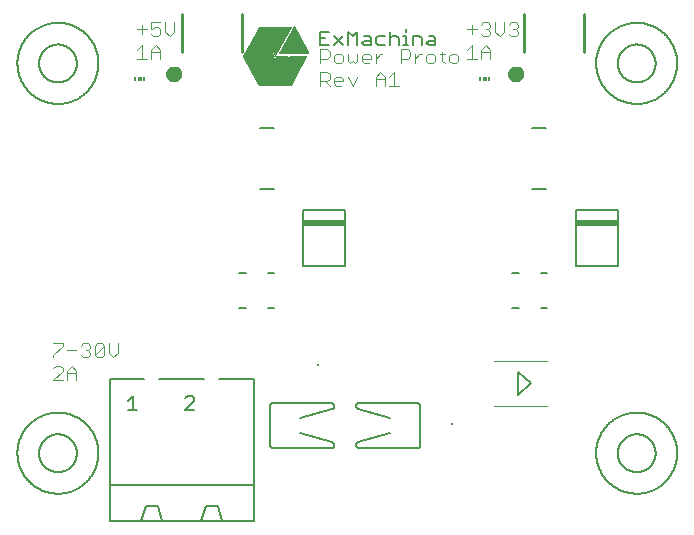
<source format=gto>
G75*
%MOIN*%
%OFA0B0*%
%FSLAX25Y25*%
%IPPOS*%
%LPD*%
%AMOC8*
5,1,8,0,0,1.08239X$1,22.5*
%
%ADD10C,0.00400*%
%ADD11C,0.00600*%
%ADD12C,0.00500*%
%ADD13R,0.00984X0.00984*%
%ADD14C,0.00800*%
%ADD15R,0.00591X0.01181*%
%ADD16R,0.01181X0.01181*%
%ADD17R,0.14173X0.01969*%
%ADD18C,0.00004*%
%ADD19C,0.01000*%
%ADD20C,0.02500*%
D10*
X0065800Y0052000D02*
X0068869Y0055069D01*
X0068869Y0055837D01*
X0068102Y0056604D01*
X0066567Y0056604D01*
X0065800Y0055837D01*
X0070404Y0055069D02*
X0071939Y0056604D01*
X0073473Y0055069D01*
X0073473Y0052000D01*
X0073473Y0054302D02*
X0070404Y0054302D01*
X0070404Y0055069D02*
X0070404Y0052000D01*
X0068869Y0052000D02*
X0065800Y0052000D01*
X0065800Y0059500D02*
X0065800Y0060267D01*
X0068869Y0063337D01*
X0068869Y0064104D01*
X0065800Y0064104D01*
X0070404Y0061802D02*
X0073473Y0061802D01*
X0075008Y0063337D02*
X0075775Y0064104D01*
X0077310Y0064104D01*
X0078077Y0063337D01*
X0078077Y0062569D01*
X0077310Y0061802D01*
X0078077Y0061035D01*
X0078077Y0060267D01*
X0077310Y0059500D01*
X0075775Y0059500D01*
X0075008Y0060267D01*
X0076542Y0061802D02*
X0077310Y0061802D01*
X0079612Y0060267D02*
X0079612Y0063337D01*
X0080379Y0064104D01*
X0081914Y0064104D01*
X0082681Y0063337D01*
X0079612Y0060267D01*
X0080379Y0059500D01*
X0081914Y0059500D01*
X0082681Y0060267D01*
X0082681Y0063337D01*
X0084216Y0064104D02*
X0084216Y0061035D01*
X0085750Y0059500D01*
X0087285Y0061035D01*
X0087285Y0064104D01*
X0212700Y0058300D02*
X0230500Y0058300D01*
X0230500Y0043300D02*
X0212700Y0043300D01*
X0180889Y0150000D02*
X0177820Y0150000D01*
X0179354Y0150000D02*
X0179354Y0154604D01*
X0177820Y0153069D01*
X0176285Y0153069D02*
X0176285Y0150000D01*
X0176285Y0152302D02*
X0173216Y0152302D01*
X0173216Y0153069D02*
X0173216Y0150000D01*
X0173216Y0153069D02*
X0174750Y0154604D01*
X0176285Y0153069D01*
X0173216Y0157500D02*
X0173216Y0160569D01*
X0174750Y0160569D02*
X0175518Y0160569D01*
X0174750Y0160569D02*
X0173216Y0159035D01*
X0171681Y0159035D02*
X0171681Y0159802D01*
X0170914Y0160569D01*
X0169379Y0160569D01*
X0168612Y0159802D01*
X0168612Y0158267D01*
X0169379Y0157500D01*
X0170914Y0157500D01*
X0171681Y0159035D02*
X0168612Y0159035D01*
X0167077Y0158267D02*
X0167077Y0160569D01*
X0167077Y0158267D02*
X0166310Y0157500D01*
X0165542Y0158267D01*
X0164775Y0157500D01*
X0164008Y0158267D01*
X0164008Y0160569D01*
X0162473Y0159802D02*
X0161706Y0160569D01*
X0160171Y0160569D01*
X0159404Y0159802D01*
X0159404Y0158267D01*
X0160171Y0157500D01*
X0161706Y0157500D01*
X0162473Y0158267D01*
X0162473Y0159802D01*
X0157869Y0159802D02*
X0157102Y0159035D01*
X0154800Y0159035D01*
X0154800Y0157500D02*
X0154800Y0162104D01*
X0157102Y0162104D01*
X0157869Y0161337D01*
X0157869Y0159802D01*
X0157102Y0154604D02*
X0157869Y0153837D01*
X0157869Y0152302D01*
X0157102Y0151535D01*
X0154800Y0151535D01*
X0156335Y0151535D02*
X0157869Y0150000D01*
X0159404Y0150767D02*
X0160171Y0150000D01*
X0161706Y0150000D01*
X0162473Y0151535D02*
X0159404Y0151535D01*
X0159404Y0152302D02*
X0160171Y0153069D01*
X0161706Y0153069D01*
X0162473Y0152302D01*
X0162473Y0151535D01*
X0164008Y0153069D02*
X0165542Y0150000D01*
X0167077Y0153069D01*
X0159404Y0152302D02*
X0159404Y0150767D01*
X0157102Y0154604D02*
X0154800Y0154604D01*
X0154800Y0150000D01*
X0181656Y0157500D02*
X0181656Y0162104D01*
X0183958Y0162104D01*
X0184726Y0161337D01*
X0184726Y0159802D01*
X0183958Y0159035D01*
X0181656Y0159035D01*
X0186260Y0159035D02*
X0187795Y0160569D01*
X0188562Y0160569D01*
X0190097Y0159802D02*
X0190097Y0158267D01*
X0190864Y0157500D01*
X0192399Y0157500D01*
X0193166Y0158267D01*
X0193166Y0159802D01*
X0192399Y0160569D01*
X0190864Y0160569D01*
X0190097Y0159802D01*
X0186260Y0160569D02*
X0186260Y0157500D01*
X0194701Y0160569D02*
X0196235Y0160569D01*
X0195468Y0161337D02*
X0195468Y0158267D01*
X0196235Y0157500D01*
X0197770Y0158267D02*
X0198537Y0157500D01*
X0200072Y0157500D01*
X0200839Y0158267D01*
X0200839Y0159802D01*
X0200072Y0160569D01*
X0198537Y0160569D01*
X0197770Y0159802D01*
X0197770Y0158267D01*
X0203800Y0159000D02*
X0206869Y0159000D01*
X0205335Y0159000D02*
X0205335Y0163604D01*
X0203800Y0162069D01*
X0208404Y0162069D02*
X0209939Y0163604D01*
X0211473Y0162069D01*
X0211473Y0159000D01*
X0211473Y0161302D02*
X0208404Y0161302D01*
X0208404Y0162069D02*
X0208404Y0159000D01*
X0209171Y0166500D02*
X0208404Y0167267D01*
X0209171Y0166500D02*
X0210706Y0166500D01*
X0211473Y0167267D01*
X0211473Y0168035D01*
X0210706Y0168802D01*
X0209939Y0168802D01*
X0210706Y0168802D02*
X0211473Y0169569D01*
X0211473Y0170337D01*
X0210706Y0171104D01*
X0209171Y0171104D01*
X0208404Y0170337D01*
X0206869Y0168802D02*
X0203800Y0168802D01*
X0205335Y0170337D02*
X0205335Y0167267D01*
X0213008Y0168035D02*
X0213008Y0171104D01*
X0216077Y0171104D02*
X0216077Y0168035D01*
X0214542Y0166500D01*
X0213008Y0168035D01*
X0217612Y0167267D02*
X0218379Y0166500D01*
X0219914Y0166500D01*
X0220681Y0167267D01*
X0220681Y0168035D01*
X0219914Y0168802D01*
X0219146Y0168802D01*
X0219914Y0168802D02*
X0220681Y0169569D01*
X0220681Y0170337D01*
X0219914Y0171104D01*
X0218379Y0171104D01*
X0217612Y0170337D01*
X0106077Y0171104D02*
X0106077Y0168035D01*
X0104542Y0166500D01*
X0103008Y0168035D01*
X0103008Y0171104D01*
X0101473Y0171104D02*
X0098404Y0171104D01*
X0098404Y0168802D01*
X0099939Y0169569D01*
X0100706Y0169569D01*
X0101473Y0168802D01*
X0101473Y0167267D01*
X0100706Y0166500D01*
X0099171Y0166500D01*
X0098404Y0167267D01*
X0096869Y0168802D02*
X0093800Y0168802D01*
X0095335Y0170337D02*
X0095335Y0167267D01*
X0095335Y0163604D02*
X0095335Y0159000D01*
X0096869Y0159000D02*
X0093800Y0159000D01*
X0098404Y0159000D02*
X0098404Y0162069D01*
X0099939Y0163604D01*
X0101473Y0162069D01*
X0101473Y0159000D01*
X0101473Y0161302D02*
X0098404Y0161302D01*
X0095335Y0163604D02*
X0093800Y0162069D01*
D11*
X0053848Y0157469D02*
X0053852Y0157800D01*
X0053864Y0158131D01*
X0053885Y0158462D01*
X0053913Y0158792D01*
X0053950Y0159122D01*
X0053994Y0159450D01*
X0054047Y0159777D01*
X0054107Y0160103D01*
X0054176Y0160427D01*
X0054253Y0160749D01*
X0054337Y0161070D01*
X0054429Y0161388D01*
X0054529Y0161704D01*
X0054637Y0162017D01*
X0054753Y0162328D01*
X0054876Y0162635D01*
X0055006Y0162940D01*
X0055144Y0163241D01*
X0055289Y0163539D01*
X0055442Y0163833D01*
X0055602Y0164123D01*
X0055769Y0164409D01*
X0055942Y0164691D01*
X0056123Y0164969D01*
X0056311Y0165242D01*
X0056505Y0165511D01*
X0056705Y0165775D01*
X0056912Y0166033D01*
X0057126Y0166287D01*
X0057345Y0166535D01*
X0057571Y0166778D01*
X0057802Y0167015D01*
X0058039Y0167246D01*
X0058282Y0167472D01*
X0058530Y0167691D01*
X0058784Y0167905D01*
X0059042Y0168112D01*
X0059306Y0168312D01*
X0059575Y0168506D01*
X0059848Y0168694D01*
X0060126Y0168875D01*
X0060408Y0169048D01*
X0060694Y0169215D01*
X0060984Y0169375D01*
X0061278Y0169528D01*
X0061576Y0169673D01*
X0061877Y0169811D01*
X0062182Y0169941D01*
X0062489Y0170064D01*
X0062800Y0170180D01*
X0063113Y0170288D01*
X0063429Y0170388D01*
X0063747Y0170480D01*
X0064068Y0170564D01*
X0064390Y0170641D01*
X0064714Y0170710D01*
X0065040Y0170770D01*
X0065367Y0170823D01*
X0065695Y0170867D01*
X0066025Y0170904D01*
X0066355Y0170932D01*
X0066686Y0170953D01*
X0067017Y0170965D01*
X0067348Y0170969D01*
X0067679Y0170965D01*
X0068010Y0170953D01*
X0068341Y0170932D01*
X0068671Y0170904D01*
X0069001Y0170867D01*
X0069329Y0170823D01*
X0069656Y0170770D01*
X0069982Y0170710D01*
X0070306Y0170641D01*
X0070628Y0170564D01*
X0070949Y0170480D01*
X0071267Y0170388D01*
X0071583Y0170288D01*
X0071896Y0170180D01*
X0072207Y0170064D01*
X0072514Y0169941D01*
X0072819Y0169811D01*
X0073120Y0169673D01*
X0073418Y0169528D01*
X0073712Y0169375D01*
X0074002Y0169215D01*
X0074288Y0169048D01*
X0074570Y0168875D01*
X0074848Y0168694D01*
X0075121Y0168506D01*
X0075390Y0168312D01*
X0075654Y0168112D01*
X0075912Y0167905D01*
X0076166Y0167691D01*
X0076414Y0167472D01*
X0076657Y0167246D01*
X0076894Y0167015D01*
X0077125Y0166778D01*
X0077351Y0166535D01*
X0077570Y0166287D01*
X0077784Y0166033D01*
X0077991Y0165775D01*
X0078191Y0165511D01*
X0078385Y0165242D01*
X0078573Y0164969D01*
X0078754Y0164691D01*
X0078927Y0164409D01*
X0079094Y0164123D01*
X0079254Y0163833D01*
X0079407Y0163539D01*
X0079552Y0163241D01*
X0079690Y0162940D01*
X0079820Y0162635D01*
X0079943Y0162328D01*
X0080059Y0162017D01*
X0080167Y0161704D01*
X0080267Y0161388D01*
X0080359Y0161070D01*
X0080443Y0160749D01*
X0080520Y0160427D01*
X0080589Y0160103D01*
X0080649Y0159777D01*
X0080702Y0159450D01*
X0080746Y0159122D01*
X0080783Y0158792D01*
X0080811Y0158462D01*
X0080832Y0158131D01*
X0080844Y0157800D01*
X0080848Y0157469D01*
X0080844Y0157138D01*
X0080832Y0156807D01*
X0080811Y0156476D01*
X0080783Y0156146D01*
X0080746Y0155816D01*
X0080702Y0155488D01*
X0080649Y0155161D01*
X0080589Y0154835D01*
X0080520Y0154511D01*
X0080443Y0154189D01*
X0080359Y0153868D01*
X0080267Y0153550D01*
X0080167Y0153234D01*
X0080059Y0152921D01*
X0079943Y0152610D01*
X0079820Y0152303D01*
X0079690Y0151998D01*
X0079552Y0151697D01*
X0079407Y0151399D01*
X0079254Y0151105D01*
X0079094Y0150815D01*
X0078927Y0150529D01*
X0078754Y0150247D01*
X0078573Y0149969D01*
X0078385Y0149696D01*
X0078191Y0149427D01*
X0077991Y0149163D01*
X0077784Y0148905D01*
X0077570Y0148651D01*
X0077351Y0148403D01*
X0077125Y0148160D01*
X0076894Y0147923D01*
X0076657Y0147692D01*
X0076414Y0147466D01*
X0076166Y0147247D01*
X0075912Y0147033D01*
X0075654Y0146826D01*
X0075390Y0146626D01*
X0075121Y0146432D01*
X0074848Y0146244D01*
X0074570Y0146063D01*
X0074288Y0145890D01*
X0074002Y0145723D01*
X0073712Y0145563D01*
X0073418Y0145410D01*
X0073120Y0145265D01*
X0072819Y0145127D01*
X0072514Y0144997D01*
X0072207Y0144874D01*
X0071896Y0144758D01*
X0071583Y0144650D01*
X0071267Y0144550D01*
X0070949Y0144458D01*
X0070628Y0144374D01*
X0070306Y0144297D01*
X0069982Y0144228D01*
X0069656Y0144168D01*
X0069329Y0144115D01*
X0069001Y0144071D01*
X0068671Y0144034D01*
X0068341Y0144006D01*
X0068010Y0143985D01*
X0067679Y0143973D01*
X0067348Y0143969D01*
X0067017Y0143973D01*
X0066686Y0143985D01*
X0066355Y0144006D01*
X0066025Y0144034D01*
X0065695Y0144071D01*
X0065367Y0144115D01*
X0065040Y0144168D01*
X0064714Y0144228D01*
X0064390Y0144297D01*
X0064068Y0144374D01*
X0063747Y0144458D01*
X0063429Y0144550D01*
X0063113Y0144650D01*
X0062800Y0144758D01*
X0062489Y0144874D01*
X0062182Y0144997D01*
X0061877Y0145127D01*
X0061576Y0145265D01*
X0061278Y0145410D01*
X0060984Y0145563D01*
X0060694Y0145723D01*
X0060408Y0145890D01*
X0060126Y0146063D01*
X0059848Y0146244D01*
X0059575Y0146432D01*
X0059306Y0146626D01*
X0059042Y0146826D01*
X0058784Y0147033D01*
X0058530Y0147247D01*
X0058282Y0147466D01*
X0058039Y0147692D01*
X0057802Y0147923D01*
X0057571Y0148160D01*
X0057345Y0148403D01*
X0057126Y0148651D01*
X0056912Y0148905D01*
X0056705Y0149163D01*
X0056505Y0149427D01*
X0056311Y0149696D01*
X0056123Y0149969D01*
X0055942Y0150247D01*
X0055769Y0150529D01*
X0055602Y0150815D01*
X0055442Y0151105D01*
X0055289Y0151399D01*
X0055144Y0151697D01*
X0055006Y0151998D01*
X0054876Y0152303D01*
X0054753Y0152610D01*
X0054637Y0152921D01*
X0054529Y0153234D01*
X0054429Y0153550D01*
X0054337Y0153868D01*
X0054253Y0154189D01*
X0054176Y0154511D01*
X0054107Y0154835D01*
X0054047Y0155161D01*
X0053994Y0155488D01*
X0053950Y0155816D01*
X0053913Y0156146D01*
X0053885Y0156476D01*
X0053864Y0156807D01*
X0053852Y0157138D01*
X0053848Y0157469D01*
X0127700Y0087700D02*
X0129900Y0087700D01*
X0137300Y0087700D02*
X0139500Y0087700D01*
X0139500Y0075900D02*
X0137300Y0075900D01*
X0129900Y0075900D02*
X0127700Y0075900D01*
X0132600Y0052300D02*
X0121100Y0052300D01*
X0116100Y0052300D02*
X0101100Y0052300D01*
X0096100Y0052300D02*
X0084600Y0052300D01*
X0084600Y0016800D01*
X0084600Y0004800D01*
X0095100Y0004800D01*
X0102100Y0004800D01*
X0115100Y0004800D01*
X0122100Y0004800D01*
X0132600Y0004800D01*
X0132600Y0016800D01*
X0132600Y0052300D01*
X0132600Y0016800D02*
X0084600Y0016800D01*
X0096600Y0009800D02*
X0095100Y0004800D01*
X0096600Y0009800D02*
X0100600Y0009800D01*
X0102100Y0004800D01*
X0115100Y0004800D02*
X0116600Y0009800D01*
X0120600Y0009800D01*
X0122100Y0004800D01*
X0053848Y0027548D02*
X0053852Y0027879D01*
X0053864Y0028210D01*
X0053885Y0028541D01*
X0053913Y0028871D01*
X0053950Y0029201D01*
X0053994Y0029529D01*
X0054047Y0029856D01*
X0054107Y0030182D01*
X0054176Y0030506D01*
X0054253Y0030828D01*
X0054337Y0031149D01*
X0054429Y0031467D01*
X0054529Y0031783D01*
X0054637Y0032096D01*
X0054753Y0032407D01*
X0054876Y0032714D01*
X0055006Y0033019D01*
X0055144Y0033320D01*
X0055289Y0033618D01*
X0055442Y0033912D01*
X0055602Y0034202D01*
X0055769Y0034488D01*
X0055942Y0034770D01*
X0056123Y0035048D01*
X0056311Y0035321D01*
X0056505Y0035590D01*
X0056705Y0035854D01*
X0056912Y0036112D01*
X0057126Y0036366D01*
X0057345Y0036614D01*
X0057571Y0036857D01*
X0057802Y0037094D01*
X0058039Y0037325D01*
X0058282Y0037551D01*
X0058530Y0037770D01*
X0058784Y0037984D01*
X0059042Y0038191D01*
X0059306Y0038391D01*
X0059575Y0038585D01*
X0059848Y0038773D01*
X0060126Y0038954D01*
X0060408Y0039127D01*
X0060694Y0039294D01*
X0060984Y0039454D01*
X0061278Y0039607D01*
X0061576Y0039752D01*
X0061877Y0039890D01*
X0062182Y0040020D01*
X0062489Y0040143D01*
X0062800Y0040259D01*
X0063113Y0040367D01*
X0063429Y0040467D01*
X0063747Y0040559D01*
X0064068Y0040643D01*
X0064390Y0040720D01*
X0064714Y0040789D01*
X0065040Y0040849D01*
X0065367Y0040902D01*
X0065695Y0040946D01*
X0066025Y0040983D01*
X0066355Y0041011D01*
X0066686Y0041032D01*
X0067017Y0041044D01*
X0067348Y0041048D01*
X0067679Y0041044D01*
X0068010Y0041032D01*
X0068341Y0041011D01*
X0068671Y0040983D01*
X0069001Y0040946D01*
X0069329Y0040902D01*
X0069656Y0040849D01*
X0069982Y0040789D01*
X0070306Y0040720D01*
X0070628Y0040643D01*
X0070949Y0040559D01*
X0071267Y0040467D01*
X0071583Y0040367D01*
X0071896Y0040259D01*
X0072207Y0040143D01*
X0072514Y0040020D01*
X0072819Y0039890D01*
X0073120Y0039752D01*
X0073418Y0039607D01*
X0073712Y0039454D01*
X0074002Y0039294D01*
X0074288Y0039127D01*
X0074570Y0038954D01*
X0074848Y0038773D01*
X0075121Y0038585D01*
X0075390Y0038391D01*
X0075654Y0038191D01*
X0075912Y0037984D01*
X0076166Y0037770D01*
X0076414Y0037551D01*
X0076657Y0037325D01*
X0076894Y0037094D01*
X0077125Y0036857D01*
X0077351Y0036614D01*
X0077570Y0036366D01*
X0077784Y0036112D01*
X0077991Y0035854D01*
X0078191Y0035590D01*
X0078385Y0035321D01*
X0078573Y0035048D01*
X0078754Y0034770D01*
X0078927Y0034488D01*
X0079094Y0034202D01*
X0079254Y0033912D01*
X0079407Y0033618D01*
X0079552Y0033320D01*
X0079690Y0033019D01*
X0079820Y0032714D01*
X0079943Y0032407D01*
X0080059Y0032096D01*
X0080167Y0031783D01*
X0080267Y0031467D01*
X0080359Y0031149D01*
X0080443Y0030828D01*
X0080520Y0030506D01*
X0080589Y0030182D01*
X0080649Y0029856D01*
X0080702Y0029529D01*
X0080746Y0029201D01*
X0080783Y0028871D01*
X0080811Y0028541D01*
X0080832Y0028210D01*
X0080844Y0027879D01*
X0080848Y0027548D01*
X0080844Y0027217D01*
X0080832Y0026886D01*
X0080811Y0026555D01*
X0080783Y0026225D01*
X0080746Y0025895D01*
X0080702Y0025567D01*
X0080649Y0025240D01*
X0080589Y0024914D01*
X0080520Y0024590D01*
X0080443Y0024268D01*
X0080359Y0023947D01*
X0080267Y0023629D01*
X0080167Y0023313D01*
X0080059Y0023000D01*
X0079943Y0022689D01*
X0079820Y0022382D01*
X0079690Y0022077D01*
X0079552Y0021776D01*
X0079407Y0021478D01*
X0079254Y0021184D01*
X0079094Y0020894D01*
X0078927Y0020608D01*
X0078754Y0020326D01*
X0078573Y0020048D01*
X0078385Y0019775D01*
X0078191Y0019506D01*
X0077991Y0019242D01*
X0077784Y0018984D01*
X0077570Y0018730D01*
X0077351Y0018482D01*
X0077125Y0018239D01*
X0076894Y0018002D01*
X0076657Y0017771D01*
X0076414Y0017545D01*
X0076166Y0017326D01*
X0075912Y0017112D01*
X0075654Y0016905D01*
X0075390Y0016705D01*
X0075121Y0016511D01*
X0074848Y0016323D01*
X0074570Y0016142D01*
X0074288Y0015969D01*
X0074002Y0015802D01*
X0073712Y0015642D01*
X0073418Y0015489D01*
X0073120Y0015344D01*
X0072819Y0015206D01*
X0072514Y0015076D01*
X0072207Y0014953D01*
X0071896Y0014837D01*
X0071583Y0014729D01*
X0071267Y0014629D01*
X0070949Y0014537D01*
X0070628Y0014453D01*
X0070306Y0014376D01*
X0069982Y0014307D01*
X0069656Y0014247D01*
X0069329Y0014194D01*
X0069001Y0014150D01*
X0068671Y0014113D01*
X0068341Y0014085D01*
X0068010Y0014064D01*
X0067679Y0014052D01*
X0067348Y0014048D01*
X0067017Y0014052D01*
X0066686Y0014064D01*
X0066355Y0014085D01*
X0066025Y0014113D01*
X0065695Y0014150D01*
X0065367Y0014194D01*
X0065040Y0014247D01*
X0064714Y0014307D01*
X0064390Y0014376D01*
X0064068Y0014453D01*
X0063747Y0014537D01*
X0063429Y0014629D01*
X0063113Y0014729D01*
X0062800Y0014837D01*
X0062489Y0014953D01*
X0062182Y0015076D01*
X0061877Y0015206D01*
X0061576Y0015344D01*
X0061278Y0015489D01*
X0060984Y0015642D01*
X0060694Y0015802D01*
X0060408Y0015969D01*
X0060126Y0016142D01*
X0059848Y0016323D01*
X0059575Y0016511D01*
X0059306Y0016705D01*
X0059042Y0016905D01*
X0058784Y0017112D01*
X0058530Y0017326D01*
X0058282Y0017545D01*
X0058039Y0017771D01*
X0057802Y0018002D01*
X0057571Y0018239D01*
X0057345Y0018482D01*
X0057126Y0018730D01*
X0056912Y0018984D01*
X0056705Y0019242D01*
X0056505Y0019506D01*
X0056311Y0019775D01*
X0056123Y0020048D01*
X0055942Y0020326D01*
X0055769Y0020608D01*
X0055602Y0020894D01*
X0055442Y0021184D01*
X0055289Y0021478D01*
X0055144Y0021776D01*
X0055006Y0022077D01*
X0054876Y0022382D01*
X0054753Y0022689D01*
X0054637Y0023000D01*
X0054529Y0023313D01*
X0054429Y0023629D01*
X0054337Y0023947D01*
X0054253Y0024268D01*
X0054176Y0024590D01*
X0054107Y0024914D01*
X0054047Y0025240D01*
X0053994Y0025567D01*
X0053950Y0025895D01*
X0053913Y0026225D01*
X0053885Y0026555D01*
X0053864Y0026886D01*
X0053852Y0027217D01*
X0053848Y0027548D01*
X0218700Y0075900D02*
X0220900Y0075900D01*
X0228300Y0075900D02*
X0230500Y0075900D01*
X0230500Y0087700D02*
X0228300Y0087700D01*
X0220900Y0087700D02*
X0218700Y0087700D01*
X0246761Y0027548D02*
X0246765Y0027879D01*
X0246777Y0028210D01*
X0246798Y0028541D01*
X0246826Y0028871D01*
X0246863Y0029201D01*
X0246907Y0029529D01*
X0246960Y0029856D01*
X0247020Y0030182D01*
X0247089Y0030506D01*
X0247166Y0030828D01*
X0247250Y0031149D01*
X0247342Y0031467D01*
X0247442Y0031783D01*
X0247550Y0032096D01*
X0247666Y0032407D01*
X0247789Y0032714D01*
X0247919Y0033019D01*
X0248057Y0033320D01*
X0248202Y0033618D01*
X0248355Y0033912D01*
X0248515Y0034202D01*
X0248682Y0034488D01*
X0248855Y0034770D01*
X0249036Y0035048D01*
X0249224Y0035321D01*
X0249418Y0035590D01*
X0249618Y0035854D01*
X0249825Y0036112D01*
X0250039Y0036366D01*
X0250258Y0036614D01*
X0250484Y0036857D01*
X0250715Y0037094D01*
X0250952Y0037325D01*
X0251195Y0037551D01*
X0251443Y0037770D01*
X0251697Y0037984D01*
X0251955Y0038191D01*
X0252219Y0038391D01*
X0252488Y0038585D01*
X0252761Y0038773D01*
X0253039Y0038954D01*
X0253321Y0039127D01*
X0253607Y0039294D01*
X0253897Y0039454D01*
X0254191Y0039607D01*
X0254489Y0039752D01*
X0254790Y0039890D01*
X0255095Y0040020D01*
X0255402Y0040143D01*
X0255713Y0040259D01*
X0256026Y0040367D01*
X0256342Y0040467D01*
X0256660Y0040559D01*
X0256981Y0040643D01*
X0257303Y0040720D01*
X0257627Y0040789D01*
X0257953Y0040849D01*
X0258280Y0040902D01*
X0258608Y0040946D01*
X0258938Y0040983D01*
X0259268Y0041011D01*
X0259599Y0041032D01*
X0259930Y0041044D01*
X0260261Y0041048D01*
X0260592Y0041044D01*
X0260923Y0041032D01*
X0261254Y0041011D01*
X0261584Y0040983D01*
X0261914Y0040946D01*
X0262242Y0040902D01*
X0262569Y0040849D01*
X0262895Y0040789D01*
X0263219Y0040720D01*
X0263541Y0040643D01*
X0263862Y0040559D01*
X0264180Y0040467D01*
X0264496Y0040367D01*
X0264809Y0040259D01*
X0265120Y0040143D01*
X0265427Y0040020D01*
X0265732Y0039890D01*
X0266033Y0039752D01*
X0266331Y0039607D01*
X0266625Y0039454D01*
X0266915Y0039294D01*
X0267201Y0039127D01*
X0267483Y0038954D01*
X0267761Y0038773D01*
X0268034Y0038585D01*
X0268303Y0038391D01*
X0268567Y0038191D01*
X0268825Y0037984D01*
X0269079Y0037770D01*
X0269327Y0037551D01*
X0269570Y0037325D01*
X0269807Y0037094D01*
X0270038Y0036857D01*
X0270264Y0036614D01*
X0270483Y0036366D01*
X0270697Y0036112D01*
X0270904Y0035854D01*
X0271104Y0035590D01*
X0271298Y0035321D01*
X0271486Y0035048D01*
X0271667Y0034770D01*
X0271840Y0034488D01*
X0272007Y0034202D01*
X0272167Y0033912D01*
X0272320Y0033618D01*
X0272465Y0033320D01*
X0272603Y0033019D01*
X0272733Y0032714D01*
X0272856Y0032407D01*
X0272972Y0032096D01*
X0273080Y0031783D01*
X0273180Y0031467D01*
X0273272Y0031149D01*
X0273356Y0030828D01*
X0273433Y0030506D01*
X0273502Y0030182D01*
X0273562Y0029856D01*
X0273615Y0029529D01*
X0273659Y0029201D01*
X0273696Y0028871D01*
X0273724Y0028541D01*
X0273745Y0028210D01*
X0273757Y0027879D01*
X0273761Y0027548D01*
X0273757Y0027217D01*
X0273745Y0026886D01*
X0273724Y0026555D01*
X0273696Y0026225D01*
X0273659Y0025895D01*
X0273615Y0025567D01*
X0273562Y0025240D01*
X0273502Y0024914D01*
X0273433Y0024590D01*
X0273356Y0024268D01*
X0273272Y0023947D01*
X0273180Y0023629D01*
X0273080Y0023313D01*
X0272972Y0023000D01*
X0272856Y0022689D01*
X0272733Y0022382D01*
X0272603Y0022077D01*
X0272465Y0021776D01*
X0272320Y0021478D01*
X0272167Y0021184D01*
X0272007Y0020894D01*
X0271840Y0020608D01*
X0271667Y0020326D01*
X0271486Y0020048D01*
X0271298Y0019775D01*
X0271104Y0019506D01*
X0270904Y0019242D01*
X0270697Y0018984D01*
X0270483Y0018730D01*
X0270264Y0018482D01*
X0270038Y0018239D01*
X0269807Y0018002D01*
X0269570Y0017771D01*
X0269327Y0017545D01*
X0269079Y0017326D01*
X0268825Y0017112D01*
X0268567Y0016905D01*
X0268303Y0016705D01*
X0268034Y0016511D01*
X0267761Y0016323D01*
X0267483Y0016142D01*
X0267201Y0015969D01*
X0266915Y0015802D01*
X0266625Y0015642D01*
X0266331Y0015489D01*
X0266033Y0015344D01*
X0265732Y0015206D01*
X0265427Y0015076D01*
X0265120Y0014953D01*
X0264809Y0014837D01*
X0264496Y0014729D01*
X0264180Y0014629D01*
X0263862Y0014537D01*
X0263541Y0014453D01*
X0263219Y0014376D01*
X0262895Y0014307D01*
X0262569Y0014247D01*
X0262242Y0014194D01*
X0261914Y0014150D01*
X0261584Y0014113D01*
X0261254Y0014085D01*
X0260923Y0014064D01*
X0260592Y0014052D01*
X0260261Y0014048D01*
X0259930Y0014052D01*
X0259599Y0014064D01*
X0259268Y0014085D01*
X0258938Y0014113D01*
X0258608Y0014150D01*
X0258280Y0014194D01*
X0257953Y0014247D01*
X0257627Y0014307D01*
X0257303Y0014376D01*
X0256981Y0014453D01*
X0256660Y0014537D01*
X0256342Y0014629D01*
X0256026Y0014729D01*
X0255713Y0014837D01*
X0255402Y0014953D01*
X0255095Y0015076D01*
X0254790Y0015206D01*
X0254489Y0015344D01*
X0254191Y0015489D01*
X0253897Y0015642D01*
X0253607Y0015802D01*
X0253321Y0015969D01*
X0253039Y0016142D01*
X0252761Y0016323D01*
X0252488Y0016511D01*
X0252219Y0016705D01*
X0251955Y0016905D01*
X0251697Y0017112D01*
X0251443Y0017326D01*
X0251195Y0017545D01*
X0250952Y0017771D01*
X0250715Y0018002D01*
X0250484Y0018239D01*
X0250258Y0018482D01*
X0250039Y0018730D01*
X0249825Y0018984D01*
X0249618Y0019242D01*
X0249418Y0019506D01*
X0249224Y0019775D01*
X0249036Y0020048D01*
X0248855Y0020326D01*
X0248682Y0020608D01*
X0248515Y0020894D01*
X0248355Y0021184D01*
X0248202Y0021478D01*
X0248057Y0021776D01*
X0247919Y0022077D01*
X0247789Y0022382D01*
X0247666Y0022689D01*
X0247550Y0023000D01*
X0247442Y0023313D01*
X0247342Y0023629D01*
X0247250Y0023947D01*
X0247166Y0024268D01*
X0247089Y0024590D01*
X0247020Y0024914D01*
X0246960Y0025240D01*
X0246907Y0025567D01*
X0246863Y0025895D01*
X0246826Y0026225D01*
X0246798Y0026555D01*
X0246777Y0026886D01*
X0246765Y0027217D01*
X0246761Y0027548D01*
X0246761Y0157469D02*
X0246765Y0157800D01*
X0246777Y0158131D01*
X0246798Y0158462D01*
X0246826Y0158792D01*
X0246863Y0159122D01*
X0246907Y0159450D01*
X0246960Y0159777D01*
X0247020Y0160103D01*
X0247089Y0160427D01*
X0247166Y0160749D01*
X0247250Y0161070D01*
X0247342Y0161388D01*
X0247442Y0161704D01*
X0247550Y0162017D01*
X0247666Y0162328D01*
X0247789Y0162635D01*
X0247919Y0162940D01*
X0248057Y0163241D01*
X0248202Y0163539D01*
X0248355Y0163833D01*
X0248515Y0164123D01*
X0248682Y0164409D01*
X0248855Y0164691D01*
X0249036Y0164969D01*
X0249224Y0165242D01*
X0249418Y0165511D01*
X0249618Y0165775D01*
X0249825Y0166033D01*
X0250039Y0166287D01*
X0250258Y0166535D01*
X0250484Y0166778D01*
X0250715Y0167015D01*
X0250952Y0167246D01*
X0251195Y0167472D01*
X0251443Y0167691D01*
X0251697Y0167905D01*
X0251955Y0168112D01*
X0252219Y0168312D01*
X0252488Y0168506D01*
X0252761Y0168694D01*
X0253039Y0168875D01*
X0253321Y0169048D01*
X0253607Y0169215D01*
X0253897Y0169375D01*
X0254191Y0169528D01*
X0254489Y0169673D01*
X0254790Y0169811D01*
X0255095Y0169941D01*
X0255402Y0170064D01*
X0255713Y0170180D01*
X0256026Y0170288D01*
X0256342Y0170388D01*
X0256660Y0170480D01*
X0256981Y0170564D01*
X0257303Y0170641D01*
X0257627Y0170710D01*
X0257953Y0170770D01*
X0258280Y0170823D01*
X0258608Y0170867D01*
X0258938Y0170904D01*
X0259268Y0170932D01*
X0259599Y0170953D01*
X0259930Y0170965D01*
X0260261Y0170969D01*
X0260592Y0170965D01*
X0260923Y0170953D01*
X0261254Y0170932D01*
X0261584Y0170904D01*
X0261914Y0170867D01*
X0262242Y0170823D01*
X0262569Y0170770D01*
X0262895Y0170710D01*
X0263219Y0170641D01*
X0263541Y0170564D01*
X0263862Y0170480D01*
X0264180Y0170388D01*
X0264496Y0170288D01*
X0264809Y0170180D01*
X0265120Y0170064D01*
X0265427Y0169941D01*
X0265732Y0169811D01*
X0266033Y0169673D01*
X0266331Y0169528D01*
X0266625Y0169375D01*
X0266915Y0169215D01*
X0267201Y0169048D01*
X0267483Y0168875D01*
X0267761Y0168694D01*
X0268034Y0168506D01*
X0268303Y0168312D01*
X0268567Y0168112D01*
X0268825Y0167905D01*
X0269079Y0167691D01*
X0269327Y0167472D01*
X0269570Y0167246D01*
X0269807Y0167015D01*
X0270038Y0166778D01*
X0270264Y0166535D01*
X0270483Y0166287D01*
X0270697Y0166033D01*
X0270904Y0165775D01*
X0271104Y0165511D01*
X0271298Y0165242D01*
X0271486Y0164969D01*
X0271667Y0164691D01*
X0271840Y0164409D01*
X0272007Y0164123D01*
X0272167Y0163833D01*
X0272320Y0163539D01*
X0272465Y0163241D01*
X0272603Y0162940D01*
X0272733Y0162635D01*
X0272856Y0162328D01*
X0272972Y0162017D01*
X0273080Y0161704D01*
X0273180Y0161388D01*
X0273272Y0161070D01*
X0273356Y0160749D01*
X0273433Y0160427D01*
X0273502Y0160103D01*
X0273562Y0159777D01*
X0273615Y0159450D01*
X0273659Y0159122D01*
X0273696Y0158792D01*
X0273724Y0158462D01*
X0273745Y0158131D01*
X0273757Y0157800D01*
X0273761Y0157469D01*
X0273757Y0157138D01*
X0273745Y0156807D01*
X0273724Y0156476D01*
X0273696Y0156146D01*
X0273659Y0155816D01*
X0273615Y0155488D01*
X0273562Y0155161D01*
X0273502Y0154835D01*
X0273433Y0154511D01*
X0273356Y0154189D01*
X0273272Y0153868D01*
X0273180Y0153550D01*
X0273080Y0153234D01*
X0272972Y0152921D01*
X0272856Y0152610D01*
X0272733Y0152303D01*
X0272603Y0151998D01*
X0272465Y0151697D01*
X0272320Y0151399D01*
X0272167Y0151105D01*
X0272007Y0150815D01*
X0271840Y0150529D01*
X0271667Y0150247D01*
X0271486Y0149969D01*
X0271298Y0149696D01*
X0271104Y0149427D01*
X0270904Y0149163D01*
X0270697Y0148905D01*
X0270483Y0148651D01*
X0270264Y0148403D01*
X0270038Y0148160D01*
X0269807Y0147923D01*
X0269570Y0147692D01*
X0269327Y0147466D01*
X0269079Y0147247D01*
X0268825Y0147033D01*
X0268567Y0146826D01*
X0268303Y0146626D01*
X0268034Y0146432D01*
X0267761Y0146244D01*
X0267483Y0146063D01*
X0267201Y0145890D01*
X0266915Y0145723D01*
X0266625Y0145563D01*
X0266331Y0145410D01*
X0266033Y0145265D01*
X0265732Y0145127D01*
X0265427Y0144997D01*
X0265120Y0144874D01*
X0264809Y0144758D01*
X0264496Y0144650D01*
X0264180Y0144550D01*
X0263862Y0144458D01*
X0263541Y0144374D01*
X0263219Y0144297D01*
X0262895Y0144228D01*
X0262569Y0144168D01*
X0262242Y0144115D01*
X0261914Y0144071D01*
X0261584Y0144034D01*
X0261254Y0144006D01*
X0260923Y0143985D01*
X0260592Y0143973D01*
X0260261Y0143969D01*
X0259930Y0143973D01*
X0259599Y0143985D01*
X0259268Y0144006D01*
X0258938Y0144034D01*
X0258608Y0144071D01*
X0258280Y0144115D01*
X0257953Y0144168D01*
X0257627Y0144228D01*
X0257303Y0144297D01*
X0256981Y0144374D01*
X0256660Y0144458D01*
X0256342Y0144550D01*
X0256026Y0144650D01*
X0255713Y0144758D01*
X0255402Y0144874D01*
X0255095Y0144997D01*
X0254790Y0145127D01*
X0254489Y0145265D01*
X0254191Y0145410D01*
X0253897Y0145563D01*
X0253607Y0145723D01*
X0253321Y0145890D01*
X0253039Y0146063D01*
X0252761Y0146244D01*
X0252488Y0146432D01*
X0252219Y0146626D01*
X0251955Y0146826D01*
X0251697Y0147033D01*
X0251443Y0147247D01*
X0251195Y0147466D01*
X0250952Y0147692D01*
X0250715Y0147923D01*
X0250484Y0148160D01*
X0250258Y0148403D01*
X0250039Y0148651D01*
X0249825Y0148905D01*
X0249618Y0149163D01*
X0249418Y0149427D01*
X0249224Y0149696D01*
X0249036Y0149969D01*
X0248855Y0150247D01*
X0248682Y0150529D01*
X0248515Y0150815D01*
X0248355Y0151105D01*
X0248202Y0151399D01*
X0248057Y0151697D01*
X0247919Y0151998D01*
X0247789Y0152303D01*
X0247666Y0152610D01*
X0247550Y0152921D01*
X0247442Y0153234D01*
X0247342Y0153550D01*
X0247250Y0153868D01*
X0247166Y0154189D01*
X0247089Y0154511D01*
X0247020Y0154835D01*
X0246960Y0155161D01*
X0246907Y0155488D01*
X0246863Y0155816D01*
X0246826Y0156146D01*
X0246798Y0156476D01*
X0246777Y0156807D01*
X0246765Y0157138D01*
X0246761Y0157469D01*
D12*
X0229962Y0136036D02*
X0225238Y0136036D01*
X0225238Y0115564D02*
X0229962Y0115564D01*
X0240013Y0108650D02*
X0254187Y0108650D01*
X0254187Y0089950D01*
X0240013Y0089950D01*
X0240013Y0108650D01*
X0163187Y0108650D02*
X0163187Y0089950D01*
X0149013Y0089950D01*
X0149013Y0108650D01*
X0163187Y0108650D01*
X0139462Y0115564D02*
X0134738Y0115564D01*
X0134738Y0136036D02*
X0139462Y0136036D01*
X0154850Y0163550D02*
X0157853Y0163550D01*
X0159454Y0163550D02*
X0162456Y0166553D01*
X0164058Y0168054D02*
X0165559Y0166553D01*
X0167060Y0168054D01*
X0167060Y0163550D01*
X0168662Y0164301D02*
X0169412Y0165051D01*
X0171664Y0165051D01*
X0171664Y0165802D02*
X0171664Y0163550D01*
X0169412Y0163550D01*
X0168662Y0164301D01*
X0169412Y0166553D02*
X0170914Y0166553D01*
X0171664Y0165802D01*
X0173266Y0165802D02*
X0174016Y0166553D01*
X0176268Y0166553D01*
X0177870Y0165802D02*
X0178620Y0166553D01*
X0180122Y0166553D01*
X0180872Y0165802D01*
X0180872Y0163550D01*
X0182474Y0163550D02*
X0183975Y0163550D01*
X0183224Y0163550D02*
X0183224Y0166553D01*
X0182474Y0166553D01*
X0183224Y0168054D02*
X0183224Y0168804D01*
X0185543Y0166553D02*
X0187795Y0166553D01*
X0188545Y0165802D01*
X0188545Y0163550D01*
X0190147Y0164301D02*
X0190897Y0163550D01*
X0193149Y0163550D01*
X0193149Y0165802D01*
X0192399Y0166553D01*
X0190897Y0166553D01*
X0190897Y0165051D02*
X0193149Y0165051D01*
X0190897Y0165051D02*
X0190147Y0164301D01*
X0185543Y0163550D02*
X0185543Y0166553D01*
X0177870Y0168054D02*
X0177870Y0163550D01*
X0176268Y0163550D02*
X0174016Y0163550D01*
X0173266Y0164301D01*
X0173266Y0165802D01*
X0164058Y0163550D02*
X0164058Y0168054D01*
X0162456Y0163550D02*
X0159454Y0166553D01*
X0157853Y0168054D02*
X0154850Y0168054D01*
X0154850Y0163550D01*
X0154850Y0165802D02*
X0156351Y0165802D01*
X0112102Y0046554D02*
X0110601Y0046554D01*
X0109850Y0045803D01*
X0112102Y0046554D02*
X0112853Y0045803D01*
X0112853Y0045053D01*
X0109850Y0042050D01*
X0112853Y0042050D01*
X0093853Y0042050D02*
X0090850Y0042050D01*
X0092351Y0042050D02*
X0092351Y0046554D01*
X0090850Y0045053D01*
X0138100Y0043300D02*
X0138100Y0030300D01*
X0138102Y0030240D01*
X0138107Y0030179D01*
X0138116Y0030120D01*
X0138129Y0030061D01*
X0138145Y0030002D01*
X0138165Y0029945D01*
X0138188Y0029890D01*
X0138215Y0029835D01*
X0138244Y0029783D01*
X0138277Y0029732D01*
X0138313Y0029683D01*
X0138351Y0029637D01*
X0138393Y0029593D01*
X0138437Y0029551D01*
X0138483Y0029513D01*
X0138532Y0029477D01*
X0138583Y0029444D01*
X0138635Y0029415D01*
X0138690Y0029388D01*
X0138745Y0029365D01*
X0138802Y0029345D01*
X0138861Y0029329D01*
X0138920Y0029316D01*
X0138979Y0029307D01*
X0139040Y0029302D01*
X0139100Y0029300D01*
X0158460Y0029300D01*
X0158522Y0029302D01*
X0158584Y0029308D01*
X0158646Y0029317D01*
X0158706Y0029331D01*
X0158766Y0029348D01*
X0158825Y0029369D01*
X0158882Y0029393D01*
X0158938Y0029421D01*
X0158991Y0029453D01*
X0159043Y0029488D01*
X0159092Y0029525D01*
X0159139Y0029566D01*
X0159184Y0029610D01*
X0159225Y0029656D01*
X0159264Y0029705D01*
X0159299Y0029756D01*
X0159331Y0029810D01*
X0159360Y0029865D01*
X0159386Y0029922D01*
X0159407Y0029980D01*
X0159425Y0030039D01*
X0159440Y0030100D01*
X0159450Y0030161D01*
X0159457Y0030223D01*
X0159460Y0030285D01*
X0159459Y0030348D01*
X0159454Y0030410D01*
X0159445Y0030471D01*
X0159433Y0030532D01*
X0159416Y0030592D01*
X0159396Y0030651D01*
X0159373Y0030709D01*
X0159345Y0030765D01*
X0159315Y0030819D01*
X0159281Y0030871D01*
X0159244Y0030921D01*
X0159204Y0030969D01*
X0159161Y0031014D01*
X0159115Y0031056D01*
X0159067Y0031095D01*
X0159016Y0031131D01*
X0158963Y0031164D01*
X0158908Y0031194D01*
X0158852Y0031220D01*
X0158794Y0031243D01*
X0158735Y0031262D01*
X0148100Y0034300D01*
X0148100Y0039300D02*
X0158735Y0042338D01*
X0158794Y0042357D01*
X0158852Y0042380D01*
X0158908Y0042406D01*
X0158963Y0042436D01*
X0159016Y0042469D01*
X0159067Y0042505D01*
X0159115Y0042544D01*
X0159161Y0042586D01*
X0159204Y0042631D01*
X0159244Y0042679D01*
X0159281Y0042729D01*
X0159315Y0042781D01*
X0159345Y0042835D01*
X0159373Y0042891D01*
X0159396Y0042949D01*
X0159416Y0043008D01*
X0159433Y0043068D01*
X0159445Y0043129D01*
X0159454Y0043190D01*
X0159459Y0043252D01*
X0159460Y0043315D01*
X0159457Y0043377D01*
X0159450Y0043439D01*
X0159440Y0043500D01*
X0159425Y0043561D01*
X0159407Y0043620D01*
X0159386Y0043678D01*
X0159360Y0043735D01*
X0159331Y0043790D01*
X0159299Y0043844D01*
X0159264Y0043895D01*
X0159225Y0043944D01*
X0159184Y0043990D01*
X0159139Y0044034D01*
X0159092Y0044075D01*
X0159043Y0044112D01*
X0158991Y0044147D01*
X0158938Y0044179D01*
X0158882Y0044207D01*
X0158825Y0044231D01*
X0158766Y0044252D01*
X0158706Y0044269D01*
X0158646Y0044283D01*
X0158584Y0044292D01*
X0158522Y0044298D01*
X0158460Y0044300D01*
X0139100Y0044300D01*
X0139040Y0044298D01*
X0138979Y0044293D01*
X0138920Y0044284D01*
X0138861Y0044271D01*
X0138802Y0044255D01*
X0138745Y0044235D01*
X0138690Y0044212D01*
X0138635Y0044185D01*
X0138583Y0044156D01*
X0138532Y0044123D01*
X0138483Y0044087D01*
X0138437Y0044049D01*
X0138393Y0044007D01*
X0138351Y0043963D01*
X0138313Y0043917D01*
X0138277Y0043868D01*
X0138244Y0043817D01*
X0138215Y0043765D01*
X0138188Y0043710D01*
X0138165Y0043655D01*
X0138145Y0043598D01*
X0138129Y0043539D01*
X0138116Y0043480D01*
X0138107Y0043421D01*
X0138102Y0043360D01*
X0138100Y0043300D01*
X0167465Y0042338D02*
X0178100Y0039300D01*
X0178100Y0034300D02*
X0167465Y0031262D01*
X0167406Y0031243D01*
X0167348Y0031220D01*
X0167292Y0031194D01*
X0167237Y0031164D01*
X0167184Y0031131D01*
X0167133Y0031095D01*
X0167085Y0031056D01*
X0167039Y0031014D01*
X0166996Y0030969D01*
X0166956Y0030921D01*
X0166919Y0030871D01*
X0166885Y0030819D01*
X0166855Y0030765D01*
X0166827Y0030709D01*
X0166804Y0030651D01*
X0166784Y0030592D01*
X0166767Y0030532D01*
X0166755Y0030471D01*
X0166746Y0030410D01*
X0166741Y0030348D01*
X0166740Y0030285D01*
X0166743Y0030223D01*
X0166750Y0030161D01*
X0166760Y0030100D01*
X0166775Y0030039D01*
X0166793Y0029980D01*
X0166814Y0029922D01*
X0166840Y0029865D01*
X0166869Y0029810D01*
X0166901Y0029756D01*
X0166936Y0029705D01*
X0166975Y0029656D01*
X0167016Y0029610D01*
X0167061Y0029566D01*
X0167108Y0029525D01*
X0167157Y0029488D01*
X0167209Y0029453D01*
X0167262Y0029421D01*
X0167318Y0029393D01*
X0167375Y0029369D01*
X0167434Y0029348D01*
X0167494Y0029331D01*
X0167554Y0029317D01*
X0167616Y0029308D01*
X0167678Y0029302D01*
X0167740Y0029300D01*
X0187100Y0029300D01*
X0187160Y0029302D01*
X0187221Y0029307D01*
X0187280Y0029316D01*
X0187339Y0029329D01*
X0187398Y0029345D01*
X0187455Y0029365D01*
X0187510Y0029388D01*
X0187565Y0029415D01*
X0187617Y0029444D01*
X0187668Y0029477D01*
X0187717Y0029513D01*
X0187763Y0029551D01*
X0187807Y0029593D01*
X0187849Y0029637D01*
X0187887Y0029683D01*
X0187923Y0029732D01*
X0187956Y0029783D01*
X0187985Y0029835D01*
X0188012Y0029890D01*
X0188035Y0029945D01*
X0188055Y0030002D01*
X0188071Y0030061D01*
X0188084Y0030120D01*
X0188093Y0030179D01*
X0188098Y0030240D01*
X0188100Y0030300D01*
X0188100Y0043300D01*
X0188098Y0043360D01*
X0188093Y0043421D01*
X0188084Y0043480D01*
X0188071Y0043539D01*
X0188055Y0043598D01*
X0188035Y0043655D01*
X0188012Y0043710D01*
X0187985Y0043765D01*
X0187956Y0043817D01*
X0187923Y0043868D01*
X0187887Y0043917D01*
X0187849Y0043963D01*
X0187807Y0044007D01*
X0187763Y0044049D01*
X0187717Y0044087D01*
X0187668Y0044123D01*
X0187617Y0044156D01*
X0187565Y0044185D01*
X0187510Y0044212D01*
X0187455Y0044235D01*
X0187398Y0044255D01*
X0187339Y0044271D01*
X0187280Y0044284D01*
X0187221Y0044293D01*
X0187160Y0044298D01*
X0187100Y0044300D01*
X0167740Y0044300D01*
X0167678Y0044298D01*
X0167616Y0044292D01*
X0167554Y0044283D01*
X0167494Y0044269D01*
X0167434Y0044252D01*
X0167375Y0044231D01*
X0167318Y0044207D01*
X0167262Y0044179D01*
X0167209Y0044147D01*
X0167157Y0044112D01*
X0167108Y0044075D01*
X0167061Y0044034D01*
X0167016Y0043990D01*
X0166975Y0043944D01*
X0166936Y0043895D01*
X0166901Y0043844D01*
X0166869Y0043790D01*
X0166840Y0043735D01*
X0166814Y0043678D01*
X0166793Y0043620D01*
X0166775Y0043561D01*
X0166760Y0043500D01*
X0166750Y0043439D01*
X0166743Y0043377D01*
X0166740Y0043315D01*
X0166741Y0043252D01*
X0166746Y0043190D01*
X0166755Y0043129D01*
X0166767Y0043068D01*
X0166784Y0043008D01*
X0166804Y0042949D01*
X0166827Y0042891D01*
X0166855Y0042835D01*
X0166885Y0042781D01*
X0166919Y0042729D01*
X0166956Y0042679D01*
X0166996Y0042631D01*
X0167039Y0042586D01*
X0167085Y0042544D01*
X0167133Y0042505D01*
X0167184Y0042469D01*
X0167237Y0042436D01*
X0167292Y0042406D01*
X0167348Y0042380D01*
X0167406Y0042357D01*
X0167465Y0042338D01*
D13*
X0154092Y0056800D03*
X0198600Y0037292D03*
D14*
X0061049Y0027548D02*
X0061051Y0027706D01*
X0061057Y0027864D01*
X0061067Y0028022D01*
X0061081Y0028180D01*
X0061099Y0028337D01*
X0061120Y0028494D01*
X0061146Y0028650D01*
X0061176Y0028806D01*
X0061209Y0028961D01*
X0061247Y0029114D01*
X0061288Y0029267D01*
X0061333Y0029419D01*
X0061382Y0029570D01*
X0061435Y0029719D01*
X0061491Y0029867D01*
X0061551Y0030013D01*
X0061615Y0030158D01*
X0061683Y0030301D01*
X0061754Y0030443D01*
X0061828Y0030583D01*
X0061906Y0030720D01*
X0061988Y0030856D01*
X0062072Y0030990D01*
X0062161Y0031121D01*
X0062252Y0031250D01*
X0062347Y0031377D01*
X0062444Y0031502D01*
X0062545Y0031624D01*
X0062649Y0031743D01*
X0062756Y0031860D01*
X0062866Y0031974D01*
X0062979Y0032085D01*
X0063094Y0032194D01*
X0063212Y0032299D01*
X0063333Y0032401D01*
X0063456Y0032501D01*
X0063582Y0032597D01*
X0063710Y0032690D01*
X0063840Y0032780D01*
X0063973Y0032866D01*
X0064108Y0032950D01*
X0064244Y0033029D01*
X0064383Y0033106D01*
X0064524Y0033178D01*
X0064666Y0033248D01*
X0064810Y0033313D01*
X0064956Y0033375D01*
X0065103Y0033433D01*
X0065252Y0033488D01*
X0065402Y0033539D01*
X0065553Y0033586D01*
X0065705Y0033629D01*
X0065858Y0033668D01*
X0066013Y0033704D01*
X0066168Y0033735D01*
X0066324Y0033763D01*
X0066480Y0033787D01*
X0066637Y0033807D01*
X0066795Y0033823D01*
X0066952Y0033835D01*
X0067111Y0033843D01*
X0067269Y0033847D01*
X0067427Y0033847D01*
X0067585Y0033843D01*
X0067744Y0033835D01*
X0067901Y0033823D01*
X0068059Y0033807D01*
X0068216Y0033787D01*
X0068372Y0033763D01*
X0068528Y0033735D01*
X0068683Y0033704D01*
X0068838Y0033668D01*
X0068991Y0033629D01*
X0069143Y0033586D01*
X0069294Y0033539D01*
X0069444Y0033488D01*
X0069593Y0033433D01*
X0069740Y0033375D01*
X0069886Y0033313D01*
X0070030Y0033248D01*
X0070172Y0033178D01*
X0070313Y0033106D01*
X0070452Y0033029D01*
X0070588Y0032950D01*
X0070723Y0032866D01*
X0070856Y0032780D01*
X0070986Y0032690D01*
X0071114Y0032597D01*
X0071240Y0032501D01*
X0071363Y0032401D01*
X0071484Y0032299D01*
X0071602Y0032194D01*
X0071717Y0032085D01*
X0071830Y0031974D01*
X0071940Y0031860D01*
X0072047Y0031743D01*
X0072151Y0031624D01*
X0072252Y0031502D01*
X0072349Y0031377D01*
X0072444Y0031250D01*
X0072535Y0031121D01*
X0072624Y0030990D01*
X0072708Y0030856D01*
X0072790Y0030720D01*
X0072868Y0030583D01*
X0072942Y0030443D01*
X0073013Y0030301D01*
X0073081Y0030158D01*
X0073145Y0030013D01*
X0073205Y0029867D01*
X0073261Y0029719D01*
X0073314Y0029570D01*
X0073363Y0029419D01*
X0073408Y0029267D01*
X0073449Y0029114D01*
X0073487Y0028961D01*
X0073520Y0028806D01*
X0073550Y0028650D01*
X0073576Y0028494D01*
X0073597Y0028337D01*
X0073615Y0028180D01*
X0073629Y0028022D01*
X0073639Y0027864D01*
X0073645Y0027706D01*
X0073647Y0027548D01*
X0073645Y0027390D01*
X0073639Y0027232D01*
X0073629Y0027074D01*
X0073615Y0026916D01*
X0073597Y0026759D01*
X0073576Y0026602D01*
X0073550Y0026446D01*
X0073520Y0026290D01*
X0073487Y0026135D01*
X0073449Y0025982D01*
X0073408Y0025829D01*
X0073363Y0025677D01*
X0073314Y0025526D01*
X0073261Y0025377D01*
X0073205Y0025229D01*
X0073145Y0025083D01*
X0073081Y0024938D01*
X0073013Y0024795D01*
X0072942Y0024653D01*
X0072868Y0024513D01*
X0072790Y0024376D01*
X0072708Y0024240D01*
X0072624Y0024106D01*
X0072535Y0023975D01*
X0072444Y0023846D01*
X0072349Y0023719D01*
X0072252Y0023594D01*
X0072151Y0023472D01*
X0072047Y0023353D01*
X0071940Y0023236D01*
X0071830Y0023122D01*
X0071717Y0023011D01*
X0071602Y0022902D01*
X0071484Y0022797D01*
X0071363Y0022695D01*
X0071240Y0022595D01*
X0071114Y0022499D01*
X0070986Y0022406D01*
X0070856Y0022316D01*
X0070723Y0022230D01*
X0070588Y0022146D01*
X0070452Y0022067D01*
X0070313Y0021990D01*
X0070172Y0021918D01*
X0070030Y0021848D01*
X0069886Y0021783D01*
X0069740Y0021721D01*
X0069593Y0021663D01*
X0069444Y0021608D01*
X0069294Y0021557D01*
X0069143Y0021510D01*
X0068991Y0021467D01*
X0068838Y0021428D01*
X0068683Y0021392D01*
X0068528Y0021361D01*
X0068372Y0021333D01*
X0068216Y0021309D01*
X0068059Y0021289D01*
X0067901Y0021273D01*
X0067744Y0021261D01*
X0067585Y0021253D01*
X0067427Y0021249D01*
X0067269Y0021249D01*
X0067111Y0021253D01*
X0066952Y0021261D01*
X0066795Y0021273D01*
X0066637Y0021289D01*
X0066480Y0021309D01*
X0066324Y0021333D01*
X0066168Y0021361D01*
X0066013Y0021392D01*
X0065858Y0021428D01*
X0065705Y0021467D01*
X0065553Y0021510D01*
X0065402Y0021557D01*
X0065252Y0021608D01*
X0065103Y0021663D01*
X0064956Y0021721D01*
X0064810Y0021783D01*
X0064666Y0021848D01*
X0064524Y0021918D01*
X0064383Y0021990D01*
X0064244Y0022067D01*
X0064108Y0022146D01*
X0063973Y0022230D01*
X0063840Y0022316D01*
X0063710Y0022406D01*
X0063582Y0022499D01*
X0063456Y0022595D01*
X0063333Y0022695D01*
X0063212Y0022797D01*
X0063094Y0022902D01*
X0062979Y0023011D01*
X0062866Y0023122D01*
X0062756Y0023236D01*
X0062649Y0023353D01*
X0062545Y0023472D01*
X0062444Y0023594D01*
X0062347Y0023719D01*
X0062252Y0023846D01*
X0062161Y0023975D01*
X0062072Y0024106D01*
X0061988Y0024240D01*
X0061906Y0024376D01*
X0061828Y0024513D01*
X0061754Y0024653D01*
X0061683Y0024795D01*
X0061615Y0024938D01*
X0061551Y0025083D01*
X0061491Y0025229D01*
X0061435Y0025377D01*
X0061382Y0025526D01*
X0061333Y0025677D01*
X0061288Y0025829D01*
X0061247Y0025982D01*
X0061209Y0026135D01*
X0061176Y0026290D01*
X0061146Y0026446D01*
X0061120Y0026602D01*
X0061099Y0026759D01*
X0061081Y0026916D01*
X0061067Y0027074D01*
X0061057Y0027232D01*
X0061051Y0027390D01*
X0061049Y0027548D01*
X0220840Y0046863D02*
X0220840Y0054737D01*
X0224868Y0050800D01*
X0220840Y0046863D01*
X0253962Y0027548D02*
X0253964Y0027706D01*
X0253970Y0027864D01*
X0253980Y0028022D01*
X0253994Y0028180D01*
X0254012Y0028337D01*
X0254033Y0028494D01*
X0254059Y0028650D01*
X0254089Y0028806D01*
X0254122Y0028961D01*
X0254160Y0029114D01*
X0254201Y0029267D01*
X0254246Y0029419D01*
X0254295Y0029570D01*
X0254348Y0029719D01*
X0254404Y0029867D01*
X0254464Y0030013D01*
X0254528Y0030158D01*
X0254596Y0030301D01*
X0254667Y0030443D01*
X0254741Y0030583D01*
X0254819Y0030720D01*
X0254901Y0030856D01*
X0254985Y0030990D01*
X0255074Y0031121D01*
X0255165Y0031250D01*
X0255260Y0031377D01*
X0255357Y0031502D01*
X0255458Y0031624D01*
X0255562Y0031743D01*
X0255669Y0031860D01*
X0255779Y0031974D01*
X0255892Y0032085D01*
X0256007Y0032194D01*
X0256125Y0032299D01*
X0256246Y0032401D01*
X0256369Y0032501D01*
X0256495Y0032597D01*
X0256623Y0032690D01*
X0256753Y0032780D01*
X0256886Y0032866D01*
X0257021Y0032950D01*
X0257157Y0033029D01*
X0257296Y0033106D01*
X0257437Y0033178D01*
X0257579Y0033248D01*
X0257723Y0033313D01*
X0257869Y0033375D01*
X0258016Y0033433D01*
X0258165Y0033488D01*
X0258315Y0033539D01*
X0258466Y0033586D01*
X0258618Y0033629D01*
X0258771Y0033668D01*
X0258926Y0033704D01*
X0259081Y0033735D01*
X0259237Y0033763D01*
X0259393Y0033787D01*
X0259550Y0033807D01*
X0259708Y0033823D01*
X0259865Y0033835D01*
X0260024Y0033843D01*
X0260182Y0033847D01*
X0260340Y0033847D01*
X0260498Y0033843D01*
X0260657Y0033835D01*
X0260814Y0033823D01*
X0260972Y0033807D01*
X0261129Y0033787D01*
X0261285Y0033763D01*
X0261441Y0033735D01*
X0261596Y0033704D01*
X0261751Y0033668D01*
X0261904Y0033629D01*
X0262056Y0033586D01*
X0262207Y0033539D01*
X0262357Y0033488D01*
X0262506Y0033433D01*
X0262653Y0033375D01*
X0262799Y0033313D01*
X0262943Y0033248D01*
X0263085Y0033178D01*
X0263226Y0033106D01*
X0263365Y0033029D01*
X0263501Y0032950D01*
X0263636Y0032866D01*
X0263769Y0032780D01*
X0263899Y0032690D01*
X0264027Y0032597D01*
X0264153Y0032501D01*
X0264276Y0032401D01*
X0264397Y0032299D01*
X0264515Y0032194D01*
X0264630Y0032085D01*
X0264743Y0031974D01*
X0264853Y0031860D01*
X0264960Y0031743D01*
X0265064Y0031624D01*
X0265165Y0031502D01*
X0265262Y0031377D01*
X0265357Y0031250D01*
X0265448Y0031121D01*
X0265537Y0030990D01*
X0265621Y0030856D01*
X0265703Y0030720D01*
X0265781Y0030583D01*
X0265855Y0030443D01*
X0265926Y0030301D01*
X0265994Y0030158D01*
X0266058Y0030013D01*
X0266118Y0029867D01*
X0266174Y0029719D01*
X0266227Y0029570D01*
X0266276Y0029419D01*
X0266321Y0029267D01*
X0266362Y0029114D01*
X0266400Y0028961D01*
X0266433Y0028806D01*
X0266463Y0028650D01*
X0266489Y0028494D01*
X0266510Y0028337D01*
X0266528Y0028180D01*
X0266542Y0028022D01*
X0266552Y0027864D01*
X0266558Y0027706D01*
X0266560Y0027548D01*
X0266558Y0027390D01*
X0266552Y0027232D01*
X0266542Y0027074D01*
X0266528Y0026916D01*
X0266510Y0026759D01*
X0266489Y0026602D01*
X0266463Y0026446D01*
X0266433Y0026290D01*
X0266400Y0026135D01*
X0266362Y0025982D01*
X0266321Y0025829D01*
X0266276Y0025677D01*
X0266227Y0025526D01*
X0266174Y0025377D01*
X0266118Y0025229D01*
X0266058Y0025083D01*
X0265994Y0024938D01*
X0265926Y0024795D01*
X0265855Y0024653D01*
X0265781Y0024513D01*
X0265703Y0024376D01*
X0265621Y0024240D01*
X0265537Y0024106D01*
X0265448Y0023975D01*
X0265357Y0023846D01*
X0265262Y0023719D01*
X0265165Y0023594D01*
X0265064Y0023472D01*
X0264960Y0023353D01*
X0264853Y0023236D01*
X0264743Y0023122D01*
X0264630Y0023011D01*
X0264515Y0022902D01*
X0264397Y0022797D01*
X0264276Y0022695D01*
X0264153Y0022595D01*
X0264027Y0022499D01*
X0263899Y0022406D01*
X0263769Y0022316D01*
X0263636Y0022230D01*
X0263501Y0022146D01*
X0263365Y0022067D01*
X0263226Y0021990D01*
X0263085Y0021918D01*
X0262943Y0021848D01*
X0262799Y0021783D01*
X0262653Y0021721D01*
X0262506Y0021663D01*
X0262357Y0021608D01*
X0262207Y0021557D01*
X0262056Y0021510D01*
X0261904Y0021467D01*
X0261751Y0021428D01*
X0261596Y0021392D01*
X0261441Y0021361D01*
X0261285Y0021333D01*
X0261129Y0021309D01*
X0260972Y0021289D01*
X0260814Y0021273D01*
X0260657Y0021261D01*
X0260498Y0021253D01*
X0260340Y0021249D01*
X0260182Y0021249D01*
X0260024Y0021253D01*
X0259865Y0021261D01*
X0259708Y0021273D01*
X0259550Y0021289D01*
X0259393Y0021309D01*
X0259237Y0021333D01*
X0259081Y0021361D01*
X0258926Y0021392D01*
X0258771Y0021428D01*
X0258618Y0021467D01*
X0258466Y0021510D01*
X0258315Y0021557D01*
X0258165Y0021608D01*
X0258016Y0021663D01*
X0257869Y0021721D01*
X0257723Y0021783D01*
X0257579Y0021848D01*
X0257437Y0021918D01*
X0257296Y0021990D01*
X0257157Y0022067D01*
X0257021Y0022146D01*
X0256886Y0022230D01*
X0256753Y0022316D01*
X0256623Y0022406D01*
X0256495Y0022499D01*
X0256369Y0022595D01*
X0256246Y0022695D01*
X0256125Y0022797D01*
X0256007Y0022902D01*
X0255892Y0023011D01*
X0255779Y0023122D01*
X0255669Y0023236D01*
X0255562Y0023353D01*
X0255458Y0023472D01*
X0255357Y0023594D01*
X0255260Y0023719D01*
X0255165Y0023846D01*
X0255074Y0023975D01*
X0254985Y0024106D01*
X0254901Y0024240D01*
X0254819Y0024376D01*
X0254741Y0024513D01*
X0254667Y0024653D01*
X0254596Y0024795D01*
X0254528Y0024938D01*
X0254464Y0025083D01*
X0254404Y0025229D01*
X0254348Y0025377D01*
X0254295Y0025526D01*
X0254246Y0025677D01*
X0254201Y0025829D01*
X0254160Y0025982D01*
X0254122Y0026135D01*
X0254089Y0026290D01*
X0254059Y0026446D01*
X0254033Y0026602D01*
X0254012Y0026759D01*
X0253994Y0026916D01*
X0253980Y0027074D01*
X0253970Y0027232D01*
X0253964Y0027390D01*
X0253962Y0027548D01*
X0253962Y0157469D02*
X0253964Y0157627D01*
X0253970Y0157785D01*
X0253980Y0157943D01*
X0253994Y0158101D01*
X0254012Y0158258D01*
X0254033Y0158415D01*
X0254059Y0158571D01*
X0254089Y0158727D01*
X0254122Y0158882D01*
X0254160Y0159035D01*
X0254201Y0159188D01*
X0254246Y0159340D01*
X0254295Y0159491D01*
X0254348Y0159640D01*
X0254404Y0159788D01*
X0254464Y0159934D01*
X0254528Y0160079D01*
X0254596Y0160222D01*
X0254667Y0160364D01*
X0254741Y0160504D01*
X0254819Y0160641D01*
X0254901Y0160777D01*
X0254985Y0160911D01*
X0255074Y0161042D01*
X0255165Y0161171D01*
X0255260Y0161298D01*
X0255357Y0161423D01*
X0255458Y0161545D01*
X0255562Y0161664D01*
X0255669Y0161781D01*
X0255779Y0161895D01*
X0255892Y0162006D01*
X0256007Y0162115D01*
X0256125Y0162220D01*
X0256246Y0162322D01*
X0256369Y0162422D01*
X0256495Y0162518D01*
X0256623Y0162611D01*
X0256753Y0162701D01*
X0256886Y0162787D01*
X0257021Y0162871D01*
X0257157Y0162950D01*
X0257296Y0163027D01*
X0257437Y0163099D01*
X0257579Y0163169D01*
X0257723Y0163234D01*
X0257869Y0163296D01*
X0258016Y0163354D01*
X0258165Y0163409D01*
X0258315Y0163460D01*
X0258466Y0163507D01*
X0258618Y0163550D01*
X0258771Y0163589D01*
X0258926Y0163625D01*
X0259081Y0163656D01*
X0259237Y0163684D01*
X0259393Y0163708D01*
X0259550Y0163728D01*
X0259708Y0163744D01*
X0259865Y0163756D01*
X0260024Y0163764D01*
X0260182Y0163768D01*
X0260340Y0163768D01*
X0260498Y0163764D01*
X0260657Y0163756D01*
X0260814Y0163744D01*
X0260972Y0163728D01*
X0261129Y0163708D01*
X0261285Y0163684D01*
X0261441Y0163656D01*
X0261596Y0163625D01*
X0261751Y0163589D01*
X0261904Y0163550D01*
X0262056Y0163507D01*
X0262207Y0163460D01*
X0262357Y0163409D01*
X0262506Y0163354D01*
X0262653Y0163296D01*
X0262799Y0163234D01*
X0262943Y0163169D01*
X0263085Y0163099D01*
X0263226Y0163027D01*
X0263365Y0162950D01*
X0263501Y0162871D01*
X0263636Y0162787D01*
X0263769Y0162701D01*
X0263899Y0162611D01*
X0264027Y0162518D01*
X0264153Y0162422D01*
X0264276Y0162322D01*
X0264397Y0162220D01*
X0264515Y0162115D01*
X0264630Y0162006D01*
X0264743Y0161895D01*
X0264853Y0161781D01*
X0264960Y0161664D01*
X0265064Y0161545D01*
X0265165Y0161423D01*
X0265262Y0161298D01*
X0265357Y0161171D01*
X0265448Y0161042D01*
X0265537Y0160911D01*
X0265621Y0160777D01*
X0265703Y0160641D01*
X0265781Y0160504D01*
X0265855Y0160364D01*
X0265926Y0160222D01*
X0265994Y0160079D01*
X0266058Y0159934D01*
X0266118Y0159788D01*
X0266174Y0159640D01*
X0266227Y0159491D01*
X0266276Y0159340D01*
X0266321Y0159188D01*
X0266362Y0159035D01*
X0266400Y0158882D01*
X0266433Y0158727D01*
X0266463Y0158571D01*
X0266489Y0158415D01*
X0266510Y0158258D01*
X0266528Y0158101D01*
X0266542Y0157943D01*
X0266552Y0157785D01*
X0266558Y0157627D01*
X0266560Y0157469D01*
X0266558Y0157311D01*
X0266552Y0157153D01*
X0266542Y0156995D01*
X0266528Y0156837D01*
X0266510Y0156680D01*
X0266489Y0156523D01*
X0266463Y0156367D01*
X0266433Y0156211D01*
X0266400Y0156056D01*
X0266362Y0155903D01*
X0266321Y0155750D01*
X0266276Y0155598D01*
X0266227Y0155447D01*
X0266174Y0155298D01*
X0266118Y0155150D01*
X0266058Y0155004D01*
X0265994Y0154859D01*
X0265926Y0154716D01*
X0265855Y0154574D01*
X0265781Y0154434D01*
X0265703Y0154297D01*
X0265621Y0154161D01*
X0265537Y0154027D01*
X0265448Y0153896D01*
X0265357Y0153767D01*
X0265262Y0153640D01*
X0265165Y0153515D01*
X0265064Y0153393D01*
X0264960Y0153274D01*
X0264853Y0153157D01*
X0264743Y0153043D01*
X0264630Y0152932D01*
X0264515Y0152823D01*
X0264397Y0152718D01*
X0264276Y0152616D01*
X0264153Y0152516D01*
X0264027Y0152420D01*
X0263899Y0152327D01*
X0263769Y0152237D01*
X0263636Y0152151D01*
X0263501Y0152067D01*
X0263365Y0151988D01*
X0263226Y0151911D01*
X0263085Y0151839D01*
X0262943Y0151769D01*
X0262799Y0151704D01*
X0262653Y0151642D01*
X0262506Y0151584D01*
X0262357Y0151529D01*
X0262207Y0151478D01*
X0262056Y0151431D01*
X0261904Y0151388D01*
X0261751Y0151349D01*
X0261596Y0151313D01*
X0261441Y0151282D01*
X0261285Y0151254D01*
X0261129Y0151230D01*
X0260972Y0151210D01*
X0260814Y0151194D01*
X0260657Y0151182D01*
X0260498Y0151174D01*
X0260340Y0151170D01*
X0260182Y0151170D01*
X0260024Y0151174D01*
X0259865Y0151182D01*
X0259708Y0151194D01*
X0259550Y0151210D01*
X0259393Y0151230D01*
X0259237Y0151254D01*
X0259081Y0151282D01*
X0258926Y0151313D01*
X0258771Y0151349D01*
X0258618Y0151388D01*
X0258466Y0151431D01*
X0258315Y0151478D01*
X0258165Y0151529D01*
X0258016Y0151584D01*
X0257869Y0151642D01*
X0257723Y0151704D01*
X0257579Y0151769D01*
X0257437Y0151839D01*
X0257296Y0151911D01*
X0257157Y0151988D01*
X0257021Y0152067D01*
X0256886Y0152151D01*
X0256753Y0152237D01*
X0256623Y0152327D01*
X0256495Y0152420D01*
X0256369Y0152516D01*
X0256246Y0152616D01*
X0256125Y0152718D01*
X0256007Y0152823D01*
X0255892Y0152932D01*
X0255779Y0153043D01*
X0255669Y0153157D01*
X0255562Y0153274D01*
X0255458Y0153393D01*
X0255357Y0153515D01*
X0255260Y0153640D01*
X0255165Y0153767D01*
X0255074Y0153896D01*
X0254985Y0154027D01*
X0254901Y0154161D01*
X0254819Y0154297D01*
X0254741Y0154434D01*
X0254667Y0154574D01*
X0254596Y0154716D01*
X0254528Y0154859D01*
X0254464Y0155004D01*
X0254404Y0155150D01*
X0254348Y0155298D01*
X0254295Y0155447D01*
X0254246Y0155598D01*
X0254201Y0155750D01*
X0254160Y0155903D01*
X0254122Y0156056D01*
X0254089Y0156211D01*
X0254059Y0156367D01*
X0254033Y0156523D01*
X0254012Y0156680D01*
X0253994Y0156837D01*
X0253980Y0156995D01*
X0253970Y0157153D01*
X0253964Y0157311D01*
X0253962Y0157469D01*
X0061049Y0157469D02*
X0061051Y0157627D01*
X0061057Y0157785D01*
X0061067Y0157943D01*
X0061081Y0158101D01*
X0061099Y0158258D01*
X0061120Y0158415D01*
X0061146Y0158571D01*
X0061176Y0158727D01*
X0061209Y0158882D01*
X0061247Y0159035D01*
X0061288Y0159188D01*
X0061333Y0159340D01*
X0061382Y0159491D01*
X0061435Y0159640D01*
X0061491Y0159788D01*
X0061551Y0159934D01*
X0061615Y0160079D01*
X0061683Y0160222D01*
X0061754Y0160364D01*
X0061828Y0160504D01*
X0061906Y0160641D01*
X0061988Y0160777D01*
X0062072Y0160911D01*
X0062161Y0161042D01*
X0062252Y0161171D01*
X0062347Y0161298D01*
X0062444Y0161423D01*
X0062545Y0161545D01*
X0062649Y0161664D01*
X0062756Y0161781D01*
X0062866Y0161895D01*
X0062979Y0162006D01*
X0063094Y0162115D01*
X0063212Y0162220D01*
X0063333Y0162322D01*
X0063456Y0162422D01*
X0063582Y0162518D01*
X0063710Y0162611D01*
X0063840Y0162701D01*
X0063973Y0162787D01*
X0064108Y0162871D01*
X0064244Y0162950D01*
X0064383Y0163027D01*
X0064524Y0163099D01*
X0064666Y0163169D01*
X0064810Y0163234D01*
X0064956Y0163296D01*
X0065103Y0163354D01*
X0065252Y0163409D01*
X0065402Y0163460D01*
X0065553Y0163507D01*
X0065705Y0163550D01*
X0065858Y0163589D01*
X0066013Y0163625D01*
X0066168Y0163656D01*
X0066324Y0163684D01*
X0066480Y0163708D01*
X0066637Y0163728D01*
X0066795Y0163744D01*
X0066952Y0163756D01*
X0067111Y0163764D01*
X0067269Y0163768D01*
X0067427Y0163768D01*
X0067585Y0163764D01*
X0067744Y0163756D01*
X0067901Y0163744D01*
X0068059Y0163728D01*
X0068216Y0163708D01*
X0068372Y0163684D01*
X0068528Y0163656D01*
X0068683Y0163625D01*
X0068838Y0163589D01*
X0068991Y0163550D01*
X0069143Y0163507D01*
X0069294Y0163460D01*
X0069444Y0163409D01*
X0069593Y0163354D01*
X0069740Y0163296D01*
X0069886Y0163234D01*
X0070030Y0163169D01*
X0070172Y0163099D01*
X0070313Y0163027D01*
X0070452Y0162950D01*
X0070588Y0162871D01*
X0070723Y0162787D01*
X0070856Y0162701D01*
X0070986Y0162611D01*
X0071114Y0162518D01*
X0071240Y0162422D01*
X0071363Y0162322D01*
X0071484Y0162220D01*
X0071602Y0162115D01*
X0071717Y0162006D01*
X0071830Y0161895D01*
X0071940Y0161781D01*
X0072047Y0161664D01*
X0072151Y0161545D01*
X0072252Y0161423D01*
X0072349Y0161298D01*
X0072444Y0161171D01*
X0072535Y0161042D01*
X0072624Y0160911D01*
X0072708Y0160777D01*
X0072790Y0160641D01*
X0072868Y0160504D01*
X0072942Y0160364D01*
X0073013Y0160222D01*
X0073081Y0160079D01*
X0073145Y0159934D01*
X0073205Y0159788D01*
X0073261Y0159640D01*
X0073314Y0159491D01*
X0073363Y0159340D01*
X0073408Y0159188D01*
X0073449Y0159035D01*
X0073487Y0158882D01*
X0073520Y0158727D01*
X0073550Y0158571D01*
X0073576Y0158415D01*
X0073597Y0158258D01*
X0073615Y0158101D01*
X0073629Y0157943D01*
X0073639Y0157785D01*
X0073645Y0157627D01*
X0073647Y0157469D01*
X0073645Y0157311D01*
X0073639Y0157153D01*
X0073629Y0156995D01*
X0073615Y0156837D01*
X0073597Y0156680D01*
X0073576Y0156523D01*
X0073550Y0156367D01*
X0073520Y0156211D01*
X0073487Y0156056D01*
X0073449Y0155903D01*
X0073408Y0155750D01*
X0073363Y0155598D01*
X0073314Y0155447D01*
X0073261Y0155298D01*
X0073205Y0155150D01*
X0073145Y0155004D01*
X0073081Y0154859D01*
X0073013Y0154716D01*
X0072942Y0154574D01*
X0072868Y0154434D01*
X0072790Y0154297D01*
X0072708Y0154161D01*
X0072624Y0154027D01*
X0072535Y0153896D01*
X0072444Y0153767D01*
X0072349Y0153640D01*
X0072252Y0153515D01*
X0072151Y0153393D01*
X0072047Y0153274D01*
X0071940Y0153157D01*
X0071830Y0153043D01*
X0071717Y0152932D01*
X0071602Y0152823D01*
X0071484Y0152718D01*
X0071363Y0152616D01*
X0071240Y0152516D01*
X0071114Y0152420D01*
X0070986Y0152327D01*
X0070856Y0152237D01*
X0070723Y0152151D01*
X0070588Y0152067D01*
X0070452Y0151988D01*
X0070313Y0151911D01*
X0070172Y0151839D01*
X0070030Y0151769D01*
X0069886Y0151704D01*
X0069740Y0151642D01*
X0069593Y0151584D01*
X0069444Y0151529D01*
X0069294Y0151478D01*
X0069143Y0151431D01*
X0068991Y0151388D01*
X0068838Y0151349D01*
X0068683Y0151313D01*
X0068528Y0151282D01*
X0068372Y0151254D01*
X0068216Y0151230D01*
X0068059Y0151210D01*
X0067901Y0151194D01*
X0067744Y0151182D01*
X0067585Y0151174D01*
X0067427Y0151170D01*
X0067269Y0151170D01*
X0067111Y0151174D01*
X0066952Y0151182D01*
X0066795Y0151194D01*
X0066637Y0151210D01*
X0066480Y0151230D01*
X0066324Y0151254D01*
X0066168Y0151282D01*
X0066013Y0151313D01*
X0065858Y0151349D01*
X0065705Y0151388D01*
X0065553Y0151431D01*
X0065402Y0151478D01*
X0065252Y0151529D01*
X0065103Y0151584D01*
X0064956Y0151642D01*
X0064810Y0151704D01*
X0064666Y0151769D01*
X0064524Y0151839D01*
X0064383Y0151911D01*
X0064244Y0151988D01*
X0064108Y0152067D01*
X0063973Y0152151D01*
X0063840Y0152237D01*
X0063710Y0152327D01*
X0063582Y0152420D01*
X0063456Y0152516D01*
X0063333Y0152616D01*
X0063212Y0152718D01*
X0063094Y0152823D01*
X0062979Y0152932D01*
X0062866Y0153043D01*
X0062756Y0153157D01*
X0062649Y0153274D01*
X0062545Y0153393D01*
X0062444Y0153515D01*
X0062347Y0153640D01*
X0062252Y0153767D01*
X0062161Y0153896D01*
X0062072Y0154027D01*
X0061988Y0154161D01*
X0061906Y0154297D01*
X0061828Y0154434D01*
X0061754Y0154574D01*
X0061683Y0154716D01*
X0061615Y0154859D01*
X0061551Y0155004D01*
X0061491Y0155150D01*
X0061435Y0155298D01*
X0061382Y0155447D01*
X0061333Y0155598D01*
X0061288Y0155750D01*
X0061247Y0155903D01*
X0061209Y0156056D01*
X0061176Y0156211D01*
X0061146Y0156367D01*
X0061120Y0156523D01*
X0061099Y0156680D01*
X0061081Y0156837D01*
X0061067Y0156995D01*
X0061057Y0157153D01*
X0061051Y0157311D01*
X0061049Y0157469D01*
D15*
X0093124Y0152391D03*
X0096076Y0152391D03*
X0208124Y0152391D03*
X0211076Y0152391D03*
D16*
X0209600Y0152391D03*
X0094600Y0152391D03*
D17*
X0156100Y0104221D03*
X0247100Y0104221D03*
D18*
X0148209Y0156440D02*
X0141627Y0156440D01*
X0141626Y0156442D02*
X0148211Y0156442D01*
X0148212Y0156445D02*
X0141624Y0156445D01*
X0141623Y0156447D02*
X0148213Y0156447D01*
X0148214Y0156450D02*
X0141622Y0156450D01*
X0141621Y0156452D02*
X0148216Y0156452D01*
X0148217Y0156454D02*
X0141619Y0156454D01*
X0141618Y0156457D02*
X0148218Y0156457D01*
X0148220Y0156459D02*
X0141617Y0156459D01*
X0141616Y0156462D02*
X0148221Y0156462D01*
X0148222Y0156464D02*
X0141614Y0156464D01*
X0141613Y0156467D02*
X0148224Y0156467D01*
X0148225Y0156469D02*
X0141612Y0156469D01*
X0141611Y0156472D02*
X0148226Y0156472D01*
X0148227Y0156474D02*
X0141609Y0156474D01*
X0141608Y0156477D02*
X0148229Y0156477D01*
X0148230Y0156479D02*
X0141607Y0156479D01*
X0141606Y0156481D02*
X0148231Y0156481D01*
X0148233Y0156484D02*
X0141604Y0156484D01*
X0141603Y0156486D02*
X0148234Y0156486D01*
X0148235Y0156489D02*
X0141602Y0156489D01*
X0141600Y0156491D02*
X0148236Y0156491D01*
X0148238Y0156494D02*
X0141599Y0156494D01*
X0141598Y0156496D02*
X0148239Y0156496D01*
X0148240Y0156499D02*
X0141597Y0156499D01*
X0141595Y0156501D02*
X0148242Y0156501D01*
X0148243Y0156503D02*
X0141594Y0156503D01*
X0141593Y0156506D02*
X0148244Y0156506D01*
X0148245Y0156508D02*
X0141592Y0156508D01*
X0141590Y0156511D02*
X0148247Y0156511D01*
X0148248Y0156513D02*
X0141589Y0156513D01*
X0141588Y0156516D02*
X0148249Y0156516D01*
X0148251Y0156518D02*
X0141587Y0156518D01*
X0141585Y0156521D02*
X0148252Y0156521D01*
X0148253Y0156523D02*
X0141584Y0156523D01*
X0141583Y0156525D02*
X0148255Y0156525D01*
X0148256Y0156528D02*
X0141582Y0156528D01*
X0141580Y0156530D02*
X0148257Y0156530D01*
X0148258Y0156533D02*
X0141579Y0156533D01*
X0141578Y0156535D02*
X0148260Y0156535D01*
X0148261Y0156538D02*
X0141577Y0156538D01*
X0141575Y0156540D02*
X0148262Y0156540D01*
X0148264Y0156543D02*
X0141574Y0156543D01*
X0141573Y0156545D02*
X0148265Y0156545D01*
X0148266Y0156548D02*
X0141572Y0156548D01*
X0141570Y0156550D02*
X0148267Y0156550D01*
X0148269Y0156552D02*
X0141569Y0156552D01*
X0141568Y0156555D02*
X0148270Y0156555D01*
X0148271Y0156557D02*
X0141567Y0156557D01*
X0141565Y0156560D02*
X0148273Y0156560D01*
X0148274Y0156562D02*
X0141564Y0156562D01*
X0141563Y0156565D02*
X0148275Y0156565D01*
X0148276Y0156567D02*
X0141562Y0156567D01*
X0141560Y0156570D02*
X0148278Y0156570D01*
X0148279Y0156572D02*
X0141559Y0156572D01*
X0141558Y0156574D02*
X0148280Y0156574D01*
X0148282Y0156577D02*
X0141557Y0156577D01*
X0141555Y0156579D02*
X0148283Y0156579D01*
X0148284Y0156582D02*
X0141554Y0156582D01*
X0141553Y0156584D02*
X0148286Y0156584D01*
X0148287Y0156587D02*
X0141551Y0156587D01*
X0141550Y0156589D02*
X0148288Y0156589D01*
X0148289Y0156592D02*
X0141549Y0156592D01*
X0141548Y0156594D02*
X0148291Y0156594D01*
X0148292Y0156596D02*
X0141546Y0156596D01*
X0141545Y0156599D02*
X0148293Y0156599D01*
X0148295Y0156601D02*
X0141544Y0156601D01*
X0141543Y0156604D02*
X0148296Y0156604D01*
X0148297Y0156606D02*
X0141541Y0156606D01*
X0141540Y0156609D02*
X0148298Y0156609D01*
X0148300Y0156611D02*
X0141539Y0156611D01*
X0141538Y0156614D02*
X0148301Y0156614D01*
X0148302Y0156616D02*
X0141536Y0156616D01*
X0141535Y0156619D02*
X0148304Y0156619D01*
X0148305Y0156621D02*
X0141534Y0156621D01*
X0141533Y0156623D02*
X0148306Y0156623D01*
X0148307Y0156626D02*
X0141531Y0156626D01*
X0141530Y0156628D02*
X0148309Y0156628D01*
X0148310Y0156631D02*
X0141529Y0156631D01*
X0141528Y0156633D02*
X0148311Y0156633D01*
X0148313Y0156636D02*
X0141526Y0156636D01*
X0141525Y0156638D02*
X0148314Y0156638D01*
X0148315Y0156641D02*
X0141524Y0156641D01*
X0141523Y0156643D02*
X0148316Y0156643D01*
X0148318Y0156645D02*
X0141521Y0156645D01*
X0141520Y0156648D02*
X0148319Y0156648D01*
X0148320Y0156650D02*
X0141519Y0156650D01*
X0141518Y0156653D02*
X0148322Y0156653D01*
X0148323Y0156655D02*
X0141516Y0156655D01*
X0141515Y0156658D02*
X0148324Y0156658D01*
X0148326Y0156660D02*
X0141514Y0156660D01*
X0141513Y0156663D02*
X0148327Y0156663D01*
X0148328Y0156665D02*
X0141511Y0156665D01*
X0141510Y0156667D02*
X0148329Y0156667D01*
X0148331Y0156670D02*
X0141509Y0156670D01*
X0141508Y0156672D02*
X0148332Y0156672D01*
X0148333Y0156675D02*
X0141506Y0156675D01*
X0141505Y0156677D02*
X0148335Y0156677D01*
X0148336Y0156680D02*
X0141504Y0156680D01*
X0141502Y0156682D02*
X0148337Y0156682D01*
X0148338Y0156685D02*
X0141501Y0156685D01*
X0141500Y0156687D02*
X0148340Y0156687D01*
X0148341Y0156690D02*
X0141499Y0156690D01*
X0141497Y0156692D02*
X0148342Y0156692D01*
X0148344Y0156694D02*
X0141496Y0156694D01*
X0141495Y0156697D02*
X0148345Y0156697D01*
X0148346Y0156699D02*
X0141494Y0156699D01*
X0141492Y0156702D02*
X0148348Y0156702D01*
X0148349Y0156704D02*
X0141491Y0156704D01*
X0141490Y0156707D02*
X0148350Y0156707D01*
X0148351Y0156709D02*
X0141489Y0156709D01*
X0141487Y0156712D02*
X0148353Y0156712D01*
X0148354Y0156714D02*
X0141486Y0156714D01*
X0141485Y0156716D02*
X0148355Y0156716D01*
X0148357Y0156719D02*
X0141484Y0156719D01*
X0141482Y0156721D02*
X0148358Y0156721D01*
X0148359Y0156724D02*
X0141481Y0156724D01*
X0141480Y0156726D02*
X0148360Y0156726D01*
X0148362Y0156729D02*
X0141479Y0156729D01*
X0141477Y0156731D02*
X0148363Y0156731D01*
X0148364Y0156734D02*
X0141476Y0156734D01*
X0141475Y0156736D02*
X0148366Y0156736D01*
X0148367Y0156738D02*
X0141474Y0156738D01*
X0141472Y0156741D02*
X0148368Y0156741D01*
X0148369Y0156743D02*
X0141471Y0156743D01*
X0141470Y0156746D02*
X0148371Y0156746D01*
X0148372Y0156748D02*
X0141469Y0156748D01*
X0141467Y0156751D02*
X0148373Y0156751D01*
X0148375Y0156753D02*
X0141466Y0156753D01*
X0141465Y0156756D02*
X0148376Y0156756D01*
X0148377Y0156758D02*
X0141464Y0156758D01*
X0141462Y0156761D02*
X0148378Y0156761D01*
X0148380Y0156763D02*
X0141461Y0156763D01*
X0141460Y0156765D02*
X0148381Y0156765D01*
X0148382Y0156768D02*
X0141459Y0156768D01*
X0141457Y0156770D02*
X0148384Y0156770D01*
X0148385Y0156773D02*
X0141456Y0156773D01*
X0141455Y0156775D02*
X0148386Y0156775D01*
X0148388Y0156778D02*
X0141453Y0156778D01*
X0141452Y0156780D02*
X0148389Y0156780D01*
X0148390Y0156783D02*
X0141451Y0156783D01*
X0141450Y0156785D02*
X0148391Y0156785D01*
X0148393Y0156787D02*
X0141448Y0156787D01*
X0141447Y0156790D02*
X0148394Y0156790D01*
X0148395Y0156792D02*
X0141446Y0156792D01*
X0141445Y0156795D02*
X0148397Y0156795D01*
X0148398Y0156797D02*
X0141443Y0156797D01*
X0141442Y0156800D02*
X0148399Y0156800D01*
X0148400Y0156802D02*
X0141441Y0156802D01*
X0141440Y0156805D02*
X0148402Y0156805D01*
X0148403Y0156807D02*
X0141438Y0156807D01*
X0141437Y0156809D02*
X0148404Y0156809D01*
X0148406Y0156812D02*
X0141436Y0156812D01*
X0141435Y0156814D02*
X0148407Y0156814D01*
X0148408Y0156817D02*
X0141433Y0156817D01*
X0141432Y0156819D02*
X0148409Y0156819D01*
X0148411Y0156822D02*
X0141431Y0156822D01*
X0141430Y0156824D02*
X0148412Y0156824D01*
X0148413Y0156827D02*
X0141428Y0156827D01*
X0141427Y0156829D02*
X0148415Y0156829D01*
X0148416Y0156832D02*
X0141426Y0156832D01*
X0141425Y0156834D02*
X0148417Y0156834D01*
X0148419Y0156836D02*
X0141423Y0156836D01*
X0141422Y0156839D02*
X0148420Y0156839D01*
X0148421Y0156841D02*
X0141421Y0156841D01*
X0141420Y0156844D02*
X0148422Y0156844D01*
X0148424Y0156846D02*
X0141418Y0156846D01*
X0141417Y0156849D02*
X0148425Y0156849D01*
X0148426Y0156851D02*
X0141416Y0156851D01*
X0141415Y0156854D02*
X0148428Y0156854D01*
X0148429Y0156856D02*
X0141413Y0156856D01*
X0141412Y0156858D02*
X0148430Y0156858D01*
X0148431Y0156861D02*
X0141411Y0156861D01*
X0141410Y0156863D02*
X0148433Y0156863D01*
X0148434Y0156866D02*
X0141408Y0156866D01*
X0141407Y0156868D02*
X0148435Y0156868D01*
X0148437Y0156871D02*
X0141406Y0156871D01*
X0141404Y0156873D02*
X0148438Y0156873D01*
X0148439Y0156876D02*
X0141403Y0156876D01*
X0141402Y0156878D02*
X0148441Y0156878D01*
X0148442Y0156880D02*
X0141401Y0156880D01*
X0141399Y0156883D02*
X0148443Y0156883D01*
X0148444Y0156885D02*
X0141398Y0156885D01*
X0141397Y0156888D02*
X0148446Y0156888D01*
X0148447Y0156890D02*
X0141396Y0156890D01*
X0141394Y0156893D02*
X0148448Y0156893D01*
X0148450Y0156895D02*
X0141393Y0156895D01*
X0141392Y0156898D02*
X0148451Y0156898D01*
X0148452Y0156900D02*
X0141391Y0156900D01*
X0141389Y0156903D02*
X0148453Y0156903D01*
X0148455Y0156905D02*
X0141388Y0156905D01*
X0141387Y0156907D02*
X0148456Y0156907D01*
X0148457Y0156910D02*
X0141386Y0156910D01*
X0141384Y0156912D02*
X0148459Y0156912D01*
X0148460Y0156915D02*
X0141383Y0156915D01*
X0141382Y0156917D02*
X0148461Y0156917D01*
X0148462Y0156920D02*
X0141381Y0156920D01*
X0141379Y0156922D02*
X0148464Y0156922D01*
X0148465Y0156925D02*
X0141378Y0156925D01*
X0141377Y0156927D02*
X0148466Y0156927D01*
X0148468Y0156929D02*
X0141376Y0156929D01*
X0141374Y0156932D02*
X0148469Y0156932D01*
X0148470Y0156934D02*
X0141373Y0156934D01*
X0141372Y0156937D02*
X0148471Y0156937D01*
X0148473Y0156939D02*
X0141371Y0156939D01*
X0141369Y0156942D02*
X0148474Y0156942D01*
X0148475Y0156944D02*
X0141368Y0156944D01*
X0141367Y0156947D02*
X0148477Y0156947D01*
X0148478Y0156949D02*
X0141366Y0156949D01*
X0141364Y0156952D02*
X0148479Y0156952D01*
X0148481Y0156954D02*
X0141363Y0156954D01*
X0141362Y0156956D02*
X0148482Y0156956D01*
X0148483Y0156959D02*
X0141361Y0156959D01*
X0141359Y0156961D02*
X0148484Y0156961D01*
X0148486Y0156964D02*
X0141358Y0156964D01*
X0141357Y0156966D02*
X0148487Y0156966D01*
X0148488Y0156969D02*
X0141355Y0156969D01*
X0141354Y0156971D02*
X0148490Y0156971D01*
X0148491Y0156974D02*
X0141353Y0156974D01*
X0141352Y0156976D02*
X0148492Y0156976D01*
X0148493Y0156978D02*
X0141350Y0156978D01*
X0141349Y0156981D02*
X0148495Y0156981D01*
X0148496Y0156983D02*
X0141348Y0156983D01*
X0141347Y0156986D02*
X0148497Y0156986D01*
X0148499Y0156988D02*
X0141345Y0156988D01*
X0141344Y0156991D02*
X0148500Y0156991D01*
X0148501Y0156993D02*
X0141343Y0156993D01*
X0141342Y0156996D02*
X0148502Y0156996D01*
X0148504Y0156998D02*
X0141340Y0156998D01*
X0141339Y0157000D02*
X0148505Y0157000D01*
X0148506Y0157003D02*
X0141338Y0157003D01*
X0141337Y0157005D02*
X0148508Y0157005D01*
X0148509Y0157008D02*
X0141335Y0157008D01*
X0141334Y0157010D02*
X0148510Y0157010D01*
X0148512Y0157013D02*
X0141333Y0157013D01*
X0141332Y0157015D02*
X0148513Y0157015D01*
X0148514Y0157018D02*
X0141330Y0157018D01*
X0141329Y0157020D02*
X0148515Y0157020D01*
X0148517Y0157023D02*
X0141328Y0157023D01*
X0141327Y0157025D02*
X0148518Y0157025D01*
X0148519Y0157027D02*
X0141325Y0157027D01*
X0141324Y0157030D02*
X0148521Y0157030D01*
X0148522Y0157032D02*
X0141323Y0157032D01*
X0141322Y0157035D02*
X0148523Y0157035D01*
X0148524Y0157037D02*
X0141320Y0157037D01*
X0141319Y0157040D02*
X0148526Y0157040D01*
X0148527Y0157042D02*
X0141318Y0157042D01*
X0141317Y0157045D02*
X0148528Y0157045D01*
X0148530Y0157047D02*
X0141315Y0157047D01*
X0141314Y0157049D02*
X0148531Y0157049D01*
X0148532Y0157052D02*
X0141313Y0157052D01*
X0141312Y0157054D02*
X0148533Y0157054D01*
X0148535Y0157057D02*
X0141310Y0157057D01*
X0141309Y0157059D02*
X0148536Y0157059D01*
X0148537Y0157062D02*
X0141308Y0157062D01*
X0141306Y0157064D02*
X0148539Y0157064D01*
X0148540Y0157067D02*
X0141305Y0157067D01*
X0141304Y0157069D02*
X0148541Y0157069D01*
X0148543Y0157071D02*
X0141303Y0157071D01*
X0141301Y0157074D02*
X0148544Y0157074D01*
X0148545Y0157076D02*
X0141300Y0157076D01*
X0141299Y0157079D02*
X0148546Y0157079D01*
X0148548Y0157081D02*
X0141298Y0157081D01*
X0141296Y0157084D02*
X0148549Y0157084D01*
X0148550Y0157086D02*
X0141295Y0157086D01*
X0141294Y0157089D02*
X0148552Y0157089D01*
X0148553Y0157091D02*
X0141293Y0157091D01*
X0141291Y0157094D02*
X0148554Y0157094D01*
X0148555Y0157096D02*
X0141290Y0157096D01*
X0141289Y0157098D02*
X0148557Y0157098D01*
X0148558Y0157101D02*
X0141288Y0157101D01*
X0141286Y0157103D02*
X0148559Y0157103D01*
X0148561Y0157106D02*
X0141285Y0157106D01*
X0141284Y0157108D02*
X0148562Y0157108D01*
X0148563Y0157111D02*
X0141283Y0157111D01*
X0141281Y0157113D02*
X0148564Y0157113D01*
X0148566Y0157116D02*
X0141280Y0157116D01*
X0141279Y0157118D02*
X0148567Y0157118D01*
X0148568Y0157120D02*
X0141278Y0157120D01*
X0141276Y0157123D02*
X0148570Y0157123D01*
X0148571Y0157125D02*
X0141275Y0157125D01*
X0141274Y0157128D02*
X0148572Y0157128D01*
X0148574Y0157130D02*
X0141273Y0157130D01*
X0141271Y0157133D02*
X0148575Y0157133D01*
X0148576Y0157135D02*
X0141270Y0157135D01*
X0141269Y0157138D02*
X0148577Y0157138D01*
X0148579Y0157140D02*
X0141268Y0157140D01*
X0141266Y0157142D02*
X0148580Y0157142D01*
X0148581Y0157145D02*
X0141265Y0157145D01*
X0141264Y0157147D02*
X0148583Y0157147D01*
X0148584Y0157150D02*
X0141263Y0157150D01*
X0141261Y0157152D02*
X0148585Y0157152D01*
X0148586Y0157155D02*
X0141260Y0157155D01*
X0141259Y0157157D02*
X0148588Y0157157D01*
X0148589Y0157160D02*
X0141257Y0157160D01*
X0141256Y0157162D02*
X0148590Y0157162D01*
X0148592Y0157165D02*
X0141255Y0157165D01*
X0141254Y0157167D02*
X0148593Y0157167D01*
X0148594Y0157169D02*
X0141252Y0157169D01*
X0141251Y0157172D02*
X0148595Y0157172D01*
X0148597Y0157174D02*
X0141250Y0157174D01*
X0141249Y0157177D02*
X0148598Y0157177D01*
X0148599Y0157179D02*
X0141247Y0157179D01*
X0141246Y0157182D02*
X0148601Y0157182D01*
X0148602Y0157184D02*
X0141245Y0157184D01*
X0141244Y0157187D02*
X0148603Y0157187D01*
X0148605Y0157189D02*
X0141242Y0157189D01*
X0141241Y0157191D02*
X0148606Y0157191D01*
X0148607Y0157194D02*
X0141240Y0157194D01*
X0141239Y0157196D02*
X0148608Y0157196D01*
X0148610Y0157199D02*
X0141237Y0157199D01*
X0141236Y0157201D02*
X0148611Y0157201D01*
X0148612Y0157204D02*
X0141235Y0157204D01*
X0141234Y0157206D02*
X0148614Y0157206D01*
X0148615Y0157209D02*
X0141232Y0157209D01*
X0141231Y0157211D02*
X0148616Y0157211D01*
X0148617Y0157213D02*
X0141230Y0157213D01*
X0141229Y0157216D02*
X0148619Y0157216D01*
X0148620Y0157218D02*
X0141227Y0157218D01*
X0141226Y0157221D02*
X0148621Y0157221D01*
X0148623Y0157223D02*
X0141225Y0157223D01*
X0141224Y0157226D02*
X0148624Y0157226D01*
X0148625Y0157228D02*
X0141222Y0157228D01*
X0141221Y0157231D02*
X0148626Y0157231D01*
X0148628Y0157233D02*
X0141220Y0157233D01*
X0141219Y0157236D02*
X0148629Y0157236D01*
X0148630Y0157238D02*
X0141217Y0157238D01*
X0141216Y0157240D02*
X0148632Y0157240D01*
X0148633Y0157243D02*
X0141215Y0157243D01*
X0141214Y0157245D02*
X0148634Y0157245D01*
X0148636Y0157248D02*
X0141212Y0157248D01*
X0141211Y0157250D02*
X0148637Y0157250D01*
X0148638Y0157253D02*
X0141210Y0157253D01*
X0141208Y0157255D02*
X0148639Y0157255D01*
X0148641Y0157258D02*
X0141207Y0157258D01*
X0141206Y0157260D02*
X0148642Y0157260D01*
X0148643Y0157262D02*
X0141205Y0157262D01*
X0141203Y0157265D02*
X0148645Y0157265D01*
X0148646Y0157267D02*
X0141202Y0157267D01*
X0141201Y0157270D02*
X0148647Y0157270D01*
X0148648Y0157272D02*
X0141200Y0157272D01*
X0141198Y0157275D02*
X0148650Y0157275D01*
X0148651Y0157277D02*
X0141197Y0157277D01*
X0141196Y0157280D02*
X0148652Y0157280D01*
X0148654Y0157282D02*
X0141195Y0157282D01*
X0141193Y0157284D02*
X0148655Y0157284D01*
X0148656Y0157287D02*
X0141192Y0157287D01*
X0141191Y0157289D02*
X0148657Y0157289D01*
X0148659Y0157292D02*
X0141190Y0157292D01*
X0141188Y0157294D02*
X0148660Y0157294D01*
X0148661Y0157297D02*
X0141187Y0157297D01*
X0141186Y0157299D02*
X0148663Y0157299D01*
X0148664Y0157302D02*
X0141185Y0157302D01*
X0141183Y0157304D02*
X0148665Y0157304D01*
X0148667Y0157307D02*
X0141182Y0157307D01*
X0141181Y0157309D02*
X0148668Y0157309D01*
X0148669Y0157311D02*
X0141180Y0157311D01*
X0141178Y0157314D02*
X0148670Y0157314D01*
X0148672Y0157316D02*
X0141177Y0157316D01*
X0141176Y0157319D02*
X0148673Y0157319D01*
X0148674Y0157321D02*
X0141175Y0157321D01*
X0141173Y0157324D02*
X0148676Y0157324D01*
X0148677Y0157326D02*
X0141172Y0157326D01*
X0141171Y0157329D02*
X0148678Y0157329D01*
X0148679Y0157331D02*
X0141170Y0157331D01*
X0141168Y0157333D02*
X0148681Y0157333D01*
X0148682Y0157336D02*
X0141167Y0157336D01*
X0141166Y0157338D02*
X0148683Y0157338D01*
X0148685Y0157341D02*
X0141165Y0157341D01*
X0141163Y0157343D02*
X0148686Y0157343D01*
X0148687Y0157346D02*
X0141162Y0157346D01*
X0141161Y0157348D02*
X0148688Y0157348D01*
X0148690Y0157351D02*
X0141159Y0157351D01*
X0141158Y0157353D02*
X0148691Y0157353D01*
X0148692Y0157355D02*
X0141157Y0157355D01*
X0141156Y0157358D02*
X0148694Y0157358D01*
X0148695Y0157360D02*
X0141154Y0157360D01*
X0141153Y0157363D02*
X0148696Y0157363D01*
X0148698Y0157365D02*
X0141152Y0157365D01*
X0141151Y0157368D02*
X0148699Y0157368D01*
X0148700Y0157370D02*
X0141149Y0157370D01*
X0141148Y0157373D02*
X0148701Y0157373D01*
X0148703Y0157375D02*
X0141147Y0157375D01*
X0141146Y0157378D02*
X0148704Y0157378D01*
X0148705Y0157380D02*
X0141144Y0157380D01*
X0141143Y0157382D02*
X0148707Y0157382D01*
X0148708Y0157385D02*
X0141142Y0157385D01*
X0141141Y0157387D02*
X0148709Y0157387D01*
X0148710Y0157390D02*
X0141139Y0157390D01*
X0141138Y0157392D02*
X0148712Y0157392D01*
X0148713Y0157395D02*
X0141137Y0157395D01*
X0141136Y0157397D02*
X0148714Y0157397D01*
X0148716Y0157400D02*
X0141134Y0157400D01*
X0141133Y0157402D02*
X0148717Y0157402D01*
X0148718Y0157404D02*
X0141132Y0157404D01*
X0141131Y0157407D02*
X0148719Y0157407D01*
X0148721Y0157409D02*
X0141129Y0157409D01*
X0141128Y0157412D02*
X0148722Y0157412D01*
X0148723Y0157414D02*
X0141127Y0157414D01*
X0141126Y0157417D02*
X0148725Y0157417D01*
X0148726Y0157419D02*
X0141124Y0157419D01*
X0141123Y0157422D02*
X0148727Y0157422D01*
X0148729Y0157424D02*
X0141122Y0157424D01*
X0141121Y0157426D02*
X0148730Y0157426D01*
X0148731Y0157429D02*
X0141119Y0157429D01*
X0141118Y0157431D02*
X0148732Y0157431D01*
X0148734Y0157434D02*
X0141117Y0157434D01*
X0141116Y0157436D02*
X0148735Y0157436D01*
X0148736Y0157439D02*
X0141114Y0157439D01*
X0141113Y0157441D02*
X0148738Y0157441D01*
X0148739Y0157444D02*
X0141112Y0157444D01*
X0141110Y0157446D02*
X0148740Y0157446D01*
X0148741Y0157449D02*
X0141109Y0157449D01*
X0141108Y0157451D02*
X0148743Y0157451D01*
X0148744Y0157453D02*
X0141107Y0157453D01*
X0141105Y0157456D02*
X0148745Y0157456D01*
X0148747Y0157458D02*
X0141104Y0157458D01*
X0141103Y0157461D02*
X0148748Y0157461D01*
X0148749Y0157463D02*
X0141102Y0157463D01*
X0141100Y0157466D02*
X0148750Y0157466D01*
X0148752Y0157468D02*
X0141099Y0157468D01*
X0141098Y0157471D02*
X0148753Y0157471D01*
X0148754Y0157473D02*
X0141097Y0157473D01*
X0141095Y0157475D02*
X0148756Y0157475D01*
X0148757Y0157478D02*
X0141094Y0157478D01*
X0141093Y0157480D02*
X0148758Y0157480D01*
X0148760Y0157483D02*
X0141092Y0157483D01*
X0141090Y0157485D02*
X0148761Y0157485D01*
X0148762Y0157488D02*
X0141089Y0157488D01*
X0141088Y0157490D02*
X0148763Y0157490D01*
X0148765Y0157493D02*
X0141087Y0157493D01*
X0141085Y0157495D02*
X0148766Y0157495D01*
X0148767Y0157497D02*
X0141084Y0157497D01*
X0141083Y0157500D02*
X0148769Y0157500D01*
X0148770Y0157502D02*
X0141082Y0157502D01*
X0141080Y0157505D02*
X0148771Y0157505D01*
X0148772Y0157507D02*
X0141079Y0157507D01*
X0141078Y0157510D02*
X0148774Y0157510D01*
X0148775Y0157512D02*
X0141077Y0157512D01*
X0141075Y0157515D02*
X0148776Y0157515D01*
X0148778Y0157517D02*
X0141074Y0157517D01*
X0141073Y0157520D02*
X0148779Y0157520D01*
X0148780Y0157522D02*
X0141072Y0157522D01*
X0141070Y0157524D02*
X0148781Y0157524D01*
X0148783Y0157527D02*
X0141069Y0157527D01*
X0141068Y0157529D02*
X0148784Y0157529D01*
X0148785Y0157532D02*
X0141067Y0157532D01*
X0141065Y0157534D02*
X0148787Y0157534D01*
X0148788Y0157537D02*
X0141064Y0157537D01*
X0141063Y0157539D02*
X0148789Y0157539D01*
X0148791Y0157542D02*
X0141061Y0157542D01*
X0141060Y0157544D02*
X0148792Y0157544D01*
X0148793Y0157546D02*
X0141059Y0157546D01*
X0141058Y0157549D02*
X0148794Y0157549D01*
X0148796Y0157551D02*
X0141056Y0157551D01*
X0141055Y0157554D02*
X0148797Y0157554D01*
X0148798Y0157556D02*
X0141054Y0157556D01*
X0141053Y0157559D02*
X0148800Y0157559D01*
X0148801Y0157561D02*
X0141051Y0157561D01*
X0141050Y0157564D02*
X0148802Y0157564D01*
X0148803Y0157566D02*
X0141049Y0157566D01*
X0141048Y0157568D02*
X0148805Y0157568D01*
X0148806Y0157571D02*
X0141046Y0157571D01*
X0141045Y0157573D02*
X0148807Y0157573D01*
X0148809Y0157576D02*
X0141044Y0157576D01*
X0141043Y0157578D02*
X0148810Y0157578D01*
X0148811Y0157581D02*
X0141041Y0157581D01*
X0141040Y0157583D02*
X0148812Y0157583D01*
X0148814Y0157586D02*
X0141039Y0157586D01*
X0141038Y0157588D02*
X0148815Y0157588D01*
X0148816Y0157591D02*
X0141036Y0157591D01*
X0141035Y0157593D02*
X0148818Y0157593D01*
X0148819Y0157595D02*
X0141034Y0157595D01*
X0141033Y0157598D02*
X0148820Y0157598D01*
X0148822Y0157600D02*
X0141031Y0157600D01*
X0141030Y0157603D02*
X0148823Y0157603D01*
X0148824Y0157605D02*
X0141029Y0157605D01*
X0141028Y0157608D02*
X0148825Y0157608D01*
X0148827Y0157610D02*
X0141026Y0157610D01*
X0141025Y0157613D02*
X0148828Y0157613D01*
X0148829Y0157615D02*
X0141024Y0157615D01*
X0141023Y0157617D02*
X0148831Y0157617D01*
X0148832Y0157620D02*
X0141021Y0157620D01*
X0141020Y0157622D02*
X0148833Y0157622D01*
X0148834Y0157625D02*
X0141019Y0157625D01*
X0141018Y0157627D02*
X0148836Y0157627D01*
X0148837Y0157630D02*
X0141016Y0157630D01*
X0141015Y0157632D02*
X0148838Y0157632D01*
X0148840Y0157635D02*
X0141014Y0157635D01*
X0141012Y0157637D02*
X0148841Y0157637D01*
X0148842Y0157639D02*
X0141011Y0157639D01*
X0141010Y0157642D02*
X0148843Y0157642D01*
X0148845Y0157644D02*
X0141009Y0157644D01*
X0141007Y0157647D02*
X0148846Y0157647D01*
X0148847Y0157649D02*
X0141006Y0157649D01*
X0141005Y0157652D02*
X0148849Y0157652D01*
X0148850Y0157654D02*
X0141004Y0157654D01*
X0141002Y0157657D02*
X0148851Y0157657D01*
X0148853Y0157659D02*
X0141001Y0157659D01*
X0141000Y0157662D02*
X0148854Y0157662D01*
X0148855Y0157664D02*
X0140999Y0157664D01*
X0140997Y0157666D02*
X0148856Y0157666D01*
X0148858Y0157669D02*
X0140996Y0157669D01*
X0140995Y0157671D02*
X0148859Y0157671D01*
X0148860Y0157674D02*
X0140994Y0157674D01*
X0140992Y0157676D02*
X0148862Y0157676D01*
X0148863Y0157679D02*
X0140991Y0157679D01*
X0140990Y0157681D02*
X0148864Y0157681D01*
X0148865Y0157684D02*
X0140989Y0157684D01*
X0140987Y0157686D02*
X0148867Y0157686D01*
X0148868Y0157688D02*
X0140986Y0157688D01*
X0140985Y0157691D02*
X0148869Y0157691D01*
X0148871Y0157693D02*
X0140984Y0157693D01*
X0140982Y0157696D02*
X0148872Y0157696D01*
X0148873Y0157698D02*
X0140981Y0157698D01*
X0140980Y0157701D02*
X0148874Y0157701D01*
X0148876Y0157703D02*
X0140979Y0157703D01*
X0140977Y0157706D02*
X0148877Y0157706D01*
X0148878Y0157708D02*
X0140976Y0157708D01*
X0140975Y0157710D02*
X0148880Y0157710D01*
X0148881Y0157713D02*
X0140974Y0157713D01*
X0140972Y0157715D02*
X0148882Y0157715D01*
X0148884Y0157718D02*
X0140971Y0157718D01*
X0140970Y0157720D02*
X0148885Y0157720D01*
X0148886Y0157723D02*
X0140969Y0157723D01*
X0140967Y0157725D02*
X0148887Y0157725D01*
X0148889Y0157728D02*
X0140966Y0157728D01*
X0140965Y0157730D02*
X0148890Y0157730D01*
X0148891Y0157733D02*
X0140963Y0157733D01*
X0140962Y0157735D02*
X0148893Y0157735D01*
X0148894Y0157737D02*
X0140961Y0157737D01*
X0140960Y0157740D02*
X0148895Y0157740D01*
X0148896Y0157742D02*
X0140958Y0157742D01*
X0140957Y0157745D02*
X0148898Y0157745D01*
X0148899Y0157747D02*
X0140956Y0157747D01*
X0140955Y0157750D02*
X0148900Y0157750D01*
X0148902Y0157752D02*
X0140953Y0157752D01*
X0140952Y0157755D02*
X0148903Y0157755D01*
X0148904Y0157757D02*
X0140951Y0157757D01*
X0140950Y0157759D02*
X0148905Y0157759D01*
X0148907Y0157762D02*
X0140948Y0157762D01*
X0140947Y0157764D02*
X0148908Y0157764D01*
X0148909Y0157767D02*
X0140946Y0157767D01*
X0140945Y0157769D02*
X0148911Y0157769D01*
X0148912Y0157772D02*
X0140943Y0157772D01*
X0140942Y0157774D02*
X0148913Y0157774D01*
X0148915Y0157777D02*
X0140941Y0157777D01*
X0140940Y0157779D02*
X0148916Y0157779D01*
X0148917Y0157781D02*
X0140938Y0157781D01*
X0140937Y0157784D02*
X0148918Y0157784D01*
X0148920Y0157786D02*
X0140936Y0157786D01*
X0140935Y0157789D02*
X0148921Y0157789D01*
X0148922Y0157791D02*
X0140933Y0157791D01*
X0140932Y0157794D02*
X0148924Y0157794D01*
X0148925Y0157796D02*
X0140931Y0157796D01*
X0140930Y0157799D02*
X0148926Y0157799D01*
X0148927Y0157801D02*
X0140928Y0157801D01*
X0140927Y0157804D02*
X0148929Y0157804D01*
X0148930Y0157806D02*
X0140926Y0157806D01*
X0140925Y0157808D02*
X0148931Y0157808D01*
X0148933Y0157811D02*
X0140923Y0157811D01*
X0140922Y0157813D02*
X0148934Y0157813D01*
X0148935Y0157816D02*
X0140921Y0157816D01*
X0140920Y0157818D02*
X0148936Y0157818D01*
X0148938Y0157821D02*
X0140918Y0157821D01*
X0140917Y0157823D02*
X0148939Y0157823D01*
X0148940Y0157826D02*
X0140916Y0157826D01*
X0140914Y0157828D02*
X0148942Y0157828D01*
X0148943Y0157830D02*
X0140913Y0157830D01*
X0140912Y0157833D02*
X0148944Y0157833D01*
X0148946Y0157835D02*
X0140911Y0157835D01*
X0140909Y0157838D02*
X0148947Y0157838D01*
X0148948Y0157840D02*
X0140908Y0157840D01*
X0140907Y0157843D02*
X0148949Y0157843D01*
X0148951Y0157845D02*
X0140906Y0157845D01*
X0140904Y0157848D02*
X0148952Y0157848D01*
X0148953Y0157850D02*
X0140903Y0157850D01*
X0140902Y0157852D02*
X0148955Y0157852D01*
X0148956Y0157855D02*
X0140901Y0157855D01*
X0140899Y0157857D02*
X0148957Y0157857D01*
X0148958Y0157860D02*
X0140898Y0157860D01*
X0140897Y0157862D02*
X0148960Y0157862D01*
X0148961Y0157865D02*
X0140896Y0157865D01*
X0140894Y0157867D02*
X0148962Y0157867D01*
X0148964Y0157870D02*
X0140893Y0157870D01*
X0140892Y0157872D02*
X0148965Y0157872D01*
X0148966Y0157875D02*
X0140891Y0157875D01*
X0140889Y0157877D02*
X0148967Y0157877D01*
X0148969Y0157879D02*
X0140888Y0157879D01*
X0140887Y0157882D02*
X0148970Y0157882D01*
X0148971Y0157884D02*
X0140886Y0157884D01*
X0140884Y0157887D02*
X0148973Y0157887D01*
X0148974Y0157889D02*
X0140883Y0157889D01*
X0140882Y0157892D02*
X0148975Y0157892D01*
X0148977Y0157894D02*
X0140881Y0157894D01*
X0140879Y0157897D02*
X0148978Y0157897D01*
X0148979Y0157899D02*
X0140878Y0157899D01*
X0140877Y0157901D02*
X0148980Y0157901D01*
X0148982Y0157904D02*
X0140876Y0157904D01*
X0140874Y0157906D02*
X0148983Y0157906D01*
X0148984Y0157909D02*
X0140873Y0157909D01*
X0140872Y0157911D02*
X0148986Y0157911D01*
X0148987Y0157914D02*
X0140871Y0157914D01*
X0140869Y0157916D02*
X0148988Y0157916D01*
X0148989Y0157919D02*
X0140868Y0157919D01*
X0140867Y0157921D02*
X0148991Y0157921D01*
X0148992Y0157923D02*
X0140865Y0157923D01*
X0140864Y0157926D02*
X0148993Y0157926D01*
X0148995Y0157928D02*
X0140863Y0157928D01*
X0140862Y0157931D02*
X0148996Y0157931D01*
X0148997Y0157933D02*
X0140860Y0157933D01*
X0140859Y0157936D02*
X0148998Y0157936D01*
X0149000Y0157938D02*
X0140858Y0157938D01*
X0140857Y0157941D02*
X0149001Y0157941D01*
X0149002Y0157943D02*
X0140855Y0157943D01*
X0140854Y0157946D02*
X0149004Y0157946D01*
X0149005Y0157948D02*
X0140853Y0157948D01*
X0140852Y0157950D02*
X0149006Y0157950D01*
X0149008Y0157953D02*
X0140850Y0157953D01*
X0140849Y0157955D02*
X0149009Y0157955D01*
X0149010Y0157958D02*
X0140848Y0157958D01*
X0140847Y0157960D02*
X0149011Y0157960D01*
X0149013Y0157963D02*
X0140845Y0157963D01*
X0140844Y0157965D02*
X0149014Y0157965D01*
X0149015Y0157968D02*
X0140843Y0157968D01*
X0140842Y0157970D02*
X0149017Y0157970D01*
X0149018Y0157972D02*
X0140840Y0157972D01*
X0140839Y0157975D02*
X0149019Y0157975D01*
X0149020Y0157977D02*
X0140838Y0157977D01*
X0140837Y0157980D02*
X0149022Y0157980D01*
X0149023Y0157982D02*
X0140835Y0157982D01*
X0140834Y0157985D02*
X0149024Y0157985D01*
X0149026Y0157987D02*
X0140833Y0157987D01*
X0140832Y0157990D02*
X0149027Y0157990D01*
X0149028Y0157992D02*
X0140830Y0157992D01*
X0140829Y0157994D02*
X0149029Y0157994D01*
X0149031Y0157997D02*
X0140828Y0157997D01*
X0140827Y0157999D02*
X0149032Y0157999D01*
X0149033Y0158002D02*
X0140825Y0158002D01*
X0140824Y0158004D02*
X0149035Y0158004D01*
X0149036Y0158007D02*
X0140823Y0158007D01*
X0140822Y0158009D02*
X0149037Y0158009D01*
X0149039Y0158012D02*
X0140820Y0158012D01*
X0140819Y0158014D02*
X0149040Y0158014D01*
X0149041Y0158017D02*
X0140818Y0158017D01*
X0140816Y0158019D02*
X0149042Y0158019D01*
X0149044Y0158021D02*
X0140815Y0158021D01*
X0140814Y0158024D02*
X0149045Y0158024D01*
X0149046Y0158026D02*
X0140813Y0158026D01*
X0140811Y0158029D02*
X0149048Y0158029D01*
X0149049Y0158031D02*
X0140810Y0158031D01*
X0140809Y0158034D02*
X0149050Y0158034D01*
X0149051Y0158036D02*
X0140808Y0158036D01*
X0140806Y0158039D02*
X0149053Y0158039D01*
X0149054Y0158041D02*
X0140805Y0158041D01*
X0140804Y0158043D02*
X0149055Y0158043D01*
X0149057Y0158046D02*
X0140803Y0158046D01*
X0140801Y0158048D02*
X0149058Y0158048D01*
X0149059Y0158051D02*
X0140800Y0158051D01*
X0140799Y0158053D02*
X0149060Y0158053D01*
X0149062Y0158056D02*
X0140798Y0158056D01*
X0140796Y0158058D02*
X0149063Y0158058D01*
X0149064Y0158061D02*
X0140795Y0158061D01*
X0140794Y0158063D02*
X0149066Y0158063D01*
X0149067Y0158065D02*
X0140793Y0158065D01*
X0140791Y0158068D02*
X0149068Y0158068D01*
X0149070Y0158070D02*
X0140790Y0158070D01*
X0140789Y0158073D02*
X0149071Y0158073D01*
X0149072Y0158075D02*
X0140788Y0158075D01*
X0140786Y0158078D02*
X0149073Y0158078D01*
X0149075Y0158080D02*
X0140785Y0158080D01*
X0140784Y0158083D02*
X0149076Y0158083D01*
X0149077Y0158085D02*
X0140783Y0158085D01*
X0140781Y0158088D02*
X0149079Y0158088D01*
X0149080Y0158090D02*
X0140780Y0158090D01*
X0140779Y0158092D02*
X0149081Y0158092D01*
X0149082Y0158095D02*
X0140778Y0158095D01*
X0140776Y0158097D02*
X0149084Y0158097D01*
X0149085Y0158100D02*
X0140775Y0158100D01*
X0140774Y0158102D02*
X0149086Y0158102D01*
X0149088Y0158105D02*
X0140773Y0158105D01*
X0140771Y0158107D02*
X0149089Y0158107D01*
X0149090Y0158110D02*
X0140770Y0158110D01*
X0140769Y0158112D02*
X0149091Y0158112D01*
X0149093Y0158114D02*
X0140767Y0158114D01*
X0140766Y0158117D02*
X0149094Y0158117D01*
X0149095Y0158119D02*
X0140765Y0158119D01*
X0140764Y0158122D02*
X0149097Y0158122D01*
X0149098Y0158124D02*
X0140762Y0158124D01*
X0140761Y0158127D02*
X0149099Y0158127D01*
X0149101Y0158129D02*
X0140760Y0158129D01*
X0140759Y0158132D02*
X0149102Y0158132D01*
X0149103Y0158134D02*
X0140757Y0158134D01*
X0140756Y0158136D02*
X0149104Y0158136D01*
X0149106Y0158139D02*
X0140755Y0158139D01*
X0140754Y0158141D02*
X0149107Y0158141D01*
X0149108Y0158144D02*
X0140752Y0158144D01*
X0140751Y0158146D02*
X0149110Y0158146D01*
X0149111Y0158149D02*
X0140750Y0158149D01*
X0140749Y0158151D02*
X0149112Y0158151D01*
X0149113Y0158154D02*
X0140747Y0158154D01*
X0140746Y0158156D02*
X0149115Y0158156D01*
X0149116Y0158159D02*
X0140745Y0158159D01*
X0140744Y0158161D02*
X0149117Y0158161D01*
X0149119Y0158163D02*
X0140742Y0158163D01*
X0140741Y0158166D02*
X0149120Y0158166D01*
X0149121Y0158168D02*
X0140740Y0158168D01*
X0140739Y0158171D02*
X0149122Y0158171D01*
X0149124Y0158173D02*
X0140737Y0158173D01*
X0140736Y0158176D02*
X0149125Y0158176D01*
X0149126Y0158178D02*
X0140735Y0158178D01*
X0140734Y0158181D02*
X0149128Y0158181D01*
X0149129Y0158183D02*
X0140732Y0158183D01*
X0140731Y0158185D02*
X0149130Y0158185D01*
X0149132Y0158188D02*
X0140730Y0158188D01*
X0140729Y0158190D02*
X0149133Y0158190D01*
X0149134Y0158193D02*
X0140727Y0158193D01*
X0140726Y0158195D02*
X0149135Y0158195D01*
X0149137Y0158198D02*
X0140725Y0158198D01*
X0140723Y0158200D02*
X0149138Y0158200D01*
X0149139Y0158203D02*
X0140722Y0158203D01*
X0140721Y0158205D02*
X0149141Y0158205D01*
X0149142Y0158207D02*
X0140720Y0158207D01*
X0140718Y0158210D02*
X0149143Y0158210D01*
X0149144Y0158212D02*
X0140717Y0158212D01*
X0140716Y0158215D02*
X0149146Y0158215D01*
X0149147Y0158217D02*
X0140715Y0158217D01*
X0140713Y0158220D02*
X0149148Y0158220D01*
X0149150Y0158222D02*
X0140712Y0158222D01*
X0140711Y0158225D02*
X0149151Y0158225D01*
X0149152Y0158227D02*
X0140710Y0158227D01*
X0140708Y0158230D02*
X0149153Y0158230D01*
X0149155Y0158232D02*
X0140707Y0158232D01*
X0140706Y0158234D02*
X0149156Y0158234D01*
X0149157Y0158237D02*
X0140705Y0158237D01*
X0140703Y0158239D02*
X0149159Y0158239D01*
X0149160Y0158242D02*
X0140702Y0158242D01*
X0140701Y0158244D02*
X0149161Y0158244D01*
X0149163Y0158247D02*
X0140700Y0158247D01*
X0140698Y0158249D02*
X0149164Y0158249D01*
X0149165Y0158252D02*
X0140697Y0158252D01*
X0140696Y0158254D02*
X0149166Y0158254D01*
X0149168Y0158256D02*
X0140695Y0158256D01*
X0140693Y0158259D02*
X0149169Y0158259D01*
X0149170Y0158261D02*
X0140692Y0158261D01*
X0140691Y0158264D02*
X0149172Y0158264D01*
X0149173Y0158266D02*
X0140690Y0158266D01*
X0140688Y0158269D02*
X0149174Y0158269D01*
X0149175Y0158271D02*
X0140687Y0158271D01*
X0140686Y0158274D02*
X0149177Y0158274D01*
X0149178Y0158276D02*
X0140685Y0158276D01*
X0140683Y0158278D02*
X0149179Y0158278D01*
X0149181Y0158281D02*
X0140682Y0158281D01*
X0140681Y0158283D02*
X0149182Y0158283D01*
X0149183Y0158286D02*
X0140680Y0158286D01*
X0140678Y0158288D02*
X0149184Y0158288D01*
X0149186Y0158291D02*
X0140677Y0158291D01*
X0140676Y0158293D02*
X0149187Y0158293D01*
X0149188Y0158296D02*
X0140675Y0158296D01*
X0140673Y0158298D02*
X0149190Y0158298D01*
X0149191Y0158301D02*
X0140672Y0158301D01*
X0140671Y0158303D02*
X0149192Y0158303D01*
X0149194Y0158305D02*
X0140669Y0158305D01*
X0140668Y0158308D02*
X0149195Y0158308D01*
X0149196Y0158310D02*
X0140667Y0158310D01*
X0140666Y0158313D02*
X0149197Y0158313D01*
X0149199Y0158315D02*
X0140664Y0158315D01*
X0140663Y0158318D02*
X0149200Y0158318D01*
X0149201Y0158320D02*
X0140662Y0158320D01*
X0140661Y0158323D02*
X0149203Y0158323D01*
X0149204Y0158325D02*
X0140659Y0158325D01*
X0140658Y0158327D02*
X0149205Y0158327D01*
X0149206Y0158330D02*
X0140657Y0158330D01*
X0140656Y0158332D02*
X0149208Y0158332D01*
X0149209Y0158335D02*
X0140654Y0158335D01*
X0140653Y0158337D02*
X0149210Y0158337D01*
X0149212Y0158340D02*
X0140652Y0158340D01*
X0140651Y0158342D02*
X0149213Y0158342D01*
X0149214Y0158345D02*
X0140649Y0158345D01*
X0140648Y0158347D02*
X0149215Y0158347D01*
X0149217Y0158349D02*
X0140647Y0158349D01*
X0140646Y0158352D02*
X0149218Y0158352D01*
X0149219Y0158354D02*
X0140644Y0158354D01*
X0140643Y0158357D02*
X0149221Y0158357D01*
X0149222Y0158359D02*
X0140642Y0158359D01*
X0140641Y0158362D02*
X0149223Y0158362D01*
X0149225Y0158364D02*
X0140639Y0158364D01*
X0140638Y0158367D02*
X0149226Y0158367D01*
X0149227Y0158369D02*
X0140637Y0158369D01*
X0140636Y0158372D02*
X0149228Y0158372D01*
X0149230Y0158374D02*
X0140634Y0158374D01*
X0140633Y0158376D02*
X0149231Y0158376D01*
X0149232Y0158379D02*
X0140632Y0158379D01*
X0140631Y0158381D02*
X0149234Y0158381D01*
X0149235Y0158384D02*
X0140629Y0158384D01*
X0140628Y0158386D02*
X0149236Y0158386D01*
X0149237Y0158389D02*
X0140627Y0158389D01*
X0140626Y0158391D02*
X0149239Y0158391D01*
X0149240Y0158394D02*
X0140624Y0158394D01*
X0140623Y0158396D02*
X0149241Y0158396D01*
X0149243Y0158398D02*
X0140622Y0158398D01*
X0140620Y0158401D02*
X0149244Y0158401D01*
X0149245Y0158403D02*
X0140619Y0158403D01*
X0140618Y0158406D02*
X0149246Y0158406D01*
X0149248Y0158408D02*
X0140617Y0158408D01*
X0140615Y0158411D02*
X0149249Y0158411D01*
X0149250Y0158413D02*
X0140614Y0158413D01*
X0140613Y0158416D02*
X0149252Y0158416D01*
X0149253Y0158418D02*
X0140612Y0158418D01*
X0140610Y0158420D02*
X0149254Y0158420D01*
X0149256Y0158423D02*
X0140609Y0158423D01*
X0140608Y0158425D02*
X0149257Y0158425D01*
X0149258Y0158428D02*
X0140607Y0158428D01*
X0140605Y0158430D02*
X0149259Y0158430D01*
X0149261Y0158433D02*
X0140604Y0158433D01*
X0140603Y0158435D02*
X0149262Y0158435D01*
X0149263Y0158438D02*
X0140602Y0158438D01*
X0140600Y0158440D02*
X0149265Y0158440D01*
X0149266Y0158443D02*
X0140599Y0158443D01*
X0140598Y0158445D02*
X0149267Y0158445D01*
X0149268Y0158447D02*
X0140597Y0158447D01*
X0140595Y0158450D02*
X0149270Y0158450D01*
X0149271Y0158452D02*
X0140594Y0158452D01*
X0140593Y0158455D02*
X0149272Y0158455D01*
X0149274Y0158457D02*
X0140592Y0158457D01*
X0140590Y0158460D02*
X0149275Y0158460D01*
X0149276Y0158462D02*
X0140589Y0158462D01*
X0140588Y0158465D02*
X0149277Y0158465D01*
X0149279Y0158467D02*
X0140587Y0158467D01*
X0140585Y0158469D02*
X0149280Y0158469D01*
X0149281Y0158472D02*
X0140584Y0158472D01*
X0140583Y0158474D02*
X0149283Y0158474D01*
X0149284Y0158477D02*
X0140582Y0158477D01*
X0140580Y0158479D02*
X0149285Y0158479D01*
X0149287Y0158482D02*
X0140579Y0158482D01*
X0140578Y0158484D02*
X0149288Y0158484D01*
X0149289Y0158487D02*
X0140577Y0158487D01*
X0140575Y0158489D02*
X0149290Y0158489D01*
X0149292Y0158491D02*
X0140574Y0158491D01*
X0140573Y0158494D02*
X0149293Y0158494D01*
X0149294Y0158496D02*
X0140571Y0158496D01*
X0140570Y0158499D02*
X0149296Y0158499D01*
X0149297Y0158501D02*
X0140569Y0158501D01*
X0140568Y0158504D02*
X0149298Y0158504D01*
X0149299Y0158506D02*
X0140566Y0158506D01*
X0140565Y0158509D02*
X0149301Y0158509D01*
X0149302Y0158511D02*
X0140564Y0158511D01*
X0140563Y0158514D02*
X0149303Y0158514D01*
X0149305Y0158516D02*
X0140561Y0158516D01*
X0140560Y0158518D02*
X0149306Y0158518D01*
X0149307Y0158521D02*
X0140559Y0158521D01*
X0140558Y0158523D02*
X0149308Y0158523D01*
X0149310Y0158526D02*
X0140556Y0158526D01*
X0140555Y0158528D02*
X0149311Y0158528D01*
X0149312Y0158531D02*
X0140554Y0158531D01*
X0140553Y0158533D02*
X0149314Y0158533D01*
X0149315Y0158536D02*
X0140551Y0158536D01*
X0140550Y0158538D02*
X0149316Y0158538D01*
X0149318Y0158540D02*
X0140549Y0158540D01*
X0140548Y0158543D02*
X0149319Y0158543D01*
X0149320Y0158545D02*
X0140546Y0158545D01*
X0140545Y0158548D02*
X0149321Y0158548D01*
X0149323Y0158550D02*
X0140544Y0158550D01*
X0140543Y0158553D02*
X0149324Y0158553D01*
X0149325Y0158555D02*
X0140541Y0158555D01*
X0140540Y0158558D02*
X0149327Y0158558D01*
X0149328Y0158560D02*
X0140539Y0158560D01*
X0140538Y0158563D02*
X0149329Y0158563D01*
X0149330Y0158565D02*
X0140536Y0158565D01*
X0140535Y0158567D02*
X0149332Y0158567D01*
X0149333Y0158570D02*
X0140534Y0158570D01*
X0140533Y0158572D02*
X0149334Y0158572D01*
X0149336Y0158575D02*
X0140531Y0158575D01*
X0140530Y0158577D02*
X0149337Y0158577D01*
X0149338Y0158580D02*
X0140529Y0158580D01*
X0140528Y0158582D02*
X0149339Y0158582D01*
X0149341Y0158585D02*
X0140526Y0158585D01*
X0140525Y0158587D02*
X0149342Y0158587D01*
X0149343Y0158589D02*
X0140524Y0158589D01*
X0140522Y0158592D02*
X0149345Y0158592D01*
X0149346Y0158594D02*
X0140521Y0158594D01*
X0140520Y0158597D02*
X0149347Y0158597D01*
X0149348Y0158599D02*
X0140519Y0158599D01*
X0140517Y0158602D02*
X0149350Y0158602D01*
X0149351Y0158604D02*
X0140516Y0158604D01*
X0140515Y0158607D02*
X0149352Y0158607D01*
X0149354Y0158609D02*
X0140514Y0158609D01*
X0140512Y0158611D02*
X0149355Y0158611D01*
X0149356Y0158614D02*
X0140511Y0158614D01*
X0140510Y0158616D02*
X0149358Y0158616D01*
X0149359Y0158619D02*
X0140509Y0158619D01*
X0140507Y0158621D02*
X0149360Y0158621D01*
X0149361Y0158624D02*
X0140506Y0158624D01*
X0140505Y0158626D02*
X0149363Y0158626D01*
X0149364Y0158629D02*
X0140504Y0158629D01*
X0140502Y0158631D02*
X0149365Y0158631D01*
X0149367Y0158634D02*
X0140501Y0158634D01*
X0140500Y0158636D02*
X0149368Y0158636D01*
X0149369Y0158638D02*
X0140499Y0158638D01*
X0140497Y0158641D02*
X0149370Y0158641D01*
X0149372Y0158643D02*
X0140496Y0158643D01*
X0140495Y0158646D02*
X0149373Y0158646D01*
X0149374Y0158648D02*
X0140494Y0158648D01*
X0140492Y0158651D02*
X0149376Y0158651D01*
X0149377Y0158653D02*
X0140491Y0158653D01*
X0140490Y0158656D02*
X0149378Y0158656D01*
X0149380Y0158658D02*
X0140489Y0158658D01*
X0140487Y0158660D02*
X0149381Y0158660D01*
X0149382Y0158663D02*
X0140486Y0158663D01*
X0140485Y0158665D02*
X0149383Y0158665D01*
X0149385Y0158668D02*
X0140484Y0158668D01*
X0140482Y0158670D02*
X0149386Y0158670D01*
X0149387Y0158673D02*
X0140481Y0158673D01*
X0140480Y0158675D02*
X0149389Y0158675D01*
X0149390Y0158678D02*
X0140479Y0158678D01*
X0140477Y0158680D02*
X0149391Y0158680D01*
X0149392Y0158682D02*
X0140476Y0158682D01*
X0140475Y0158685D02*
X0149394Y0158685D01*
X0149395Y0158687D02*
X0140473Y0158687D01*
X0140472Y0158690D02*
X0149396Y0158690D01*
X0149398Y0158692D02*
X0140471Y0158692D01*
X0140470Y0158695D02*
X0149399Y0158695D01*
X0149400Y0158697D02*
X0140468Y0158697D01*
X0140467Y0158700D02*
X0149401Y0158700D01*
X0149403Y0158702D02*
X0140466Y0158702D01*
X0140465Y0158705D02*
X0149404Y0158705D01*
X0149405Y0158707D02*
X0140463Y0158707D01*
X0140462Y0158709D02*
X0149407Y0158709D01*
X0149408Y0158712D02*
X0140461Y0158712D01*
X0140460Y0158714D02*
X0149409Y0158714D01*
X0149410Y0158717D02*
X0140458Y0158717D01*
X0140457Y0158719D02*
X0149412Y0158719D01*
X0149413Y0158722D02*
X0140456Y0158722D01*
X0140455Y0158724D02*
X0149414Y0158724D01*
X0149416Y0158727D02*
X0140453Y0158727D01*
X0140452Y0158729D02*
X0149417Y0158729D01*
X0149418Y0158731D02*
X0140451Y0158731D01*
X0140450Y0158734D02*
X0149420Y0158734D01*
X0149421Y0158736D02*
X0140448Y0158736D01*
X0140447Y0158739D02*
X0149422Y0158739D01*
X0149423Y0158741D02*
X0140446Y0158741D01*
X0140445Y0158744D02*
X0149425Y0158744D01*
X0149426Y0158746D02*
X0140443Y0158746D01*
X0140442Y0158749D02*
X0149427Y0158749D01*
X0149429Y0158751D02*
X0140441Y0158751D01*
X0140440Y0158753D02*
X0149430Y0158753D01*
X0149431Y0158756D02*
X0140438Y0158756D01*
X0140437Y0158758D02*
X0149432Y0158758D01*
X0149434Y0158761D02*
X0140436Y0158761D01*
X0140435Y0158763D02*
X0149435Y0158763D01*
X0149436Y0158766D02*
X0140433Y0158766D01*
X0140432Y0158768D02*
X0149438Y0158768D01*
X0149439Y0158771D02*
X0140431Y0158771D01*
X0140430Y0158773D02*
X0149440Y0158773D01*
X0149441Y0158776D02*
X0140428Y0158776D01*
X0140427Y0158778D02*
X0149443Y0158778D01*
X0149444Y0158780D02*
X0140426Y0158780D01*
X0140424Y0158783D02*
X0149445Y0158783D01*
X0149447Y0158785D02*
X0140423Y0158785D01*
X0140422Y0158788D02*
X0149448Y0158788D01*
X0149449Y0158790D02*
X0140421Y0158790D01*
X0140419Y0158793D02*
X0149451Y0158793D01*
X0149452Y0158795D02*
X0140418Y0158795D01*
X0140417Y0158798D02*
X0149453Y0158798D01*
X0149454Y0158800D02*
X0140416Y0158800D01*
X0140414Y0158802D02*
X0149456Y0158802D01*
X0149457Y0158805D02*
X0140413Y0158805D01*
X0140412Y0158807D02*
X0149458Y0158807D01*
X0149460Y0158810D02*
X0140411Y0158810D01*
X0140409Y0158812D02*
X0149461Y0158812D01*
X0149462Y0158815D02*
X0140408Y0158815D01*
X0140407Y0158817D02*
X0149463Y0158817D01*
X0149465Y0158820D02*
X0140406Y0158820D01*
X0140404Y0158822D02*
X0149466Y0158822D01*
X0149467Y0158824D02*
X0140403Y0158824D01*
X0140402Y0158827D02*
X0149469Y0158827D01*
X0149470Y0158829D02*
X0140401Y0158829D01*
X0140399Y0158832D02*
X0149471Y0158832D01*
X0149473Y0158834D02*
X0140398Y0158834D01*
X0140397Y0158837D02*
X0149474Y0158837D01*
X0149475Y0158839D02*
X0140396Y0158839D01*
X0140394Y0158842D02*
X0149476Y0158842D01*
X0149478Y0158844D02*
X0140393Y0158844D01*
X0140392Y0158847D02*
X0149479Y0158847D01*
X0149480Y0158849D02*
X0140391Y0158849D01*
X0140389Y0158851D02*
X0149482Y0158851D01*
X0149483Y0158854D02*
X0140388Y0158854D01*
X0140387Y0158856D02*
X0149484Y0158856D01*
X0149485Y0158859D02*
X0140386Y0158859D01*
X0140384Y0158861D02*
X0149487Y0158861D01*
X0149488Y0158864D02*
X0140383Y0158864D01*
X0140382Y0158866D02*
X0149489Y0158866D01*
X0149491Y0158869D02*
X0140380Y0158869D01*
X0140379Y0158871D02*
X0149492Y0158871D01*
X0149493Y0158873D02*
X0140378Y0158873D01*
X0140377Y0158876D02*
X0149494Y0158876D01*
X0149496Y0158878D02*
X0140375Y0158878D01*
X0140374Y0158881D02*
X0149497Y0158881D01*
X0149498Y0158883D02*
X0140373Y0158883D01*
X0140372Y0158886D02*
X0149500Y0158886D01*
X0149501Y0158888D02*
X0140370Y0158888D01*
X0140369Y0158891D02*
X0149502Y0158891D01*
X0149503Y0158893D02*
X0140368Y0158893D01*
X0140367Y0158895D02*
X0149505Y0158895D01*
X0149506Y0158898D02*
X0140365Y0158898D01*
X0140364Y0158900D02*
X0149507Y0158900D01*
X0149509Y0158903D02*
X0140363Y0158903D01*
X0140362Y0158905D02*
X0149510Y0158905D01*
X0149511Y0158908D02*
X0140360Y0158908D01*
X0140359Y0158910D02*
X0149513Y0158910D01*
X0149514Y0158913D02*
X0140358Y0158913D01*
X0140357Y0158915D02*
X0149515Y0158915D01*
X0149516Y0158918D02*
X0140355Y0158918D01*
X0140354Y0158920D02*
X0149518Y0158920D01*
X0149519Y0158922D02*
X0140353Y0158922D01*
X0140352Y0158925D02*
X0149520Y0158925D01*
X0149522Y0158927D02*
X0140350Y0158927D01*
X0140349Y0158930D02*
X0149523Y0158930D01*
X0149524Y0158932D02*
X0140348Y0158932D01*
X0140347Y0158935D02*
X0149525Y0158935D01*
X0149527Y0158937D02*
X0140345Y0158937D01*
X0140344Y0158940D02*
X0149528Y0158940D01*
X0149529Y0158942D02*
X0140343Y0158942D01*
X0140342Y0158944D02*
X0149531Y0158944D01*
X0149532Y0158947D02*
X0140340Y0158947D01*
X0140339Y0158949D02*
X0149533Y0158949D01*
X0149534Y0158952D02*
X0140338Y0158952D01*
X0140337Y0158954D02*
X0149536Y0158954D01*
X0149537Y0158957D02*
X0140335Y0158957D01*
X0140334Y0158959D02*
X0149538Y0158959D01*
X0149540Y0158962D02*
X0140333Y0158962D01*
X0140332Y0158964D02*
X0149541Y0158964D01*
X0149542Y0158966D02*
X0140330Y0158966D01*
X0140329Y0158969D02*
X0149544Y0158969D01*
X0149545Y0158971D02*
X0140328Y0158971D01*
X0140326Y0158974D02*
X0149546Y0158974D01*
X0149547Y0158976D02*
X0140325Y0158976D01*
X0140324Y0158979D02*
X0149549Y0158979D01*
X0149550Y0158981D02*
X0140323Y0158981D01*
X0140321Y0158984D02*
X0149551Y0158984D01*
X0149553Y0158986D02*
X0140320Y0158986D01*
X0140319Y0158989D02*
X0149554Y0158989D01*
X0149555Y0158991D02*
X0140318Y0158991D01*
X0140316Y0158993D02*
X0149556Y0158993D01*
X0149558Y0158996D02*
X0140315Y0158996D01*
X0140314Y0158998D02*
X0149559Y0158998D01*
X0149560Y0159001D02*
X0140313Y0159001D01*
X0140311Y0159003D02*
X0149562Y0159003D01*
X0149563Y0159006D02*
X0140310Y0159006D01*
X0140309Y0159008D02*
X0149564Y0159008D01*
X0149565Y0159011D02*
X0140308Y0159011D01*
X0140306Y0159013D02*
X0149567Y0159013D01*
X0149568Y0159015D02*
X0140305Y0159015D01*
X0140304Y0159018D02*
X0149569Y0159018D01*
X0149571Y0159020D02*
X0140303Y0159020D01*
X0140301Y0159023D02*
X0149572Y0159023D01*
X0149573Y0159025D02*
X0140300Y0159025D01*
X0140299Y0159028D02*
X0149575Y0159028D01*
X0149576Y0159030D02*
X0140298Y0159030D01*
X0140296Y0159033D02*
X0149577Y0159033D01*
X0149578Y0159035D02*
X0140295Y0159035D01*
X0140294Y0159037D02*
X0149580Y0159037D01*
X0149581Y0159040D02*
X0140293Y0159040D01*
X0140291Y0159042D02*
X0149582Y0159042D01*
X0149584Y0159045D02*
X0140290Y0159045D01*
X0140289Y0159047D02*
X0149585Y0159047D01*
X0149586Y0159050D02*
X0140288Y0159050D01*
X0140286Y0159052D02*
X0149587Y0159052D01*
X0149589Y0159055D02*
X0140285Y0159055D01*
X0140284Y0159057D02*
X0149590Y0159057D01*
X0149591Y0159060D02*
X0140283Y0159060D01*
X0140281Y0159062D02*
X0149593Y0159062D01*
X0149594Y0159064D02*
X0140280Y0159064D01*
X0140279Y0159067D02*
X0149595Y0159067D01*
X0149596Y0159069D02*
X0140277Y0159069D01*
X0140276Y0159072D02*
X0149598Y0159072D01*
X0149599Y0159074D02*
X0140275Y0159074D01*
X0140274Y0159077D02*
X0149600Y0159077D01*
X0149602Y0159079D02*
X0140272Y0159079D01*
X0140271Y0159082D02*
X0149603Y0159082D01*
X0149604Y0159084D02*
X0140270Y0159084D01*
X0140269Y0159086D02*
X0149606Y0159086D01*
X0149607Y0159089D02*
X0140267Y0159089D01*
X0140266Y0159091D02*
X0149608Y0159091D01*
X0149609Y0159094D02*
X0140265Y0159094D01*
X0140264Y0159096D02*
X0149611Y0159096D01*
X0149612Y0159099D02*
X0140262Y0159099D01*
X0140261Y0159101D02*
X0149613Y0159101D01*
X0149615Y0159104D02*
X0140260Y0159104D01*
X0140259Y0159106D02*
X0149616Y0159106D01*
X0149617Y0159108D02*
X0140257Y0159108D01*
X0140256Y0159111D02*
X0149618Y0159111D01*
X0149620Y0159113D02*
X0140255Y0159113D01*
X0140254Y0159116D02*
X0149621Y0159116D01*
X0149622Y0159118D02*
X0140252Y0159118D01*
X0140251Y0159121D02*
X0149624Y0159121D01*
X0149625Y0159123D02*
X0140250Y0159123D01*
X0140249Y0159126D02*
X0149626Y0159126D01*
X0149627Y0159128D02*
X0140247Y0159128D01*
X0140246Y0159131D02*
X0149629Y0159131D01*
X0149630Y0159133D02*
X0140245Y0159133D01*
X0140244Y0159135D02*
X0149631Y0159135D01*
X0149633Y0159138D02*
X0140242Y0159138D01*
X0140241Y0159140D02*
X0149634Y0159140D01*
X0149635Y0159143D02*
X0140240Y0159143D01*
X0140239Y0159145D02*
X0149637Y0159145D01*
X0149638Y0159148D02*
X0140237Y0159148D01*
X0140236Y0159150D02*
X0149639Y0159150D01*
X0149640Y0159153D02*
X0140235Y0159153D01*
X0140234Y0159155D02*
X0149642Y0159155D01*
X0149643Y0159157D02*
X0140232Y0159157D01*
X0140231Y0159160D02*
X0149644Y0159160D01*
X0149646Y0159162D02*
X0140230Y0159162D01*
X0140228Y0159165D02*
X0149647Y0159165D01*
X0149648Y0159167D02*
X0140227Y0159167D01*
X0140226Y0159170D02*
X0149649Y0159170D01*
X0149651Y0159172D02*
X0140225Y0159172D01*
X0140223Y0159175D02*
X0149652Y0159175D01*
X0149653Y0159177D02*
X0140222Y0159177D01*
X0140221Y0159179D02*
X0149655Y0159179D01*
X0149656Y0159182D02*
X0140220Y0159182D01*
X0140218Y0159184D02*
X0149657Y0159184D01*
X0149658Y0159187D02*
X0140217Y0159187D01*
X0140216Y0159189D02*
X0149660Y0159189D01*
X0149661Y0159192D02*
X0140215Y0159192D01*
X0140213Y0159194D02*
X0149662Y0159194D01*
X0149664Y0159197D02*
X0140212Y0159197D01*
X0140211Y0159199D02*
X0149665Y0159199D01*
X0149666Y0159202D02*
X0140210Y0159202D01*
X0140208Y0159204D02*
X0149668Y0159204D01*
X0149669Y0159206D02*
X0140207Y0159206D01*
X0140206Y0159209D02*
X0149670Y0159209D01*
X0149671Y0159211D02*
X0140205Y0159211D01*
X0140203Y0159214D02*
X0149673Y0159214D01*
X0149674Y0159216D02*
X0140202Y0159216D01*
X0140201Y0159219D02*
X0149675Y0159219D01*
X0149677Y0159221D02*
X0140200Y0159221D01*
X0140198Y0159224D02*
X0149678Y0159224D01*
X0149679Y0159226D02*
X0140197Y0159226D01*
X0140196Y0159228D02*
X0149680Y0159228D01*
X0149682Y0159231D02*
X0140195Y0159231D01*
X0140193Y0159233D02*
X0149683Y0159233D01*
X0149684Y0159236D02*
X0140192Y0159236D01*
X0140191Y0159238D02*
X0149686Y0159238D01*
X0149687Y0159241D02*
X0140190Y0159241D01*
X0140188Y0159243D02*
X0149688Y0159243D01*
X0149689Y0159246D02*
X0140187Y0159246D01*
X0140186Y0159248D02*
X0149691Y0159248D01*
X0149692Y0159250D02*
X0140184Y0159250D01*
X0140183Y0159253D02*
X0149693Y0159253D01*
X0149695Y0159255D02*
X0140182Y0159255D01*
X0140181Y0159258D02*
X0149696Y0159258D01*
X0149697Y0159260D02*
X0140179Y0159260D01*
X0140178Y0159263D02*
X0149699Y0159263D01*
X0149700Y0159265D02*
X0140177Y0159265D01*
X0140176Y0159268D02*
X0149701Y0159268D01*
X0149702Y0159270D02*
X0140174Y0159270D01*
X0140173Y0159273D02*
X0149704Y0159273D01*
X0149705Y0159275D02*
X0140172Y0159275D01*
X0140171Y0159277D02*
X0149706Y0159277D01*
X0149708Y0159280D02*
X0140169Y0159280D01*
X0140168Y0159282D02*
X0149709Y0159282D01*
X0149710Y0159285D02*
X0140167Y0159285D01*
X0140166Y0159287D02*
X0149711Y0159287D01*
X0149713Y0159290D02*
X0140164Y0159290D01*
X0140163Y0159292D02*
X0149714Y0159292D01*
X0149715Y0159295D02*
X0140162Y0159295D01*
X0140161Y0159297D02*
X0149717Y0159297D01*
X0149718Y0159299D02*
X0140159Y0159299D01*
X0140158Y0159302D02*
X0149719Y0159302D01*
X0149720Y0159304D02*
X0140157Y0159304D01*
X0140156Y0159307D02*
X0149722Y0159307D01*
X0149723Y0159309D02*
X0140154Y0159309D01*
X0140153Y0159312D02*
X0149724Y0159312D01*
X0149726Y0159314D02*
X0140152Y0159314D01*
X0140151Y0159317D02*
X0149727Y0159317D01*
X0149728Y0159319D02*
X0140149Y0159319D01*
X0140148Y0159321D02*
X0149730Y0159321D01*
X0149731Y0159324D02*
X0140147Y0159324D01*
X0140146Y0159326D02*
X0149732Y0159326D01*
X0149733Y0159329D02*
X0140144Y0159329D01*
X0140143Y0159331D02*
X0149735Y0159331D01*
X0149736Y0159334D02*
X0140142Y0159334D01*
X0140141Y0159336D02*
X0149737Y0159336D01*
X0149739Y0159339D02*
X0140139Y0159339D01*
X0140138Y0159341D02*
X0149740Y0159341D01*
X0149741Y0159344D02*
X0140137Y0159344D01*
X0140136Y0159346D02*
X0149742Y0159346D01*
X0149744Y0159348D02*
X0140134Y0159348D01*
X0140133Y0159351D02*
X0149745Y0159351D01*
X0149746Y0159353D02*
X0140132Y0159353D01*
X0140130Y0159356D02*
X0149748Y0159356D01*
X0149749Y0159358D02*
X0140129Y0159358D01*
X0140128Y0159361D02*
X0149750Y0159361D01*
X0149751Y0159363D02*
X0140127Y0159363D01*
X0140125Y0159366D02*
X0149753Y0159366D01*
X0149754Y0159368D02*
X0140124Y0159368D01*
X0140123Y0159370D02*
X0149755Y0159370D01*
X0149757Y0159373D02*
X0140122Y0159373D01*
X0140120Y0159375D02*
X0149758Y0159375D01*
X0149759Y0159378D02*
X0140119Y0159378D01*
X0140118Y0159380D02*
X0149761Y0159380D01*
X0149762Y0159383D02*
X0140117Y0159383D01*
X0140115Y0159385D02*
X0149763Y0159385D01*
X0149764Y0159388D02*
X0140114Y0159388D01*
X0140113Y0159390D02*
X0149766Y0159390D01*
X0149767Y0159392D02*
X0140112Y0159392D01*
X0140110Y0159395D02*
X0149768Y0159395D01*
X0149770Y0159397D02*
X0140109Y0159397D01*
X0140108Y0159400D02*
X0149771Y0159400D01*
X0149772Y0159402D02*
X0140107Y0159402D01*
X0140105Y0159405D02*
X0149773Y0159405D01*
X0149775Y0159407D02*
X0140104Y0159407D01*
X0140103Y0159410D02*
X0149776Y0159410D01*
X0149777Y0159412D02*
X0140102Y0159412D01*
X0140100Y0159415D02*
X0149779Y0159415D01*
X0149780Y0159417D02*
X0140099Y0159417D01*
X0140098Y0159419D02*
X0149781Y0159419D01*
X0149782Y0159422D02*
X0140097Y0159422D01*
X0140095Y0159424D02*
X0149784Y0159424D01*
X0149785Y0159427D02*
X0140094Y0159427D01*
X0140093Y0159429D02*
X0149786Y0159429D01*
X0149788Y0159432D02*
X0140092Y0159432D01*
X0140090Y0159434D02*
X0149789Y0159434D01*
X0149790Y0159437D02*
X0140089Y0159437D01*
X0140088Y0159439D02*
X0149792Y0159439D01*
X0149793Y0159441D02*
X0140087Y0159441D01*
X0140085Y0159444D02*
X0149794Y0159444D01*
X0149795Y0159446D02*
X0140084Y0159446D01*
X0140083Y0159449D02*
X0149797Y0159449D01*
X0149798Y0159451D02*
X0140081Y0159451D01*
X0140080Y0159454D02*
X0149799Y0159454D01*
X0149801Y0159456D02*
X0140079Y0159456D01*
X0140078Y0159459D02*
X0149802Y0159459D01*
X0149803Y0159461D02*
X0140076Y0159461D01*
X0140075Y0159463D02*
X0149804Y0159463D01*
X0149806Y0159466D02*
X0140074Y0159466D01*
X0140073Y0159468D02*
X0149807Y0159468D01*
X0149808Y0159471D02*
X0140071Y0159471D01*
X0140070Y0159473D02*
X0149810Y0159473D01*
X0149811Y0159476D02*
X0140069Y0159476D01*
X0140068Y0159478D02*
X0149812Y0159478D01*
X0149813Y0159481D02*
X0140066Y0159481D01*
X0140065Y0159483D02*
X0149815Y0159483D01*
X0149816Y0159486D02*
X0140064Y0159486D01*
X0140063Y0159488D02*
X0149817Y0159488D01*
X0149819Y0159490D02*
X0140061Y0159490D01*
X0140060Y0159493D02*
X0149820Y0159493D01*
X0149821Y0159495D02*
X0140059Y0159495D01*
X0140058Y0159498D02*
X0149823Y0159498D01*
X0149824Y0159500D02*
X0140056Y0159500D01*
X0140055Y0159503D02*
X0149825Y0159503D01*
X0149826Y0159505D02*
X0140054Y0159505D01*
X0140053Y0159508D02*
X0149828Y0159508D01*
X0149829Y0159510D02*
X0140051Y0159510D01*
X0140050Y0159512D02*
X0149830Y0159512D01*
X0149832Y0159515D02*
X0140049Y0159515D01*
X0140048Y0159517D02*
X0149833Y0159517D01*
X0149834Y0159520D02*
X0140046Y0159520D01*
X0140045Y0159522D02*
X0149835Y0159522D01*
X0149837Y0159525D02*
X0140044Y0159525D01*
X0140043Y0159527D02*
X0149838Y0159527D01*
X0149839Y0159530D02*
X0140041Y0159530D01*
X0140040Y0159532D02*
X0149841Y0159532D01*
X0149842Y0159534D02*
X0140039Y0159534D01*
X0140038Y0159537D02*
X0149843Y0159537D01*
X0149844Y0159539D02*
X0140036Y0159539D01*
X0140035Y0159542D02*
X0149846Y0159542D01*
X0149847Y0159544D02*
X0140034Y0159544D01*
X0140032Y0159547D02*
X0149848Y0159547D01*
X0149850Y0159549D02*
X0140031Y0159549D01*
X0140030Y0159552D02*
X0149851Y0159552D01*
X0149852Y0159554D02*
X0140029Y0159554D01*
X0140027Y0159557D02*
X0149854Y0159557D01*
X0149855Y0159559D02*
X0140026Y0159559D01*
X0140025Y0159561D02*
X0149856Y0159561D01*
X0149857Y0159564D02*
X0140024Y0159564D01*
X0140022Y0159566D02*
X0149859Y0159566D01*
X0149860Y0159569D02*
X0140021Y0159569D01*
X0140020Y0159571D02*
X0149861Y0159571D01*
X0149863Y0159574D02*
X0140019Y0159574D01*
X0140017Y0159576D02*
X0149864Y0159576D01*
X0149865Y0159579D02*
X0140016Y0159579D01*
X0140015Y0159581D02*
X0149866Y0159581D01*
X0149868Y0159583D02*
X0140014Y0159583D01*
X0140012Y0159586D02*
X0149869Y0159586D01*
X0149870Y0159588D02*
X0140011Y0159588D01*
X0140010Y0159591D02*
X0149872Y0159591D01*
X0149873Y0159593D02*
X0140009Y0159593D01*
X0140007Y0159596D02*
X0149874Y0159596D01*
X0149875Y0159598D02*
X0140006Y0159598D01*
X0140005Y0159601D02*
X0149877Y0159601D01*
X0149878Y0159603D02*
X0140004Y0159603D01*
X0140002Y0159605D02*
X0149879Y0159605D01*
X0149881Y0159608D02*
X0140001Y0159608D01*
X0140000Y0159610D02*
X0150040Y0159910D01*
X0144870Y0150110D01*
X0134360Y0150140D01*
X0129030Y0159870D01*
X0134530Y0169690D01*
X0144870Y0169650D01*
X0139700Y0160200D01*
X0134530Y0169690D01*
X0139110Y0160060D01*
X0131480Y0159930D01*
X0139120Y0159470D01*
X0137490Y0155780D01*
X0139560Y0159320D01*
X0144870Y0150120D01*
X0140000Y0159610D01*
X0140013Y0159610D02*
X0149882Y0159610D01*
X0149883Y0159613D02*
X0140095Y0159613D01*
X0140177Y0159615D02*
X0149885Y0159615D01*
X0149886Y0159618D02*
X0140259Y0159618D01*
X0140341Y0159620D02*
X0149887Y0159620D01*
X0149888Y0159623D02*
X0140422Y0159623D01*
X0140504Y0159625D02*
X0149890Y0159625D01*
X0149891Y0159628D02*
X0140586Y0159628D01*
X0140668Y0159630D02*
X0149892Y0159630D01*
X0149894Y0159632D02*
X0140750Y0159632D01*
X0140832Y0159635D02*
X0149895Y0159635D01*
X0149896Y0159637D02*
X0140914Y0159637D01*
X0140996Y0159640D02*
X0149897Y0159640D01*
X0149899Y0159642D02*
X0141078Y0159642D01*
X0141160Y0159645D02*
X0149900Y0159645D01*
X0149901Y0159647D02*
X0141242Y0159647D01*
X0141324Y0159650D02*
X0149903Y0159650D01*
X0149904Y0159652D02*
X0141406Y0159652D01*
X0141488Y0159654D02*
X0149905Y0159654D01*
X0149906Y0159657D02*
X0141570Y0159657D01*
X0141652Y0159659D02*
X0149908Y0159659D01*
X0149909Y0159662D02*
X0141733Y0159662D01*
X0141815Y0159664D02*
X0149910Y0159664D01*
X0149912Y0159667D02*
X0141897Y0159667D01*
X0141979Y0159669D02*
X0149913Y0159669D01*
X0149914Y0159672D02*
X0142061Y0159672D01*
X0142143Y0159674D02*
X0149916Y0159674D01*
X0149917Y0159676D02*
X0142225Y0159676D01*
X0142307Y0159679D02*
X0149918Y0159679D01*
X0149919Y0159681D02*
X0142389Y0159681D01*
X0142471Y0159684D02*
X0149921Y0159684D01*
X0149922Y0159686D02*
X0142553Y0159686D01*
X0142635Y0159689D02*
X0149923Y0159689D01*
X0149925Y0159691D02*
X0142717Y0159691D01*
X0142799Y0159694D02*
X0149926Y0159694D01*
X0149927Y0159696D02*
X0142881Y0159696D01*
X0142963Y0159699D02*
X0149928Y0159699D01*
X0149930Y0159701D02*
X0143044Y0159701D01*
X0143126Y0159703D02*
X0149931Y0159703D01*
X0149932Y0159706D02*
X0143208Y0159706D01*
X0143290Y0159708D02*
X0149934Y0159708D01*
X0149935Y0159711D02*
X0143372Y0159711D01*
X0143454Y0159713D02*
X0149936Y0159713D01*
X0149937Y0159716D02*
X0143536Y0159716D01*
X0143618Y0159718D02*
X0149939Y0159718D01*
X0149940Y0159721D02*
X0143700Y0159721D01*
X0143782Y0159723D02*
X0149941Y0159723D01*
X0149943Y0159725D02*
X0143864Y0159725D01*
X0143946Y0159728D02*
X0149944Y0159728D01*
X0149945Y0159730D02*
X0144028Y0159730D01*
X0144110Y0159733D02*
X0149947Y0159733D01*
X0149948Y0159735D02*
X0144192Y0159735D01*
X0144273Y0159738D02*
X0149949Y0159738D01*
X0149950Y0159740D02*
X0144355Y0159740D01*
X0144437Y0159743D02*
X0149952Y0159743D01*
X0149953Y0159745D02*
X0144519Y0159745D01*
X0144601Y0159747D02*
X0149954Y0159747D01*
X0149956Y0159750D02*
X0144683Y0159750D01*
X0144765Y0159752D02*
X0149957Y0159752D01*
X0149958Y0159755D02*
X0144847Y0159755D01*
X0144929Y0159757D02*
X0149959Y0159757D01*
X0149961Y0159760D02*
X0145011Y0159760D01*
X0145093Y0159762D02*
X0149962Y0159762D01*
X0149963Y0159765D02*
X0145175Y0159765D01*
X0145257Y0159767D02*
X0149965Y0159767D01*
X0149966Y0159770D02*
X0145339Y0159770D01*
X0145421Y0159772D02*
X0149967Y0159772D01*
X0149968Y0159774D02*
X0145503Y0159774D01*
X0145584Y0159777D02*
X0149970Y0159777D01*
X0149971Y0159779D02*
X0145666Y0159779D01*
X0145748Y0159782D02*
X0149972Y0159782D01*
X0149974Y0159784D02*
X0145830Y0159784D01*
X0145912Y0159787D02*
X0149975Y0159787D01*
X0149976Y0159789D02*
X0145994Y0159789D01*
X0146076Y0159792D02*
X0149978Y0159792D01*
X0149979Y0159794D02*
X0146158Y0159794D01*
X0146240Y0159796D02*
X0149980Y0159796D01*
X0149981Y0159799D02*
X0146322Y0159799D01*
X0146404Y0159801D02*
X0149983Y0159801D01*
X0149984Y0159804D02*
X0146486Y0159804D01*
X0146568Y0159806D02*
X0149985Y0159806D01*
X0149987Y0159809D02*
X0146650Y0159809D01*
X0146732Y0159811D02*
X0149988Y0159811D01*
X0149989Y0159814D02*
X0146814Y0159814D01*
X0146895Y0159816D02*
X0149990Y0159816D01*
X0149992Y0159818D02*
X0146977Y0159818D01*
X0147059Y0159821D02*
X0149993Y0159821D01*
X0149994Y0159823D02*
X0147141Y0159823D01*
X0147223Y0159826D02*
X0149996Y0159826D01*
X0149997Y0159828D02*
X0147305Y0159828D01*
X0147387Y0159831D02*
X0149998Y0159831D01*
X0149999Y0159833D02*
X0147469Y0159833D01*
X0147551Y0159836D02*
X0150001Y0159836D01*
X0150002Y0159838D02*
X0147633Y0159838D01*
X0147715Y0159841D02*
X0150003Y0159841D01*
X0150005Y0159843D02*
X0147797Y0159843D01*
X0147879Y0159845D02*
X0150006Y0159845D01*
X0150007Y0159848D02*
X0147961Y0159848D01*
X0148043Y0159850D02*
X0150009Y0159850D01*
X0150010Y0159853D02*
X0148125Y0159853D01*
X0148206Y0159855D02*
X0150011Y0159855D01*
X0150012Y0159858D02*
X0148288Y0159858D01*
X0148370Y0159860D02*
X0150014Y0159860D01*
X0150015Y0159863D02*
X0148452Y0159863D01*
X0148534Y0159865D02*
X0150016Y0159865D01*
X0150018Y0159867D02*
X0148616Y0159867D01*
X0148698Y0159870D02*
X0150019Y0159870D01*
X0150020Y0159872D02*
X0148780Y0159872D01*
X0148862Y0159875D02*
X0150021Y0159875D01*
X0150023Y0159877D02*
X0148944Y0159877D01*
X0149026Y0159880D02*
X0150024Y0159880D01*
X0150025Y0159882D02*
X0149108Y0159882D01*
X0149190Y0159885D02*
X0150027Y0159885D01*
X0150028Y0159887D02*
X0149272Y0159887D01*
X0149354Y0159889D02*
X0150029Y0159889D01*
X0150030Y0159892D02*
X0149436Y0159892D01*
X0149517Y0159894D02*
X0150032Y0159894D01*
X0150033Y0159897D02*
X0149599Y0159897D01*
X0149681Y0159899D02*
X0150034Y0159899D01*
X0150036Y0159902D02*
X0149763Y0159902D01*
X0149845Y0159904D02*
X0150037Y0159904D01*
X0150038Y0159907D02*
X0149927Y0159907D01*
X0150009Y0159909D02*
X0150040Y0159909D01*
X0149970Y0161065D02*
X0141326Y0161065D01*
X0141327Y0161067D02*
X0150048Y0161067D01*
X0150127Y0161070D02*
X0141329Y0161070D01*
X0141330Y0161072D02*
X0150205Y0161072D01*
X0150284Y0161074D02*
X0141331Y0161074D01*
X0141333Y0161077D02*
X0150362Y0161077D01*
X0150440Y0161079D02*
X0141334Y0161079D01*
X0141335Y0161082D02*
X0150519Y0161082D01*
X0150597Y0161084D02*
X0141336Y0161084D01*
X0141338Y0161087D02*
X0150675Y0161087D01*
X0150754Y0161089D02*
X0141339Y0161089D01*
X0141340Y0161092D02*
X0150779Y0161092D01*
X0150780Y0161090D02*
X0146050Y0169950D01*
X0141180Y0160790D01*
X0150780Y0161090D01*
X0150778Y0161094D02*
X0141342Y0161094D01*
X0141343Y0161097D02*
X0150777Y0161097D01*
X0150775Y0161099D02*
X0141344Y0161099D01*
X0141346Y0161101D02*
X0150774Y0161101D01*
X0150773Y0161104D02*
X0141347Y0161104D01*
X0141348Y0161106D02*
X0150771Y0161106D01*
X0150770Y0161109D02*
X0141349Y0161109D01*
X0141351Y0161111D02*
X0150769Y0161111D01*
X0150767Y0161114D02*
X0141352Y0161114D01*
X0141353Y0161116D02*
X0150766Y0161116D01*
X0150765Y0161119D02*
X0141355Y0161119D01*
X0141356Y0161121D02*
X0150763Y0161121D01*
X0150762Y0161123D02*
X0141357Y0161123D01*
X0141359Y0161126D02*
X0150761Y0161126D01*
X0150760Y0161128D02*
X0141360Y0161128D01*
X0141361Y0161131D02*
X0150758Y0161131D01*
X0150757Y0161133D02*
X0141362Y0161133D01*
X0141364Y0161136D02*
X0150756Y0161136D01*
X0150754Y0161138D02*
X0141365Y0161138D01*
X0141366Y0161141D02*
X0150753Y0161141D01*
X0150752Y0161143D02*
X0141368Y0161143D01*
X0141369Y0161145D02*
X0150750Y0161145D01*
X0150749Y0161148D02*
X0141370Y0161148D01*
X0141372Y0161150D02*
X0150748Y0161150D01*
X0150746Y0161153D02*
X0141373Y0161153D01*
X0141374Y0161155D02*
X0150745Y0161155D01*
X0150744Y0161158D02*
X0141376Y0161158D01*
X0141377Y0161160D02*
X0150743Y0161160D01*
X0150741Y0161163D02*
X0141378Y0161163D01*
X0141379Y0161165D02*
X0150740Y0161165D01*
X0150739Y0161168D02*
X0141381Y0161168D01*
X0141382Y0161170D02*
X0150737Y0161170D01*
X0150736Y0161172D02*
X0141383Y0161172D01*
X0141385Y0161175D02*
X0150735Y0161175D01*
X0150733Y0161177D02*
X0141386Y0161177D01*
X0141387Y0161180D02*
X0150732Y0161180D01*
X0150731Y0161182D02*
X0141389Y0161182D01*
X0141390Y0161185D02*
X0150729Y0161185D01*
X0150728Y0161187D02*
X0141391Y0161187D01*
X0141392Y0161190D02*
X0150727Y0161190D01*
X0150726Y0161192D02*
X0141394Y0161192D01*
X0141395Y0161194D02*
X0150724Y0161194D01*
X0150723Y0161197D02*
X0141396Y0161197D01*
X0141398Y0161199D02*
X0150722Y0161199D01*
X0150720Y0161202D02*
X0141399Y0161202D01*
X0141400Y0161204D02*
X0150719Y0161204D01*
X0150718Y0161207D02*
X0141402Y0161207D01*
X0141403Y0161209D02*
X0150716Y0161209D01*
X0150715Y0161212D02*
X0141404Y0161212D01*
X0141405Y0161214D02*
X0150714Y0161214D01*
X0150712Y0161216D02*
X0141407Y0161216D01*
X0141408Y0161219D02*
X0150711Y0161219D01*
X0150710Y0161221D02*
X0141409Y0161221D01*
X0141411Y0161224D02*
X0150709Y0161224D01*
X0150707Y0161226D02*
X0141412Y0161226D01*
X0141413Y0161229D02*
X0150706Y0161229D01*
X0150705Y0161231D02*
X0141415Y0161231D01*
X0141416Y0161234D02*
X0150703Y0161234D01*
X0150702Y0161236D02*
X0141417Y0161236D01*
X0141418Y0161239D02*
X0150701Y0161239D01*
X0150699Y0161241D02*
X0141420Y0161241D01*
X0141421Y0161243D02*
X0150698Y0161243D01*
X0150697Y0161246D02*
X0141422Y0161246D01*
X0141424Y0161248D02*
X0150695Y0161248D01*
X0150694Y0161251D02*
X0141425Y0161251D01*
X0141426Y0161253D02*
X0150693Y0161253D01*
X0150692Y0161256D02*
X0141428Y0161256D01*
X0141429Y0161258D02*
X0150690Y0161258D01*
X0150689Y0161261D02*
X0141430Y0161261D01*
X0141431Y0161263D02*
X0150688Y0161263D01*
X0150686Y0161265D02*
X0141433Y0161265D01*
X0141434Y0161268D02*
X0150685Y0161268D01*
X0150684Y0161270D02*
X0141435Y0161270D01*
X0141437Y0161273D02*
X0150682Y0161273D01*
X0150681Y0161275D02*
X0141438Y0161275D01*
X0141439Y0161278D02*
X0150680Y0161278D01*
X0150679Y0161280D02*
X0141441Y0161280D01*
X0141442Y0161283D02*
X0150677Y0161283D01*
X0150676Y0161285D02*
X0141443Y0161285D01*
X0141445Y0161287D02*
X0150675Y0161287D01*
X0150673Y0161290D02*
X0141446Y0161290D01*
X0141447Y0161292D02*
X0150672Y0161292D01*
X0150671Y0161295D02*
X0141448Y0161295D01*
X0141450Y0161297D02*
X0150669Y0161297D01*
X0150668Y0161300D02*
X0141451Y0161300D01*
X0141452Y0161302D02*
X0150667Y0161302D01*
X0150665Y0161305D02*
X0141454Y0161305D01*
X0141455Y0161307D02*
X0150664Y0161307D01*
X0150663Y0161310D02*
X0141456Y0161310D01*
X0141458Y0161312D02*
X0150662Y0161312D01*
X0150660Y0161314D02*
X0141459Y0161314D01*
X0141460Y0161317D02*
X0150659Y0161317D01*
X0150658Y0161319D02*
X0141461Y0161319D01*
X0141463Y0161322D02*
X0150656Y0161322D01*
X0150655Y0161324D02*
X0141464Y0161324D01*
X0141465Y0161327D02*
X0150654Y0161327D01*
X0150652Y0161329D02*
X0141467Y0161329D01*
X0141468Y0161332D02*
X0150651Y0161332D01*
X0150650Y0161334D02*
X0141469Y0161334D01*
X0141471Y0161336D02*
X0150648Y0161336D01*
X0150647Y0161339D02*
X0141472Y0161339D01*
X0141473Y0161341D02*
X0150646Y0161341D01*
X0150645Y0161344D02*
X0141474Y0161344D01*
X0141476Y0161346D02*
X0150643Y0161346D01*
X0150642Y0161349D02*
X0141477Y0161349D01*
X0141478Y0161351D02*
X0150641Y0161351D01*
X0150639Y0161354D02*
X0141480Y0161354D01*
X0141481Y0161356D02*
X0150638Y0161356D01*
X0150637Y0161358D02*
X0141482Y0161358D01*
X0141484Y0161361D02*
X0150635Y0161361D01*
X0150634Y0161363D02*
X0141485Y0161363D01*
X0141486Y0161366D02*
X0150633Y0161366D01*
X0150631Y0161368D02*
X0141487Y0161368D01*
X0141489Y0161371D02*
X0150630Y0161371D01*
X0150629Y0161373D02*
X0141490Y0161373D01*
X0141491Y0161376D02*
X0150628Y0161376D01*
X0150626Y0161378D02*
X0141493Y0161378D01*
X0141494Y0161381D02*
X0150625Y0161381D01*
X0150624Y0161383D02*
X0141495Y0161383D01*
X0141497Y0161385D02*
X0150622Y0161385D01*
X0150621Y0161388D02*
X0141498Y0161388D01*
X0141499Y0161390D02*
X0150620Y0161390D01*
X0150618Y0161393D02*
X0141500Y0161393D01*
X0141502Y0161395D02*
X0150617Y0161395D01*
X0150616Y0161398D02*
X0141503Y0161398D01*
X0141504Y0161400D02*
X0150614Y0161400D01*
X0150613Y0161403D02*
X0141506Y0161403D01*
X0141507Y0161405D02*
X0150612Y0161405D01*
X0150611Y0161407D02*
X0141508Y0161407D01*
X0141510Y0161410D02*
X0150609Y0161410D01*
X0150608Y0161412D02*
X0141511Y0161412D01*
X0141512Y0161415D02*
X0150607Y0161415D01*
X0150605Y0161417D02*
X0141513Y0161417D01*
X0141515Y0161420D02*
X0150604Y0161420D01*
X0150603Y0161422D02*
X0141516Y0161422D01*
X0141517Y0161425D02*
X0150601Y0161425D01*
X0150600Y0161427D02*
X0141519Y0161427D01*
X0141520Y0161429D02*
X0150599Y0161429D01*
X0150597Y0161432D02*
X0141521Y0161432D01*
X0141523Y0161434D02*
X0150596Y0161434D01*
X0150595Y0161437D02*
X0141524Y0161437D01*
X0141525Y0161439D02*
X0150594Y0161439D01*
X0150592Y0161442D02*
X0141527Y0161442D01*
X0141528Y0161444D02*
X0150591Y0161444D01*
X0150590Y0161447D02*
X0141529Y0161447D01*
X0141530Y0161449D02*
X0150588Y0161449D01*
X0150587Y0161452D02*
X0141532Y0161452D01*
X0141533Y0161454D02*
X0150586Y0161454D01*
X0150584Y0161456D02*
X0141534Y0161456D01*
X0141536Y0161459D02*
X0150583Y0161459D01*
X0150582Y0161461D02*
X0141537Y0161461D01*
X0141538Y0161464D02*
X0150580Y0161464D01*
X0150579Y0161466D02*
X0141540Y0161466D01*
X0141541Y0161469D02*
X0150578Y0161469D01*
X0150577Y0161471D02*
X0141542Y0161471D01*
X0141543Y0161474D02*
X0150575Y0161474D01*
X0150574Y0161476D02*
X0141545Y0161476D01*
X0141546Y0161478D02*
X0150573Y0161478D01*
X0150571Y0161481D02*
X0141547Y0161481D01*
X0141549Y0161483D02*
X0150570Y0161483D01*
X0150569Y0161486D02*
X0141550Y0161486D01*
X0141551Y0161488D02*
X0150567Y0161488D01*
X0150566Y0161491D02*
X0141553Y0161491D01*
X0141554Y0161493D02*
X0150565Y0161493D01*
X0150563Y0161496D02*
X0141555Y0161496D01*
X0141556Y0161498D02*
X0150562Y0161498D01*
X0150561Y0161500D02*
X0141558Y0161500D01*
X0141559Y0161503D02*
X0150560Y0161503D01*
X0150558Y0161505D02*
X0141560Y0161505D01*
X0141562Y0161508D02*
X0150557Y0161508D01*
X0150556Y0161510D02*
X0141563Y0161510D01*
X0141564Y0161513D02*
X0150554Y0161513D01*
X0150553Y0161515D02*
X0141566Y0161515D01*
X0141567Y0161518D02*
X0150552Y0161518D01*
X0150550Y0161520D02*
X0141568Y0161520D01*
X0141569Y0161523D02*
X0150549Y0161523D01*
X0150548Y0161525D02*
X0141571Y0161525D01*
X0141572Y0161527D02*
X0150546Y0161527D01*
X0150545Y0161530D02*
X0141573Y0161530D01*
X0141575Y0161532D02*
X0150544Y0161532D01*
X0150543Y0161535D02*
X0141576Y0161535D01*
X0141577Y0161537D02*
X0150541Y0161537D01*
X0150540Y0161540D02*
X0141579Y0161540D01*
X0141580Y0161542D02*
X0150539Y0161542D01*
X0150537Y0161545D02*
X0141581Y0161545D01*
X0141582Y0161547D02*
X0150536Y0161547D01*
X0150535Y0161549D02*
X0141584Y0161549D01*
X0141585Y0161552D02*
X0150533Y0161552D01*
X0150532Y0161554D02*
X0141586Y0161554D01*
X0141588Y0161557D02*
X0150531Y0161557D01*
X0150530Y0161559D02*
X0141589Y0161559D01*
X0141590Y0161562D02*
X0150528Y0161562D01*
X0150527Y0161564D02*
X0141592Y0161564D01*
X0141593Y0161567D02*
X0150526Y0161567D01*
X0150524Y0161569D02*
X0141594Y0161569D01*
X0141595Y0161571D02*
X0150523Y0161571D01*
X0150522Y0161574D02*
X0141597Y0161574D01*
X0141598Y0161576D02*
X0150520Y0161576D01*
X0150519Y0161579D02*
X0141599Y0161579D01*
X0141601Y0161581D02*
X0150518Y0161581D01*
X0150516Y0161584D02*
X0141602Y0161584D01*
X0141603Y0161586D02*
X0150515Y0161586D01*
X0150514Y0161589D02*
X0141605Y0161589D01*
X0141606Y0161591D02*
X0150513Y0161591D01*
X0150511Y0161594D02*
X0141607Y0161594D01*
X0141609Y0161596D02*
X0150510Y0161596D01*
X0150509Y0161598D02*
X0141610Y0161598D01*
X0141611Y0161601D02*
X0150507Y0161601D01*
X0150506Y0161603D02*
X0141612Y0161603D01*
X0141614Y0161606D02*
X0150505Y0161606D01*
X0150503Y0161608D02*
X0141615Y0161608D01*
X0141616Y0161611D02*
X0150502Y0161611D01*
X0150501Y0161613D02*
X0141618Y0161613D01*
X0141619Y0161616D02*
X0150499Y0161616D01*
X0150498Y0161618D02*
X0141620Y0161618D01*
X0141622Y0161620D02*
X0150497Y0161620D01*
X0150496Y0161623D02*
X0141623Y0161623D01*
X0141624Y0161625D02*
X0150494Y0161625D01*
X0150493Y0161628D02*
X0141625Y0161628D01*
X0141627Y0161630D02*
X0150492Y0161630D01*
X0150490Y0161633D02*
X0141628Y0161633D01*
X0141629Y0161635D02*
X0150489Y0161635D01*
X0150488Y0161638D02*
X0141631Y0161638D01*
X0141632Y0161640D02*
X0150486Y0161640D01*
X0150485Y0161642D02*
X0141633Y0161642D01*
X0141635Y0161645D02*
X0150484Y0161645D01*
X0150482Y0161647D02*
X0141636Y0161647D01*
X0141637Y0161650D02*
X0150481Y0161650D01*
X0150480Y0161652D02*
X0141638Y0161652D01*
X0141640Y0161655D02*
X0150479Y0161655D01*
X0150477Y0161657D02*
X0141641Y0161657D01*
X0141642Y0161660D02*
X0150476Y0161660D01*
X0150475Y0161662D02*
X0141644Y0161662D01*
X0141645Y0161665D02*
X0150473Y0161665D01*
X0150472Y0161667D02*
X0141646Y0161667D01*
X0141648Y0161669D02*
X0150471Y0161669D01*
X0150469Y0161672D02*
X0141649Y0161672D01*
X0141650Y0161674D02*
X0150468Y0161674D01*
X0150467Y0161677D02*
X0141651Y0161677D01*
X0141653Y0161679D02*
X0150465Y0161679D01*
X0150464Y0161682D02*
X0141654Y0161682D01*
X0141655Y0161684D02*
X0150463Y0161684D01*
X0150462Y0161687D02*
X0141657Y0161687D01*
X0141658Y0161689D02*
X0150460Y0161689D01*
X0150459Y0161691D02*
X0141659Y0161691D01*
X0141661Y0161694D02*
X0150458Y0161694D01*
X0150456Y0161696D02*
X0141662Y0161696D01*
X0141663Y0161699D02*
X0150455Y0161699D01*
X0150454Y0161701D02*
X0141664Y0161701D01*
X0141666Y0161704D02*
X0150452Y0161704D01*
X0150451Y0161706D02*
X0141667Y0161706D01*
X0141668Y0161709D02*
X0150450Y0161709D01*
X0150448Y0161711D02*
X0141670Y0161711D01*
X0141671Y0161713D02*
X0150447Y0161713D01*
X0150446Y0161716D02*
X0141672Y0161716D01*
X0141674Y0161718D02*
X0150445Y0161718D01*
X0150443Y0161721D02*
X0141675Y0161721D01*
X0141676Y0161723D02*
X0150442Y0161723D01*
X0150441Y0161726D02*
X0141677Y0161726D01*
X0141679Y0161728D02*
X0150439Y0161728D01*
X0150438Y0161731D02*
X0141680Y0161731D01*
X0141681Y0161733D02*
X0150437Y0161733D01*
X0150435Y0161736D02*
X0141683Y0161736D01*
X0141684Y0161738D02*
X0150434Y0161738D01*
X0150433Y0161740D02*
X0141685Y0161740D01*
X0141687Y0161743D02*
X0150431Y0161743D01*
X0150430Y0161745D02*
X0141688Y0161745D01*
X0141689Y0161748D02*
X0150429Y0161748D01*
X0150428Y0161750D02*
X0141691Y0161750D01*
X0141692Y0161753D02*
X0150426Y0161753D01*
X0150425Y0161755D02*
X0141693Y0161755D01*
X0141694Y0161758D02*
X0150424Y0161758D01*
X0150422Y0161760D02*
X0141696Y0161760D01*
X0141697Y0161762D02*
X0150421Y0161762D01*
X0150420Y0161765D02*
X0141698Y0161765D01*
X0141700Y0161767D02*
X0150418Y0161767D01*
X0150417Y0161770D02*
X0141701Y0161770D01*
X0141702Y0161772D02*
X0150416Y0161772D01*
X0150414Y0161775D02*
X0141704Y0161775D01*
X0141705Y0161777D02*
X0150413Y0161777D01*
X0150412Y0161780D02*
X0141706Y0161780D01*
X0141707Y0161782D02*
X0150411Y0161782D01*
X0150409Y0161784D02*
X0141709Y0161784D01*
X0141710Y0161787D02*
X0150408Y0161787D01*
X0150407Y0161789D02*
X0141711Y0161789D01*
X0141713Y0161792D02*
X0150405Y0161792D01*
X0150404Y0161794D02*
X0141714Y0161794D01*
X0141715Y0161797D02*
X0150403Y0161797D01*
X0150401Y0161799D02*
X0141717Y0161799D01*
X0141718Y0161802D02*
X0150400Y0161802D01*
X0150399Y0161804D02*
X0141719Y0161804D01*
X0141720Y0161807D02*
X0150397Y0161807D01*
X0150396Y0161809D02*
X0141722Y0161809D01*
X0141723Y0161811D02*
X0150395Y0161811D01*
X0150394Y0161814D02*
X0141724Y0161814D01*
X0141726Y0161816D02*
X0150392Y0161816D01*
X0150391Y0161819D02*
X0141727Y0161819D01*
X0141728Y0161821D02*
X0150390Y0161821D01*
X0150388Y0161824D02*
X0141730Y0161824D01*
X0141731Y0161826D02*
X0150387Y0161826D01*
X0150386Y0161829D02*
X0141732Y0161829D01*
X0141733Y0161831D02*
X0150384Y0161831D01*
X0150383Y0161833D02*
X0141735Y0161833D01*
X0141736Y0161836D02*
X0150382Y0161836D01*
X0150380Y0161838D02*
X0141737Y0161838D01*
X0141739Y0161841D02*
X0150379Y0161841D01*
X0150378Y0161843D02*
X0141740Y0161843D01*
X0141741Y0161846D02*
X0150377Y0161846D01*
X0150375Y0161848D02*
X0141743Y0161848D01*
X0141744Y0161851D02*
X0150374Y0161851D01*
X0150373Y0161853D02*
X0141745Y0161853D01*
X0141746Y0161855D02*
X0150371Y0161855D01*
X0150370Y0161858D02*
X0141748Y0161858D01*
X0141749Y0161860D02*
X0150369Y0161860D01*
X0150367Y0161863D02*
X0141750Y0161863D01*
X0141752Y0161865D02*
X0150366Y0161865D01*
X0150365Y0161868D02*
X0141753Y0161868D01*
X0141754Y0161870D02*
X0150363Y0161870D01*
X0150362Y0161873D02*
X0141756Y0161873D01*
X0141757Y0161875D02*
X0150361Y0161875D01*
X0150360Y0161878D02*
X0141758Y0161878D01*
X0141759Y0161880D02*
X0150358Y0161880D01*
X0150357Y0161882D02*
X0141761Y0161882D01*
X0141762Y0161885D02*
X0150356Y0161885D01*
X0150354Y0161887D02*
X0141763Y0161887D01*
X0141765Y0161890D02*
X0150353Y0161890D01*
X0150352Y0161892D02*
X0141766Y0161892D01*
X0141767Y0161895D02*
X0150350Y0161895D01*
X0150349Y0161897D02*
X0141769Y0161897D01*
X0141770Y0161900D02*
X0150348Y0161900D01*
X0150347Y0161902D02*
X0141771Y0161902D01*
X0141773Y0161904D02*
X0150345Y0161904D01*
X0150344Y0161907D02*
X0141774Y0161907D01*
X0141775Y0161909D02*
X0150343Y0161909D01*
X0150341Y0161912D02*
X0141776Y0161912D01*
X0141778Y0161914D02*
X0150340Y0161914D01*
X0150339Y0161917D02*
X0141779Y0161917D01*
X0141780Y0161919D02*
X0150337Y0161919D01*
X0150336Y0161922D02*
X0141782Y0161922D01*
X0141783Y0161924D02*
X0150335Y0161924D01*
X0150333Y0161927D02*
X0141784Y0161927D01*
X0141786Y0161929D02*
X0150332Y0161929D01*
X0150331Y0161931D02*
X0141787Y0161931D01*
X0141788Y0161934D02*
X0150330Y0161934D01*
X0150328Y0161936D02*
X0141789Y0161936D01*
X0141791Y0161939D02*
X0150327Y0161939D01*
X0150326Y0161941D02*
X0141792Y0161941D01*
X0141793Y0161944D02*
X0150324Y0161944D01*
X0150323Y0161946D02*
X0141795Y0161946D01*
X0141796Y0161949D02*
X0150322Y0161949D01*
X0150320Y0161951D02*
X0141797Y0161951D01*
X0141799Y0161953D02*
X0150319Y0161953D01*
X0150318Y0161956D02*
X0141800Y0161956D01*
X0141801Y0161958D02*
X0150316Y0161958D01*
X0150315Y0161961D02*
X0141802Y0161961D01*
X0141804Y0161963D02*
X0150314Y0161963D01*
X0150313Y0161966D02*
X0141805Y0161966D01*
X0141806Y0161968D02*
X0150311Y0161968D01*
X0150310Y0161971D02*
X0141808Y0161971D01*
X0141809Y0161973D02*
X0150309Y0161973D01*
X0150307Y0161975D02*
X0141810Y0161975D01*
X0141812Y0161978D02*
X0150306Y0161978D01*
X0150305Y0161980D02*
X0141813Y0161980D01*
X0141814Y0161983D02*
X0150303Y0161983D01*
X0150302Y0161985D02*
X0141815Y0161985D01*
X0141817Y0161988D02*
X0150301Y0161988D01*
X0150299Y0161990D02*
X0141818Y0161990D01*
X0141819Y0161993D02*
X0150298Y0161993D01*
X0150297Y0161995D02*
X0141821Y0161995D01*
X0141822Y0161998D02*
X0150296Y0161998D01*
X0150294Y0162000D02*
X0141823Y0162000D01*
X0141825Y0162002D02*
X0150293Y0162002D01*
X0150292Y0162005D02*
X0141826Y0162005D01*
X0141827Y0162007D02*
X0150290Y0162007D01*
X0150289Y0162010D02*
X0141828Y0162010D01*
X0141830Y0162012D02*
X0150288Y0162012D01*
X0150286Y0162015D02*
X0141831Y0162015D01*
X0141832Y0162017D02*
X0150285Y0162017D01*
X0150284Y0162020D02*
X0141834Y0162020D01*
X0141835Y0162022D02*
X0150282Y0162022D01*
X0150281Y0162024D02*
X0141836Y0162024D01*
X0141838Y0162027D02*
X0150280Y0162027D01*
X0150279Y0162029D02*
X0141839Y0162029D01*
X0141840Y0162032D02*
X0150277Y0162032D01*
X0150276Y0162034D02*
X0141842Y0162034D01*
X0141843Y0162037D02*
X0150275Y0162037D01*
X0150273Y0162039D02*
X0141844Y0162039D01*
X0141845Y0162042D02*
X0150272Y0162042D01*
X0150271Y0162044D02*
X0141847Y0162044D01*
X0141848Y0162046D02*
X0150269Y0162046D01*
X0150268Y0162049D02*
X0141849Y0162049D01*
X0141851Y0162051D02*
X0150267Y0162051D01*
X0150265Y0162054D02*
X0141852Y0162054D01*
X0141853Y0162056D02*
X0150264Y0162056D01*
X0150263Y0162059D02*
X0141855Y0162059D01*
X0141856Y0162061D02*
X0150262Y0162061D01*
X0150260Y0162064D02*
X0141857Y0162064D01*
X0141858Y0162066D02*
X0150259Y0162066D01*
X0150258Y0162069D02*
X0141860Y0162069D01*
X0141861Y0162071D02*
X0150256Y0162071D01*
X0150255Y0162073D02*
X0141862Y0162073D01*
X0141864Y0162076D02*
X0150254Y0162076D01*
X0150252Y0162078D02*
X0141865Y0162078D01*
X0141866Y0162081D02*
X0150251Y0162081D01*
X0150250Y0162083D02*
X0141868Y0162083D01*
X0141869Y0162086D02*
X0150248Y0162086D01*
X0150247Y0162088D02*
X0141870Y0162088D01*
X0141871Y0162091D02*
X0150246Y0162091D01*
X0150245Y0162093D02*
X0141873Y0162093D01*
X0141874Y0162095D02*
X0150243Y0162095D01*
X0150242Y0162098D02*
X0141875Y0162098D01*
X0141877Y0162100D02*
X0150241Y0162100D01*
X0150239Y0162103D02*
X0141878Y0162103D01*
X0141879Y0162105D02*
X0150238Y0162105D01*
X0150237Y0162108D02*
X0141881Y0162108D01*
X0141882Y0162110D02*
X0150235Y0162110D01*
X0150234Y0162113D02*
X0141883Y0162113D01*
X0141884Y0162115D02*
X0150233Y0162115D01*
X0150231Y0162117D02*
X0141886Y0162117D01*
X0141887Y0162120D02*
X0150230Y0162120D01*
X0150229Y0162122D02*
X0141888Y0162122D01*
X0141890Y0162125D02*
X0150228Y0162125D01*
X0150226Y0162127D02*
X0141891Y0162127D01*
X0141892Y0162130D02*
X0150225Y0162130D01*
X0150224Y0162132D02*
X0141894Y0162132D01*
X0141895Y0162135D02*
X0150222Y0162135D01*
X0150221Y0162137D02*
X0141896Y0162137D01*
X0141897Y0162140D02*
X0150220Y0162140D01*
X0150218Y0162142D02*
X0141899Y0162142D01*
X0141900Y0162144D02*
X0150217Y0162144D01*
X0150216Y0162147D02*
X0141901Y0162147D01*
X0141903Y0162149D02*
X0150214Y0162149D01*
X0150213Y0162152D02*
X0141904Y0162152D01*
X0141905Y0162154D02*
X0150212Y0162154D01*
X0150211Y0162157D02*
X0141907Y0162157D01*
X0141908Y0162159D02*
X0150209Y0162159D01*
X0150208Y0162162D02*
X0141909Y0162162D01*
X0141910Y0162164D02*
X0150207Y0162164D01*
X0150205Y0162166D02*
X0141912Y0162166D01*
X0141913Y0162169D02*
X0150204Y0162169D01*
X0150203Y0162171D02*
X0141914Y0162171D01*
X0141916Y0162174D02*
X0150201Y0162174D01*
X0150200Y0162176D02*
X0141917Y0162176D01*
X0141918Y0162179D02*
X0150199Y0162179D01*
X0150198Y0162181D02*
X0141920Y0162181D01*
X0141921Y0162184D02*
X0150196Y0162184D01*
X0150195Y0162186D02*
X0141922Y0162186D01*
X0141924Y0162188D02*
X0150194Y0162188D01*
X0150192Y0162191D02*
X0141925Y0162191D01*
X0141926Y0162193D02*
X0150191Y0162193D01*
X0150190Y0162196D02*
X0141927Y0162196D01*
X0141929Y0162198D02*
X0150188Y0162198D01*
X0150187Y0162201D02*
X0141930Y0162201D01*
X0141931Y0162203D02*
X0150186Y0162203D01*
X0150184Y0162206D02*
X0141933Y0162206D01*
X0141934Y0162208D02*
X0150183Y0162208D01*
X0150182Y0162211D02*
X0141935Y0162211D01*
X0141937Y0162213D02*
X0150181Y0162213D01*
X0150179Y0162215D02*
X0141938Y0162215D01*
X0141939Y0162218D02*
X0150178Y0162218D01*
X0150177Y0162220D02*
X0141940Y0162220D01*
X0141942Y0162223D02*
X0150175Y0162223D01*
X0150174Y0162225D02*
X0141943Y0162225D01*
X0141944Y0162228D02*
X0150173Y0162228D01*
X0150171Y0162230D02*
X0141946Y0162230D01*
X0141947Y0162233D02*
X0150170Y0162233D01*
X0150169Y0162235D02*
X0141948Y0162235D01*
X0141950Y0162237D02*
X0150167Y0162237D01*
X0150166Y0162240D02*
X0141951Y0162240D01*
X0141952Y0162242D02*
X0150165Y0162242D01*
X0150164Y0162245D02*
X0141953Y0162245D01*
X0141955Y0162247D02*
X0150162Y0162247D01*
X0150161Y0162250D02*
X0141956Y0162250D01*
X0141957Y0162252D02*
X0150160Y0162252D01*
X0150158Y0162255D02*
X0141959Y0162255D01*
X0141960Y0162257D02*
X0150157Y0162257D01*
X0150156Y0162259D02*
X0141961Y0162259D01*
X0141963Y0162262D02*
X0150154Y0162262D01*
X0150153Y0162264D02*
X0141964Y0162264D01*
X0141965Y0162267D02*
X0150152Y0162267D01*
X0150150Y0162269D02*
X0141966Y0162269D01*
X0141968Y0162272D02*
X0150149Y0162272D01*
X0150148Y0162274D02*
X0141969Y0162274D01*
X0141970Y0162277D02*
X0150147Y0162277D01*
X0150145Y0162279D02*
X0141972Y0162279D01*
X0141973Y0162282D02*
X0150144Y0162282D01*
X0150143Y0162284D02*
X0141974Y0162284D01*
X0141976Y0162286D02*
X0150141Y0162286D01*
X0150140Y0162289D02*
X0141977Y0162289D01*
X0141978Y0162291D02*
X0150139Y0162291D01*
X0150137Y0162294D02*
X0141979Y0162294D01*
X0141981Y0162296D02*
X0150136Y0162296D01*
X0150135Y0162299D02*
X0141982Y0162299D01*
X0141983Y0162301D02*
X0150133Y0162301D01*
X0150132Y0162304D02*
X0141985Y0162304D01*
X0141986Y0162306D02*
X0150131Y0162306D01*
X0150130Y0162308D02*
X0141987Y0162308D01*
X0141989Y0162311D02*
X0150128Y0162311D01*
X0150127Y0162313D02*
X0141990Y0162313D01*
X0141991Y0162316D02*
X0150126Y0162316D01*
X0150124Y0162318D02*
X0141993Y0162318D01*
X0141994Y0162321D02*
X0150123Y0162321D01*
X0150122Y0162323D02*
X0141995Y0162323D01*
X0141996Y0162326D02*
X0150120Y0162326D01*
X0150119Y0162328D02*
X0141998Y0162328D01*
X0141999Y0162330D02*
X0150118Y0162330D01*
X0150116Y0162333D02*
X0142000Y0162333D01*
X0142002Y0162335D02*
X0150115Y0162335D01*
X0150114Y0162338D02*
X0142003Y0162338D01*
X0142004Y0162340D02*
X0150113Y0162340D01*
X0150111Y0162343D02*
X0142006Y0162343D01*
X0142007Y0162345D02*
X0150110Y0162345D01*
X0150109Y0162348D02*
X0142008Y0162348D01*
X0142009Y0162350D02*
X0150107Y0162350D01*
X0150106Y0162353D02*
X0142011Y0162353D01*
X0142012Y0162355D02*
X0150105Y0162355D01*
X0150103Y0162357D02*
X0142013Y0162357D01*
X0142015Y0162360D02*
X0150102Y0162360D01*
X0150101Y0162362D02*
X0142016Y0162362D01*
X0142017Y0162365D02*
X0150099Y0162365D01*
X0150098Y0162367D02*
X0142019Y0162367D01*
X0142020Y0162370D02*
X0150097Y0162370D01*
X0150096Y0162372D02*
X0142021Y0162372D01*
X0142022Y0162375D02*
X0150094Y0162375D01*
X0150093Y0162377D02*
X0142024Y0162377D01*
X0142025Y0162379D02*
X0150092Y0162379D01*
X0150090Y0162382D02*
X0142026Y0162382D01*
X0142028Y0162384D02*
X0150089Y0162384D01*
X0150088Y0162387D02*
X0142029Y0162387D01*
X0142030Y0162389D02*
X0150086Y0162389D01*
X0150085Y0162392D02*
X0142032Y0162392D01*
X0142033Y0162394D02*
X0150084Y0162394D01*
X0150082Y0162397D02*
X0142034Y0162397D01*
X0142035Y0162399D02*
X0150081Y0162399D01*
X0150080Y0162401D02*
X0142037Y0162401D01*
X0142038Y0162404D02*
X0150079Y0162404D01*
X0150077Y0162406D02*
X0142039Y0162406D01*
X0142041Y0162409D02*
X0150076Y0162409D01*
X0150075Y0162411D02*
X0142042Y0162411D01*
X0142043Y0162414D02*
X0150073Y0162414D01*
X0150072Y0162416D02*
X0142045Y0162416D01*
X0142046Y0162419D02*
X0150071Y0162419D01*
X0150069Y0162421D02*
X0142047Y0162421D01*
X0142048Y0162424D02*
X0150068Y0162424D01*
X0150067Y0162426D02*
X0142050Y0162426D01*
X0142051Y0162428D02*
X0150065Y0162428D01*
X0150064Y0162431D02*
X0142052Y0162431D01*
X0142054Y0162433D02*
X0150063Y0162433D01*
X0150062Y0162436D02*
X0142055Y0162436D01*
X0142056Y0162438D02*
X0150060Y0162438D01*
X0150059Y0162441D02*
X0142058Y0162441D01*
X0142059Y0162443D02*
X0150058Y0162443D01*
X0150056Y0162446D02*
X0142060Y0162446D01*
X0142061Y0162448D02*
X0150055Y0162448D01*
X0150054Y0162450D02*
X0142063Y0162450D01*
X0142064Y0162453D02*
X0150052Y0162453D01*
X0150051Y0162455D02*
X0142065Y0162455D01*
X0142067Y0162458D02*
X0150050Y0162458D01*
X0150048Y0162460D02*
X0142068Y0162460D01*
X0142069Y0162463D02*
X0150047Y0162463D01*
X0150046Y0162465D02*
X0142071Y0162465D01*
X0142072Y0162468D02*
X0150045Y0162468D01*
X0150043Y0162470D02*
X0142073Y0162470D01*
X0142075Y0162472D02*
X0150042Y0162472D01*
X0150041Y0162475D02*
X0142076Y0162475D01*
X0142077Y0162477D02*
X0150039Y0162477D01*
X0150038Y0162480D02*
X0142078Y0162480D01*
X0142080Y0162482D02*
X0150037Y0162482D01*
X0150035Y0162485D02*
X0142081Y0162485D01*
X0142082Y0162487D02*
X0150034Y0162487D01*
X0150033Y0162490D02*
X0142084Y0162490D01*
X0142085Y0162492D02*
X0150032Y0162492D01*
X0150030Y0162495D02*
X0142086Y0162495D01*
X0142088Y0162497D02*
X0150029Y0162497D01*
X0150028Y0162499D02*
X0142089Y0162499D01*
X0142090Y0162502D02*
X0150026Y0162502D01*
X0150025Y0162504D02*
X0142091Y0162504D01*
X0142093Y0162507D02*
X0150024Y0162507D01*
X0150022Y0162509D02*
X0142094Y0162509D01*
X0142095Y0162512D02*
X0150021Y0162512D01*
X0150020Y0162514D02*
X0142097Y0162514D01*
X0142098Y0162517D02*
X0150018Y0162517D01*
X0150017Y0162519D02*
X0142099Y0162519D01*
X0142101Y0162521D02*
X0150016Y0162521D01*
X0150015Y0162524D02*
X0142102Y0162524D01*
X0142103Y0162526D02*
X0150013Y0162526D01*
X0150012Y0162529D02*
X0142104Y0162529D01*
X0142106Y0162531D02*
X0150011Y0162531D01*
X0150009Y0162534D02*
X0142107Y0162534D01*
X0142108Y0162536D02*
X0150008Y0162536D01*
X0150007Y0162539D02*
X0142110Y0162539D01*
X0142111Y0162541D02*
X0150005Y0162541D01*
X0150004Y0162543D02*
X0142112Y0162543D01*
X0142114Y0162546D02*
X0150003Y0162546D01*
X0150001Y0162548D02*
X0142115Y0162548D01*
X0142116Y0162551D02*
X0150000Y0162551D01*
X0149999Y0162553D02*
X0142117Y0162553D01*
X0142119Y0162556D02*
X0149998Y0162556D01*
X0149996Y0162558D02*
X0142120Y0162558D01*
X0142121Y0162561D02*
X0149995Y0162561D01*
X0149994Y0162563D02*
X0142123Y0162563D01*
X0142124Y0162566D02*
X0149992Y0162566D01*
X0149991Y0162568D02*
X0142125Y0162568D01*
X0142127Y0162570D02*
X0149990Y0162570D01*
X0149988Y0162573D02*
X0142128Y0162573D01*
X0142129Y0162575D02*
X0149987Y0162575D01*
X0149986Y0162578D02*
X0142130Y0162578D01*
X0142132Y0162580D02*
X0149984Y0162580D01*
X0149983Y0162583D02*
X0142133Y0162583D01*
X0142134Y0162585D02*
X0149982Y0162585D01*
X0149981Y0162588D02*
X0142136Y0162588D01*
X0142137Y0162590D02*
X0149979Y0162590D01*
X0149978Y0162592D02*
X0142138Y0162592D01*
X0142140Y0162595D02*
X0149977Y0162595D01*
X0149975Y0162597D02*
X0142141Y0162597D01*
X0142142Y0162600D02*
X0149974Y0162600D01*
X0149973Y0162602D02*
X0142143Y0162602D01*
X0142145Y0162605D02*
X0149971Y0162605D01*
X0149970Y0162607D02*
X0142146Y0162607D01*
X0142147Y0162610D02*
X0149969Y0162610D01*
X0149967Y0162612D02*
X0142149Y0162612D01*
X0142150Y0162614D02*
X0149966Y0162614D01*
X0149965Y0162617D02*
X0142151Y0162617D01*
X0142153Y0162619D02*
X0149964Y0162619D01*
X0149962Y0162622D02*
X0142154Y0162622D01*
X0142155Y0162624D02*
X0149961Y0162624D01*
X0149960Y0162627D02*
X0142157Y0162627D01*
X0142158Y0162629D02*
X0149958Y0162629D01*
X0149957Y0162632D02*
X0142159Y0162632D01*
X0142160Y0162634D02*
X0149956Y0162634D01*
X0149954Y0162637D02*
X0142162Y0162637D01*
X0142163Y0162639D02*
X0149953Y0162639D01*
X0149952Y0162641D02*
X0142164Y0162641D01*
X0142166Y0162644D02*
X0149950Y0162644D01*
X0149949Y0162646D02*
X0142167Y0162646D01*
X0142168Y0162649D02*
X0149948Y0162649D01*
X0149947Y0162651D02*
X0142170Y0162651D01*
X0142171Y0162654D02*
X0149945Y0162654D01*
X0149944Y0162656D02*
X0142172Y0162656D01*
X0142173Y0162659D02*
X0149943Y0162659D01*
X0149941Y0162661D02*
X0142175Y0162661D01*
X0142176Y0162663D02*
X0149940Y0162663D01*
X0149939Y0162666D02*
X0142177Y0162666D01*
X0142179Y0162668D02*
X0149937Y0162668D01*
X0149936Y0162671D02*
X0142180Y0162671D01*
X0142181Y0162673D02*
X0149935Y0162673D01*
X0149933Y0162676D02*
X0142183Y0162676D01*
X0142184Y0162678D02*
X0149932Y0162678D01*
X0149931Y0162681D02*
X0142185Y0162681D01*
X0142186Y0162683D02*
X0149930Y0162683D01*
X0149928Y0162685D02*
X0142188Y0162685D01*
X0142189Y0162688D02*
X0149927Y0162688D01*
X0149926Y0162690D02*
X0142190Y0162690D01*
X0142192Y0162693D02*
X0149924Y0162693D01*
X0149923Y0162695D02*
X0142193Y0162695D01*
X0142194Y0162698D02*
X0149922Y0162698D01*
X0149920Y0162700D02*
X0142196Y0162700D01*
X0142197Y0162703D02*
X0149919Y0162703D01*
X0149918Y0162705D02*
X0142198Y0162705D01*
X0142199Y0162708D02*
X0149916Y0162708D01*
X0149915Y0162710D02*
X0142201Y0162710D01*
X0142202Y0162712D02*
X0149914Y0162712D01*
X0149913Y0162715D02*
X0142203Y0162715D01*
X0142205Y0162717D02*
X0149911Y0162717D01*
X0149910Y0162720D02*
X0142206Y0162720D01*
X0142207Y0162722D02*
X0149909Y0162722D01*
X0149907Y0162725D02*
X0142209Y0162725D01*
X0142210Y0162727D02*
X0149906Y0162727D01*
X0149905Y0162730D02*
X0142211Y0162730D01*
X0142212Y0162732D02*
X0149903Y0162732D01*
X0149902Y0162734D02*
X0142214Y0162734D01*
X0142215Y0162737D02*
X0149901Y0162737D01*
X0149899Y0162739D02*
X0142216Y0162739D01*
X0142218Y0162742D02*
X0149898Y0162742D01*
X0149897Y0162744D02*
X0142219Y0162744D01*
X0142220Y0162747D02*
X0149896Y0162747D01*
X0149894Y0162749D02*
X0142222Y0162749D01*
X0142223Y0162752D02*
X0149893Y0162752D01*
X0149892Y0162754D02*
X0142224Y0162754D01*
X0142226Y0162756D02*
X0149890Y0162756D01*
X0149889Y0162759D02*
X0142227Y0162759D01*
X0142228Y0162761D02*
X0149888Y0162761D01*
X0149886Y0162764D02*
X0142229Y0162764D01*
X0142231Y0162766D02*
X0149885Y0162766D01*
X0149884Y0162769D02*
X0142232Y0162769D01*
X0142233Y0162771D02*
X0149883Y0162771D01*
X0149881Y0162774D02*
X0142235Y0162774D01*
X0142236Y0162776D02*
X0149880Y0162776D01*
X0149879Y0162779D02*
X0142237Y0162779D01*
X0142239Y0162781D02*
X0149877Y0162781D01*
X0149876Y0162783D02*
X0142240Y0162783D01*
X0142241Y0162786D02*
X0149875Y0162786D01*
X0149873Y0162788D02*
X0142242Y0162788D01*
X0142244Y0162791D02*
X0149872Y0162791D01*
X0149871Y0162793D02*
X0142245Y0162793D01*
X0142246Y0162796D02*
X0149869Y0162796D01*
X0149868Y0162798D02*
X0142248Y0162798D01*
X0142249Y0162801D02*
X0149867Y0162801D01*
X0149866Y0162803D02*
X0142250Y0162803D01*
X0142252Y0162805D02*
X0149864Y0162805D01*
X0149863Y0162808D02*
X0142253Y0162808D01*
X0142254Y0162810D02*
X0149862Y0162810D01*
X0149860Y0162813D02*
X0142255Y0162813D01*
X0142257Y0162815D02*
X0149859Y0162815D01*
X0149858Y0162818D02*
X0142258Y0162818D01*
X0142259Y0162820D02*
X0149856Y0162820D01*
X0149855Y0162823D02*
X0142261Y0162823D01*
X0142262Y0162825D02*
X0149854Y0162825D01*
X0149852Y0162827D02*
X0142263Y0162827D01*
X0142265Y0162830D02*
X0149851Y0162830D01*
X0149850Y0162832D02*
X0142266Y0162832D01*
X0142267Y0162835D02*
X0149849Y0162835D01*
X0149847Y0162837D02*
X0142268Y0162837D01*
X0142270Y0162840D02*
X0149846Y0162840D01*
X0149845Y0162842D02*
X0142271Y0162842D01*
X0142272Y0162845D02*
X0149843Y0162845D01*
X0149842Y0162847D02*
X0142274Y0162847D01*
X0142275Y0162850D02*
X0149841Y0162850D01*
X0149839Y0162852D02*
X0142276Y0162852D01*
X0142278Y0162854D02*
X0149838Y0162854D01*
X0149837Y0162857D02*
X0142279Y0162857D01*
X0142280Y0162859D02*
X0149835Y0162859D01*
X0149834Y0162862D02*
X0142281Y0162862D01*
X0142283Y0162864D02*
X0149833Y0162864D01*
X0149832Y0162867D02*
X0142284Y0162867D01*
X0142285Y0162869D02*
X0149830Y0162869D01*
X0149829Y0162872D02*
X0142287Y0162872D01*
X0142288Y0162874D02*
X0149828Y0162874D01*
X0149826Y0162876D02*
X0142289Y0162876D01*
X0142291Y0162879D02*
X0149825Y0162879D01*
X0149824Y0162881D02*
X0142292Y0162881D01*
X0142293Y0162884D02*
X0149822Y0162884D01*
X0149821Y0162886D02*
X0142294Y0162886D01*
X0142296Y0162889D02*
X0149820Y0162889D01*
X0149818Y0162891D02*
X0142297Y0162891D01*
X0142298Y0162894D02*
X0149817Y0162894D01*
X0149816Y0162896D02*
X0142300Y0162896D01*
X0142301Y0162898D02*
X0149815Y0162898D01*
X0149813Y0162901D02*
X0142302Y0162901D01*
X0142304Y0162903D02*
X0149812Y0162903D01*
X0149811Y0162906D02*
X0142305Y0162906D01*
X0142306Y0162908D02*
X0149809Y0162908D01*
X0149808Y0162911D02*
X0142308Y0162911D01*
X0142309Y0162913D02*
X0149807Y0162913D01*
X0149805Y0162916D02*
X0142310Y0162916D01*
X0142311Y0162918D02*
X0149804Y0162918D01*
X0149803Y0162921D02*
X0142313Y0162921D01*
X0142314Y0162923D02*
X0149801Y0162923D01*
X0149800Y0162925D02*
X0142315Y0162925D01*
X0142317Y0162928D02*
X0149799Y0162928D01*
X0149798Y0162930D02*
X0142318Y0162930D01*
X0142319Y0162933D02*
X0149796Y0162933D01*
X0149795Y0162935D02*
X0142321Y0162935D01*
X0142322Y0162938D02*
X0149794Y0162938D01*
X0149792Y0162940D02*
X0142323Y0162940D01*
X0142324Y0162943D02*
X0149791Y0162943D01*
X0149790Y0162945D02*
X0142326Y0162945D01*
X0142327Y0162947D02*
X0149788Y0162947D01*
X0149787Y0162950D02*
X0142328Y0162950D01*
X0142330Y0162952D02*
X0149786Y0162952D01*
X0149784Y0162955D02*
X0142331Y0162955D01*
X0142332Y0162957D02*
X0149783Y0162957D01*
X0149782Y0162960D02*
X0142334Y0162960D01*
X0142335Y0162962D02*
X0149781Y0162962D01*
X0149779Y0162965D02*
X0142336Y0162965D01*
X0142337Y0162967D02*
X0149778Y0162967D01*
X0149777Y0162969D02*
X0142339Y0162969D01*
X0142340Y0162972D02*
X0149775Y0162972D01*
X0149774Y0162974D02*
X0142341Y0162974D01*
X0142343Y0162977D02*
X0149773Y0162977D01*
X0149771Y0162979D02*
X0142344Y0162979D01*
X0142345Y0162982D02*
X0149770Y0162982D01*
X0149769Y0162984D02*
X0142347Y0162984D01*
X0142348Y0162987D02*
X0149767Y0162987D01*
X0149766Y0162989D02*
X0142349Y0162989D01*
X0142350Y0162992D02*
X0149765Y0162992D01*
X0149764Y0162994D02*
X0142352Y0162994D01*
X0142353Y0162996D02*
X0149762Y0162996D01*
X0149761Y0162999D02*
X0142354Y0162999D01*
X0142356Y0163001D02*
X0149760Y0163001D01*
X0149758Y0163004D02*
X0142357Y0163004D01*
X0142358Y0163006D02*
X0149757Y0163006D01*
X0149756Y0163009D02*
X0142360Y0163009D01*
X0142361Y0163011D02*
X0149754Y0163011D01*
X0149753Y0163014D02*
X0142362Y0163014D01*
X0142363Y0163016D02*
X0149752Y0163016D01*
X0149750Y0163018D02*
X0142365Y0163018D01*
X0142366Y0163021D02*
X0149749Y0163021D01*
X0149748Y0163023D02*
X0142367Y0163023D01*
X0142369Y0163026D02*
X0149747Y0163026D01*
X0149745Y0163028D02*
X0142370Y0163028D01*
X0142371Y0163031D02*
X0149744Y0163031D01*
X0149743Y0163033D02*
X0142373Y0163033D01*
X0142374Y0163036D02*
X0149741Y0163036D01*
X0149740Y0163038D02*
X0142375Y0163038D01*
X0142377Y0163040D02*
X0149739Y0163040D01*
X0149737Y0163043D02*
X0142378Y0163043D01*
X0142379Y0163045D02*
X0149736Y0163045D01*
X0149735Y0163048D02*
X0142380Y0163048D01*
X0142382Y0163050D02*
X0149733Y0163050D01*
X0149732Y0163053D02*
X0142383Y0163053D01*
X0142384Y0163055D02*
X0149731Y0163055D01*
X0149730Y0163058D02*
X0142386Y0163058D01*
X0142387Y0163060D02*
X0149728Y0163060D01*
X0149727Y0163063D02*
X0142388Y0163063D01*
X0142390Y0163065D02*
X0149726Y0163065D01*
X0149724Y0163067D02*
X0142391Y0163067D01*
X0142392Y0163070D02*
X0149723Y0163070D01*
X0149722Y0163072D02*
X0142393Y0163072D01*
X0142395Y0163075D02*
X0149720Y0163075D01*
X0149719Y0163077D02*
X0142396Y0163077D01*
X0142397Y0163080D02*
X0149718Y0163080D01*
X0149716Y0163082D02*
X0142399Y0163082D01*
X0142400Y0163085D02*
X0149715Y0163085D01*
X0149714Y0163087D02*
X0142401Y0163087D01*
X0142403Y0163089D02*
X0149713Y0163089D01*
X0149711Y0163092D02*
X0142404Y0163092D01*
X0142405Y0163094D02*
X0149710Y0163094D01*
X0149709Y0163097D02*
X0142406Y0163097D01*
X0142408Y0163099D02*
X0149707Y0163099D01*
X0149706Y0163102D02*
X0142409Y0163102D01*
X0142410Y0163104D02*
X0149705Y0163104D01*
X0149703Y0163107D02*
X0142412Y0163107D01*
X0142413Y0163109D02*
X0149702Y0163109D01*
X0149701Y0163111D02*
X0142414Y0163111D01*
X0142416Y0163114D02*
X0149700Y0163114D01*
X0149698Y0163116D02*
X0142417Y0163116D01*
X0142418Y0163119D02*
X0149697Y0163119D01*
X0149696Y0163121D02*
X0142419Y0163121D01*
X0142421Y0163124D02*
X0149694Y0163124D01*
X0149693Y0163126D02*
X0142422Y0163126D01*
X0142423Y0163129D02*
X0149692Y0163129D01*
X0149690Y0163131D02*
X0142425Y0163131D01*
X0142426Y0163134D02*
X0149689Y0163134D01*
X0149688Y0163136D02*
X0142427Y0163136D01*
X0142429Y0163138D02*
X0149686Y0163138D01*
X0149685Y0163141D02*
X0142430Y0163141D01*
X0142431Y0163143D02*
X0149684Y0163143D01*
X0149683Y0163146D02*
X0142432Y0163146D01*
X0142434Y0163148D02*
X0149681Y0163148D01*
X0149680Y0163151D02*
X0142435Y0163151D01*
X0142436Y0163153D02*
X0149679Y0163153D01*
X0149677Y0163156D02*
X0142438Y0163156D01*
X0142439Y0163158D02*
X0149676Y0163158D01*
X0149675Y0163160D02*
X0142440Y0163160D01*
X0142442Y0163163D02*
X0149673Y0163163D01*
X0149672Y0163165D02*
X0142443Y0163165D01*
X0142444Y0163168D02*
X0149671Y0163168D01*
X0149669Y0163170D02*
X0142445Y0163170D01*
X0142447Y0163173D02*
X0149668Y0163173D01*
X0149667Y0163175D02*
X0142448Y0163175D01*
X0142449Y0163178D02*
X0149666Y0163178D01*
X0149664Y0163180D02*
X0142451Y0163180D01*
X0142452Y0163182D02*
X0149663Y0163182D01*
X0149662Y0163185D02*
X0142453Y0163185D01*
X0142455Y0163187D02*
X0149660Y0163187D01*
X0149659Y0163190D02*
X0142456Y0163190D01*
X0142457Y0163192D02*
X0149658Y0163192D01*
X0149656Y0163195D02*
X0142459Y0163195D01*
X0142460Y0163197D02*
X0149655Y0163197D01*
X0149654Y0163200D02*
X0142461Y0163200D01*
X0142462Y0163202D02*
X0149652Y0163202D01*
X0149651Y0163205D02*
X0142464Y0163205D01*
X0142465Y0163207D02*
X0149650Y0163207D01*
X0149649Y0163209D02*
X0142466Y0163209D01*
X0142468Y0163212D02*
X0149647Y0163212D01*
X0149646Y0163214D02*
X0142469Y0163214D01*
X0142470Y0163217D02*
X0149645Y0163217D01*
X0149643Y0163219D02*
X0142472Y0163219D01*
X0142473Y0163222D02*
X0149642Y0163222D01*
X0149641Y0163224D02*
X0142474Y0163224D01*
X0142475Y0163227D02*
X0149639Y0163227D01*
X0149638Y0163229D02*
X0142477Y0163229D01*
X0142478Y0163231D02*
X0149637Y0163231D01*
X0149635Y0163234D02*
X0142479Y0163234D01*
X0142481Y0163236D02*
X0149634Y0163236D01*
X0149633Y0163239D02*
X0142482Y0163239D01*
X0142483Y0163241D02*
X0149632Y0163241D01*
X0149630Y0163244D02*
X0142485Y0163244D01*
X0142486Y0163246D02*
X0149629Y0163246D01*
X0149628Y0163249D02*
X0142487Y0163249D01*
X0142488Y0163251D02*
X0149626Y0163251D01*
X0149625Y0163253D02*
X0142490Y0163253D01*
X0142491Y0163256D02*
X0149624Y0163256D01*
X0149622Y0163258D02*
X0142492Y0163258D01*
X0142494Y0163261D02*
X0149621Y0163261D01*
X0149620Y0163263D02*
X0142495Y0163263D01*
X0142496Y0163266D02*
X0149618Y0163266D01*
X0149617Y0163268D02*
X0142498Y0163268D01*
X0142499Y0163271D02*
X0149616Y0163271D01*
X0149615Y0163273D02*
X0142500Y0163273D01*
X0142501Y0163276D02*
X0149613Y0163276D01*
X0149612Y0163278D02*
X0142503Y0163278D01*
X0142504Y0163280D02*
X0149611Y0163280D01*
X0149609Y0163283D02*
X0142505Y0163283D01*
X0142507Y0163285D02*
X0149608Y0163285D01*
X0149607Y0163288D02*
X0142508Y0163288D01*
X0142509Y0163290D02*
X0149605Y0163290D01*
X0149604Y0163293D02*
X0142511Y0163293D01*
X0142512Y0163295D02*
X0149603Y0163295D01*
X0149601Y0163298D02*
X0142513Y0163298D01*
X0142514Y0163300D02*
X0149600Y0163300D01*
X0149599Y0163302D02*
X0142516Y0163302D01*
X0142517Y0163305D02*
X0149598Y0163305D01*
X0149596Y0163307D02*
X0142518Y0163307D01*
X0142520Y0163310D02*
X0149595Y0163310D01*
X0149594Y0163312D02*
X0142521Y0163312D01*
X0142522Y0163315D02*
X0149592Y0163315D01*
X0149591Y0163317D02*
X0142524Y0163317D01*
X0142525Y0163320D02*
X0149590Y0163320D01*
X0149588Y0163322D02*
X0142526Y0163322D01*
X0142527Y0163324D02*
X0149587Y0163324D01*
X0149586Y0163327D02*
X0142529Y0163327D01*
X0142530Y0163329D02*
X0149584Y0163329D01*
X0149583Y0163332D02*
X0142531Y0163332D01*
X0142533Y0163334D02*
X0149582Y0163334D01*
X0149581Y0163337D02*
X0142534Y0163337D01*
X0142535Y0163339D02*
X0149579Y0163339D01*
X0149578Y0163342D02*
X0142537Y0163342D01*
X0142538Y0163344D02*
X0149577Y0163344D01*
X0149575Y0163347D02*
X0142539Y0163347D01*
X0142541Y0163349D02*
X0149574Y0163349D01*
X0149573Y0163351D02*
X0142542Y0163351D01*
X0142543Y0163354D02*
X0149571Y0163354D01*
X0149570Y0163356D02*
X0142544Y0163356D01*
X0142546Y0163359D02*
X0149569Y0163359D01*
X0149567Y0163361D02*
X0142547Y0163361D01*
X0142548Y0163364D02*
X0149566Y0163364D01*
X0149565Y0163366D02*
X0142550Y0163366D01*
X0142551Y0163369D02*
X0149564Y0163369D01*
X0149562Y0163371D02*
X0142552Y0163371D01*
X0142554Y0163373D02*
X0149561Y0163373D01*
X0149560Y0163376D02*
X0142555Y0163376D01*
X0142556Y0163378D02*
X0149558Y0163378D01*
X0149557Y0163381D02*
X0142557Y0163381D01*
X0142559Y0163383D02*
X0149556Y0163383D01*
X0149554Y0163386D02*
X0142560Y0163386D01*
X0142561Y0163388D02*
X0149553Y0163388D01*
X0149552Y0163391D02*
X0142563Y0163391D01*
X0142564Y0163393D02*
X0149551Y0163393D01*
X0149549Y0163395D02*
X0142565Y0163395D01*
X0142567Y0163398D02*
X0149548Y0163398D01*
X0149547Y0163400D02*
X0142568Y0163400D01*
X0142569Y0163403D02*
X0149545Y0163403D01*
X0149544Y0163405D02*
X0142570Y0163405D01*
X0142572Y0163408D02*
X0149543Y0163408D01*
X0149541Y0163410D02*
X0142573Y0163410D01*
X0142574Y0163413D02*
X0149540Y0163413D01*
X0149539Y0163415D02*
X0142576Y0163415D01*
X0142577Y0163418D02*
X0149537Y0163418D01*
X0149536Y0163420D02*
X0142578Y0163420D01*
X0142580Y0163422D02*
X0149535Y0163422D01*
X0149534Y0163425D02*
X0142581Y0163425D01*
X0142582Y0163427D02*
X0149532Y0163427D01*
X0149531Y0163430D02*
X0142583Y0163430D01*
X0142585Y0163432D02*
X0149530Y0163432D01*
X0149528Y0163435D02*
X0142586Y0163435D01*
X0142587Y0163437D02*
X0149527Y0163437D01*
X0149526Y0163440D02*
X0142589Y0163440D01*
X0142590Y0163442D02*
X0149524Y0163442D01*
X0149523Y0163444D02*
X0142591Y0163444D01*
X0142593Y0163447D02*
X0149522Y0163447D01*
X0149520Y0163449D02*
X0142594Y0163449D01*
X0142595Y0163452D02*
X0149519Y0163452D01*
X0149518Y0163454D02*
X0142596Y0163454D01*
X0142598Y0163457D02*
X0149517Y0163457D01*
X0149515Y0163459D02*
X0142599Y0163459D01*
X0142600Y0163462D02*
X0149514Y0163462D01*
X0149513Y0163464D02*
X0142602Y0163464D01*
X0142603Y0163466D02*
X0149511Y0163466D01*
X0149510Y0163469D02*
X0142604Y0163469D01*
X0142606Y0163471D02*
X0149509Y0163471D01*
X0149507Y0163474D02*
X0142607Y0163474D01*
X0142608Y0163476D02*
X0149506Y0163476D01*
X0149505Y0163479D02*
X0142609Y0163479D01*
X0142611Y0163481D02*
X0149503Y0163481D01*
X0149502Y0163484D02*
X0142612Y0163484D01*
X0142613Y0163486D02*
X0149501Y0163486D01*
X0149500Y0163489D02*
X0142615Y0163489D01*
X0142616Y0163491D02*
X0149498Y0163491D01*
X0149497Y0163493D02*
X0142617Y0163493D01*
X0142619Y0163496D02*
X0149496Y0163496D01*
X0149494Y0163498D02*
X0142620Y0163498D01*
X0142621Y0163501D02*
X0149493Y0163501D01*
X0149492Y0163503D02*
X0142623Y0163503D01*
X0142624Y0163506D02*
X0149490Y0163506D01*
X0149489Y0163508D02*
X0142625Y0163508D01*
X0142626Y0163511D02*
X0149488Y0163511D01*
X0149486Y0163513D02*
X0142628Y0163513D01*
X0142629Y0163515D02*
X0149485Y0163515D01*
X0149484Y0163518D02*
X0142630Y0163518D01*
X0142632Y0163520D02*
X0149483Y0163520D01*
X0149481Y0163523D02*
X0142633Y0163523D01*
X0142634Y0163525D02*
X0149480Y0163525D01*
X0149479Y0163528D02*
X0142636Y0163528D01*
X0142637Y0163530D02*
X0149477Y0163530D01*
X0149476Y0163533D02*
X0142638Y0163533D01*
X0142639Y0163535D02*
X0149475Y0163535D01*
X0149473Y0163538D02*
X0142641Y0163538D01*
X0142642Y0163540D02*
X0149472Y0163540D01*
X0149471Y0163542D02*
X0142643Y0163542D01*
X0142645Y0163545D02*
X0149469Y0163545D01*
X0149468Y0163547D02*
X0142646Y0163547D01*
X0142647Y0163550D02*
X0149467Y0163550D01*
X0149466Y0163552D02*
X0142649Y0163552D01*
X0142650Y0163555D02*
X0149464Y0163555D01*
X0149463Y0163557D02*
X0142651Y0163557D01*
X0142652Y0163560D02*
X0149462Y0163560D01*
X0149460Y0163562D02*
X0142654Y0163562D01*
X0142655Y0163564D02*
X0149459Y0163564D01*
X0149458Y0163567D02*
X0142656Y0163567D01*
X0142658Y0163569D02*
X0149456Y0163569D01*
X0149455Y0163572D02*
X0142659Y0163572D01*
X0142660Y0163574D02*
X0149454Y0163574D01*
X0149452Y0163577D02*
X0142662Y0163577D01*
X0142663Y0163579D02*
X0149451Y0163579D01*
X0149450Y0163582D02*
X0142664Y0163582D01*
X0142665Y0163584D02*
X0149449Y0163584D01*
X0149447Y0163586D02*
X0142667Y0163586D01*
X0142668Y0163589D02*
X0149446Y0163589D01*
X0149445Y0163591D02*
X0142669Y0163591D01*
X0142671Y0163594D02*
X0149443Y0163594D01*
X0149442Y0163596D02*
X0142672Y0163596D01*
X0142673Y0163599D02*
X0149441Y0163599D01*
X0149439Y0163601D02*
X0142675Y0163601D01*
X0142676Y0163604D02*
X0149438Y0163604D01*
X0149437Y0163606D02*
X0142677Y0163606D01*
X0142678Y0163609D02*
X0149435Y0163609D01*
X0149434Y0163611D02*
X0142680Y0163611D01*
X0142681Y0163613D02*
X0149433Y0163613D01*
X0149432Y0163616D02*
X0142682Y0163616D01*
X0142684Y0163618D02*
X0149430Y0163618D01*
X0149429Y0163621D02*
X0142685Y0163621D01*
X0142686Y0163623D02*
X0149428Y0163623D01*
X0149426Y0163626D02*
X0142688Y0163626D01*
X0142689Y0163628D02*
X0149425Y0163628D01*
X0149424Y0163631D02*
X0142690Y0163631D01*
X0142691Y0163633D02*
X0149422Y0163633D01*
X0149421Y0163635D02*
X0142693Y0163635D01*
X0142694Y0163638D02*
X0149420Y0163638D01*
X0149418Y0163640D02*
X0142695Y0163640D01*
X0142697Y0163643D02*
X0149417Y0163643D01*
X0149416Y0163645D02*
X0142698Y0163645D01*
X0142699Y0163648D02*
X0149415Y0163648D01*
X0149413Y0163650D02*
X0142701Y0163650D01*
X0142702Y0163653D02*
X0149412Y0163653D01*
X0149411Y0163655D02*
X0142703Y0163655D01*
X0142705Y0163657D02*
X0149409Y0163657D01*
X0149408Y0163660D02*
X0142706Y0163660D01*
X0142707Y0163662D02*
X0149407Y0163662D01*
X0149405Y0163665D02*
X0142708Y0163665D01*
X0142710Y0163667D02*
X0149404Y0163667D01*
X0149403Y0163670D02*
X0142711Y0163670D01*
X0142712Y0163672D02*
X0149402Y0163672D01*
X0149400Y0163675D02*
X0142714Y0163675D01*
X0142715Y0163677D02*
X0149399Y0163677D01*
X0149398Y0163680D02*
X0142716Y0163680D01*
X0142718Y0163682D02*
X0149396Y0163682D01*
X0149395Y0163684D02*
X0142719Y0163684D01*
X0142720Y0163687D02*
X0149394Y0163687D01*
X0149392Y0163689D02*
X0142721Y0163689D01*
X0142723Y0163692D02*
X0149391Y0163692D01*
X0149390Y0163694D02*
X0142724Y0163694D01*
X0142725Y0163697D02*
X0149388Y0163697D01*
X0149387Y0163699D02*
X0142727Y0163699D01*
X0142728Y0163702D02*
X0149386Y0163702D01*
X0149385Y0163704D02*
X0142729Y0163704D01*
X0142731Y0163706D02*
X0149383Y0163706D01*
X0149382Y0163709D02*
X0142732Y0163709D01*
X0142733Y0163711D02*
X0149381Y0163711D01*
X0149379Y0163714D02*
X0142734Y0163714D01*
X0142736Y0163716D02*
X0149378Y0163716D01*
X0149377Y0163719D02*
X0142737Y0163719D01*
X0142738Y0163721D02*
X0149375Y0163721D01*
X0149374Y0163724D02*
X0142740Y0163724D01*
X0142741Y0163726D02*
X0149373Y0163726D01*
X0149371Y0163728D02*
X0142742Y0163728D01*
X0142744Y0163731D02*
X0149370Y0163731D01*
X0149369Y0163733D02*
X0142745Y0163733D01*
X0142746Y0163736D02*
X0149368Y0163736D01*
X0149366Y0163738D02*
X0142747Y0163738D01*
X0142749Y0163741D02*
X0149365Y0163741D01*
X0149364Y0163743D02*
X0142750Y0163743D01*
X0142751Y0163746D02*
X0149362Y0163746D01*
X0149361Y0163748D02*
X0142753Y0163748D01*
X0142754Y0163751D02*
X0149360Y0163751D01*
X0149358Y0163753D02*
X0142755Y0163753D01*
X0142757Y0163755D02*
X0149357Y0163755D01*
X0149356Y0163758D02*
X0142758Y0163758D01*
X0142759Y0163760D02*
X0149354Y0163760D01*
X0149353Y0163763D02*
X0142760Y0163763D01*
X0142762Y0163765D02*
X0149352Y0163765D01*
X0149351Y0163768D02*
X0142763Y0163768D01*
X0142764Y0163770D02*
X0149349Y0163770D01*
X0149348Y0163773D02*
X0142766Y0163773D01*
X0142767Y0163775D02*
X0149347Y0163775D01*
X0149345Y0163777D02*
X0142768Y0163777D01*
X0142770Y0163780D02*
X0149344Y0163780D01*
X0149343Y0163782D02*
X0142771Y0163782D01*
X0142772Y0163785D02*
X0149341Y0163785D01*
X0149340Y0163787D02*
X0142774Y0163787D01*
X0142775Y0163790D02*
X0149339Y0163790D01*
X0149337Y0163792D02*
X0142776Y0163792D01*
X0142777Y0163795D02*
X0149336Y0163795D01*
X0149335Y0163797D02*
X0142779Y0163797D01*
X0142780Y0163799D02*
X0149334Y0163799D01*
X0149332Y0163802D02*
X0142781Y0163802D01*
X0142783Y0163804D02*
X0149331Y0163804D01*
X0149330Y0163807D02*
X0142784Y0163807D01*
X0142785Y0163809D02*
X0149328Y0163809D01*
X0149327Y0163812D02*
X0142787Y0163812D01*
X0142788Y0163814D02*
X0149326Y0163814D01*
X0149324Y0163817D02*
X0142789Y0163817D01*
X0142790Y0163819D02*
X0149323Y0163819D01*
X0149322Y0163822D02*
X0142792Y0163822D01*
X0142793Y0163824D02*
X0149320Y0163824D01*
X0149319Y0163826D02*
X0142794Y0163826D01*
X0142796Y0163829D02*
X0149318Y0163829D01*
X0149317Y0163831D02*
X0142797Y0163831D01*
X0142798Y0163834D02*
X0149315Y0163834D01*
X0149314Y0163836D02*
X0142800Y0163836D01*
X0142801Y0163839D02*
X0149313Y0163839D01*
X0149311Y0163841D02*
X0142802Y0163841D01*
X0142803Y0163844D02*
X0149310Y0163844D01*
X0149309Y0163846D02*
X0142805Y0163846D01*
X0142806Y0163848D02*
X0149307Y0163848D01*
X0149306Y0163851D02*
X0142807Y0163851D01*
X0142809Y0163853D02*
X0149305Y0163853D01*
X0149303Y0163856D02*
X0142810Y0163856D01*
X0142811Y0163858D02*
X0149302Y0163858D01*
X0149301Y0163861D02*
X0142813Y0163861D01*
X0142814Y0163863D02*
X0149300Y0163863D01*
X0149298Y0163866D02*
X0142815Y0163866D01*
X0142816Y0163868D02*
X0149297Y0163868D01*
X0149296Y0163870D02*
X0142818Y0163870D01*
X0142819Y0163873D02*
X0149294Y0163873D01*
X0149293Y0163875D02*
X0142820Y0163875D01*
X0142822Y0163878D02*
X0149292Y0163878D01*
X0149290Y0163880D02*
X0142823Y0163880D01*
X0142824Y0163883D02*
X0149289Y0163883D01*
X0149288Y0163885D02*
X0142826Y0163885D01*
X0142827Y0163888D02*
X0149286Y0163888D01*
X0149285Y0163890D02*
X0142828Y0163890D01*
X0142829Y0163893D02*
X0149284Y0163893D01*
X0149283Y0163895D02*
X0142831Y0163895D01*
X0142832Y0163897D02*
X0149281Y0163897D01*
X0149280Y0163900D02*
X0142833Y0163900D01*
X0142835Y0163902D02*
X0149279Y0163902D01*
X0149277Y0163905D02*
X0142836Y0163905D01*
X0142837Y0163907D02*
X0149276Y0163907D01*
X0149275Y0163910D02*
X0142839Y0163910D01*
X0142840Y0163912D02*
X0149273Y0163912D01*
X0149272Y0163915D02*
X0142841Y0163915D01*
X0142842Y0163917D02*
X0149271Y0163917D01*
X0149269Y0163919D02*
X0142844Y0163919D01*
X0142845Y0163922D02*
X0149268Y0163922D01*
X0149267Y0163924D02*
X0142846Y0163924D01*
X0142848Y0163927D02*
X0149266Y0163927D01*
X0149264Y0163929D02*
X0142849Y0163929D01*
X0142850Y0163932D02*
X0149263Y0163932D01*
X0149262Y0163934D02*
X0142852Y0163934D01*
X0142853Y0163937D02*
X0149260Y0163937D01*
X0149259Y0163939D02*
X0142854Y0163939D01*
X0142856Y0163941D02*
X0149258Y0163941D01*
X0149256Y0163944D02*
X0142857Y0163944D01*
X0142858Y0163946D02*
X0149255Y0163946D01*
X0149254Y0163949D02*
X0142859Y0163949D01*
X0142861Y0163951D02*
X0149252Y0163951D01*
X0149251Y0163954D02*
X0142862Y0163954D01*
X0142863Y0163956D02*
X0149250Y0163956D01*
X0149249Y0163959D02*
X0142865Y0163959D01*
X0142866Y0163961D02*
X0149247Y0163961D01*
X0149246Y0163964D02*
X0142867Y0163964D01*
X0142869Y0163966D02*
X0149245Y0163966D01*
X0149243Y0163968D02*
X0142870Y0163968D01*
X0142871Y0163971D02*
X0149242Y0163971D01*
X0149241Y0163973D02*
X0142872Y0163973D01*
X0142874Y0163976D02*
X0149239Y0163976D01*
X0149238Y0163978D02*
X0142875Y0163978D01*
X0142876Y0163981D02*
X0149237Y0163981D01*
X0149236Y0163983D02*
X0142878Y0163983D01*
X0142879Y0163986D02*
X0149234Y0163986D01*
X0149233Y0163988D02*
X0142880Y0163988D01*
X0142882Y0163990D02*
X0149232Y0163990D01*
X0149230Y0163993D02*
X0142883Y0163993D01*
X0142884Y0163995D02*
X0149229Y0163995D01*
X0149228Y0163998D02*
X0142885Y0163998D01*
X0142887Y0164000D02*
X0149226Y0164000D01*
X0149225Y0164003D02*
X0142888Y0164003D01*
X0142889Y0164005D02*
X0149224Y0164005D01*
X0149222Y0164008D02*
X0142891Y0164008D01*
X0142892Y0164010D02*
X0149221Y0164010D01*
X0149220Y0164012D02*
X0142893Y0164012D01*
X0142895Y0164015D02*
X0149219Y0164015D01*
X0149217Y0164017D02*
X0142896Y0164017D01*
X0142897Y0164020D02*
X0149216Y0164020D01*
X0149215Y0164022D02*
X0142898Y0164022D01*
X0142900Y0164025D02*
X0149213Y0164025D01*
X0149212Y0164027D02*
X0142901Y0164027D01*
X0142902Y0164030D02*
X0149211Y0164030D01*
X0149209Y0164032D02*
X0142904Y0164032D01*
X0142905Y0164035D02*
X0149208Y0164035D01*
X0149207Y0164037D02*
X0142906Y0164037D01*
X0142908Y0164039D02*
X0149205Y0164039D01*
X0149204Y0164042D02*
X0142909Y0164042D01*
X0142910Y0164044D02*
X0149203Y0164044D01*
X0149202Y0164047D02*
X0142911Y0164047D01*
X0142913Y0164049D02*
X0149200Y0164049D01*
X0149199Y0164052D02*
X0142914Y0164052D01*
X0142915Y0164054D02*
X0149198Y0164054D01*
X0149196Y0164057D02*
X0142917Y0164057D01*
X0142918Y0164059D02*
X0149195Y0164059D01*
X0149194Y0164061D02*
X0142919Y0164061D01*
X0142921Y0164064D02*
X0149192Y0164064D01*
X0149191Y0164066D02*
X0142922Y0164066D01*
X0142923Y0164069D02*
X0149190Y0164069D01*
X0149188Y0164071D02*
X0142925Y0164071D01*
X0142926Y0164074D02*
X0149187Y0164074D01*
X0149186Y0164076D02*
X0142927Y0164076D01*
X0142928Y0164079D02*
X0149185Y0164079D01*
X0149183Y0164081D02*
X0142930Y0164081D01*
X0142931Y0164083D02*
X0149182Y0164083D01*
X0149181Y0164086D02*
X0142932Y0164086D01*
X0142934Y0164088D02*
X0149179Y0164088D01*
X0149178Y0164091D02*
X0142935Y0164091D01*
X0142936Y0164093D02*
X0149177Y0164093D01*
X0149175Y0164096D02*
X0142938Y0164096D01*
X0142939Y0164098D02*
X0149174Y0164098D01*
X0149173Y0164101D02*
X0142940Y0164101D01*
X0142941Y0164103D02*
X0149171Y0164103D01*
X0149170Y0164106D02*
X0142943Y0164106D01*
X0142944Y0164108D02*
X0149169Y0164108D01*
X0149168Y0164110D02*
X0142945Y0164110D01*
X0142947Y0164113D02*
X0149166Y0164113D01*
X0149165Y0164115D02*
X0142948Y0164115D01*
X0142949Y0164118D02*
X0149164Y0164118D01*
X0149162Y0164120D02*
X0142951Y0164120D01*
X0142952Y0164123D02*
X0149161Y0164123D01*
X0149160Y0164125D02*
X0142953Y0164125D01*
X0142954Y0164128D02*
X0149158Y0164128D01*
X0149157Y0164130D02*
X0142956Y0164130D01*
X0142957Y0164132D02*
X0149156Y0164132D01*
X0149154Y0164135D02*
X0142958Y0164135D01*
X0142960Y0164137D02*
X0149153Y0164137D01*
X0149152Y0164140D02*
X0142961Y0164140D01*
X0142962Y0164142D02*
X0149151Y0164142D01*
X0149149Y0164145D02*
X0142964Y0164145D01*
X0142965Y0164147D02*
X0149148Y0164147D01*
X0149147Y0164150D02*
X0142966Y0164150D01*
X0142967Y0164152D02*
X0149145Y0164152D01*
X0149144Y0164154D02*
X0142969Y0164154D01*
X0142970Y0164157D02*
X0149143Y0164157D01*
X0149141Y0164159D02*
X0142971Y0164159D01*
X0142973Y0164162D02*
X0149140Y0164162D01*
X0149139Y0164164D02*
X0142974Y0164164D01*
X0142975Y0164167D02*
X0149137Y0164167D01*
X0149136Y0164169D02*
X0142977Y0164169D01*
X0142978Y0164172D02*
X0149135Y0164172D01*
X0149134Y0164174D02*
X0142979Y0164174D01*
X0142980Y0164177D02*
X0149132Y0164177D01*
X0149131Y0164179D02*
X0142982Y0164179D01*
X0142983Y0164181D02*
X0149130Y0164181D01*
X0149128Y0164184D02*
X0142984Y0164184D01*
X0142986Y0164186D02*
X0149127Y0164186D01*
X0149126Y0164189D02*
X0142987Y0164189D01*
X0142988Y0164191D02*
X0149124Y0164191D01*
X0149123Y0164194D02*
X0142990Y0164194D01*
X0142991Y0164196D02*
X0149122Y0164196D01*
X0149120Y0164199D02*
X0142992Y0164199D01*
X0142993Y0164201D02*
X0149119Y0164201D01*
X0149118Y0164203D02*
X0142995Y0164203D01*
X0142996Y0164206D02*
X0149117Y0164206D01*
X0149115Y0164208D02*
X0142997Y0164208D01*
X0142999Y0164211D02*
X0149114Y0164211D01*
X0149113Y0164213D02*
X0143000Y0164213D01*
X0143001Y0164216D02*
X0149111Y0164216D01*
X0149110Y0164218D02*
X0143003Y0164218D01*
X0143004Y0164221D02*
X0149109Y0164221D01*
X0149107Y0164223D02*
X0143005Y0164223D01*
X0143007Y0164225D02*
X0149106Y0164225D01*
X0149105Y0164228D02*
X0143008Y0164228D01*
X0143009Y0164230D02*
X0149103Y0164230D01*
X0149102Y0164233D02*
X0143010Y0164233D01*
X0143012Y0164235D02*
X0149101Y0164235D01*
X0149100Y0164238D02*
X0143013Y0164238D01*
X0143014Y0164240D02*
X0149098Y0164240D01*
X0149097Y0164243D02*
X0143016Y0164243D01*
X0143017Y0164245D02*
X0149096Y0164245D01*
X0149094Y0164248D02*
X0143018Y0164248D01*
X0143020Y0164250D02*
X0149093Y0164250D01*
X0149092Y0164252D02*
X0143021Y0164252D01*
X0143022Y0164255D02*
X0149090Y0164255D01*
X0149089Y0164257D02*
X0143023Y0164257D01*
X0143025Y0164260D02*
X0149088Y0164260D01*
X0149086Y0164262D02*
X0143026Y0164262D01*
X0143027Y0164265D02*
X0149085Y0164265D01*
X0149084Y0164267D02*
X0143029Y0164267D01*
X0143030Y0164270D02*
X0149083Y0164270D01*
X0149081Y0164272D02*
X0143031Y0164272D01*
X0143033Y0164274D02*
X0149080Y0164274D01*
X0149079Y0164277D02*
X0143034Y0164277D01*
X0143035Y0164279D02*
X0149077Y0164279D01*
X0149076Y0164282D02*
X0143036Y0164282D01*
X0143038Y0164284D02*
X0149075Y0164284D01*
X0149073Y0164287D02*
X0143039Y0164287D01*
X0143040Y0164289D02*
X0149072Y0164289D01*
X0149071Y0164292D02*
X0143042Y0164292D01*
X0143043Y0164294D02*
X0149070Y0164294D01*
X0149068Y0164296D02*
X0143044Y0164296D01*
X0143046Y0164299D02*
X0149067Y0164299D01*
X0149066Y0164301D02*
X0143047Y0164301D01*
X0143048Y0164304D02*
X0149064Y0164304D01*
X0149063Y0164306D02*
X0143049Y0164306D01*
X0143051Y0164309D02*
X0149062Y0164309D01*
X0149060Y0164311D02*
X0143052Y0164311D01*
X0143053Y0164314D02*
X0149059Y0164314D01*
X0149058Y0164316D02*
X0143055Y0164316D01*
X0143056Y0164319D02*
X0149056Y0164319D01*
X0149055Y0164321D02*
X0143057Y0164321D01*
X0143059Y0164323D02*
X0149054Y0164323D01*
X0149053Y0164326D02*
X0143060Y0164326D01*
X0143061Y0164328D02*
X0149051Y0164328D01*
X0149050Y0164331D02*
X0143062Y0164331D01*
X0143064Y0164333D02*
X0149049Y0164333D01*
X0149047Y0164336D02*
X0143065Y0164336D01*
X0143066Y0164338D02*
X0149046Y0164338D01*
X0149045Y0164341D02*
X0143068Y0164341D01*
X0143069Y0164343D02*
X0149043Y0164343D01*
X0149042Y0164345D02*
X0143070Y0164345D01*
X0143072Y0164348D02*
X0149041Y0164348D01*
X0149039Y0164350D02*
X0143073Y0164350D01*
X0143074Y0164353D02*
X0149038Y0164353D01*
X0149037Y0164355D02*
X0143075Y0164355D01*
X0143077Y0164358D02*
X0149036Y0164358D01*
X0149034Y0164360D02*
X0143078Y0164360D01*
X0143079Y0164363D02*
X0149033Y0164363D01*
X0149032Y0164365D02*
X0143081Y0164365D01*
X0143082Y0164367D02*
X0149030Y0164367D01*
X0149029Y0164370D02*
X0143083Y0164370D01*
X0143085Y0164372D02*
X0149028Y0164372D01*
X0149026Y0164375D02*
X0143086Y0164375D01*
X0143087Y0164377D02*
X0149025Y0164377D01*
X0149024Y0164380D02*
X0143089Y0164380D01*
X0143090Y0164382D02*
X0149022Y0164382D01*
X0149021Y0164385D02*
X0143091Y0164385D01*
X0143092Y0164387D02*
X0149020Y0164387D01*
X0149019Y0164390D02*
X0143094Y0164390D01*
X0143095Y0164392D02*
X0149017Y0164392D01*
X0149016Y0164394D02*
X0143096Y0164394D01*
X0143098Y0164397D02*
X0149015Y0164397D01*
X0149013Y0164399D02*
X0143099Y0164399D01*
X0143100Y0164402D02*
X0149012Y0164402D01*
X0149011Y0164404D02*
X0143102Y0164404D01*
X0143103Y0164407D02*
X0149009Y0164407D01*
X0149008Y0164409D02*
X0143104Y0164409D01*
X0143105Y0164412D02*
X0149007Y0164412D01*
X0149005Y0164414D02*
X0143107Y0164414D01*
X0143108Y0164416D02*
X0149004Y0164416D01*
X0149003Y0164419D02*
X0143109Y0164419D01*
X0143111Y0164421D02*
X0149002Y0164421D01*
X0149000Y0164424D02*
X0143112Y0164424D01*
X0143113Y0164426D02*
X0148999Y0164426D01*
X0148998Y0164429D02*
X0143115Y0164429D01*
X0143116Y0164431D02*
X0148996Y0164431D01*
X0148995Y0164434D02*
X0143117Y0164434D01*
X0143118Y0164436D02*
X0148994Y0164436D01*
X0148992Y0164438D02*
X0143120Y0164438D01*
X0143121Y0164441D02*
X0148991Y0164441D01*
X0148990Y0164443D02*
X0143122Y0164443D01*
X0143124Y0164446D02*
X0148988Y0164446D01*
X0148987Y0164448D02*
X0143125Y0164448D01*
X0143126Y0164451D02*
X0148986Y0164451D01*
X0148985Y0164453D02*
X0143128Y0164453D01*
X0143129Y0164456D02*
X0148983Y0164456D01*
X0148982Y0164458D02*
X0143130Y0164458D01*
X0143131Y0164461D02*
X0148981Y0164461D01*
X0148979Y0164463D02*
X0143133Y0164463D01*
X0143134Y0164465D02*
X0148978Y0164465D01*
X0148977Y0164468D02*
X0143135Y0164468D01*
X0143137Y0164470D02*
X0148975Y0164470D01*
X0148974Y0164473D02*
X0143138Y0164473D01*
X0143139Y0164475D02*
X0148973Y0164475D01*
X0148971Y0164478D02*
X0143141Y0164478D01*
X0143142Y0164480D02*
X0148970Y0164480D01*
X0148969Y0164483D02*
X0143143Y0164483D01*
X0143144Y0164485D02*
X0148968Y0164485D01*
X0148966Y0164487D02*
X0143146Y0164487D01*
X0143147Y0164490D02*
X0148965Y0164490D01*
X0148964Y0164492D02*
X0143148Y0164492D01*
X0143150Y0164495D02*
X0148962Y0164495D01*
X0148961Y0164497D02*
X0143151Y0164497D01*
X0143152Y0164500D02*
X0148960Y0164500D01*
X0148958Y0164502D02*
X0143154Y0164502D01*
X0143155Y0164505D02*
X0148957Y0164505D01*
X0148956Y0164507D02*
X0143156Y0164507D01*
X0143158Y0164509D02*
X0148954Y0164509D01*
X0148953Y0164512D02*
X0143159Y0164512D01*
X0143160Y0164514D02*
X0148952Y0164514D01*
X0148951Y0164517D02*
X0143161Y0164517D01*
X0143163Y0164519D02*
X0148949Y0164519D01*
X0148948Y0164522D02*
X0143164Y0164522D01*
X0143165Y0164524D02*
X0148947Y0164524D01*
X0148945Y0164527D02*
X0143167Y0164527D01*
X0143168Y0164529D02*
X0148944Y0164529D01*
X0148943Y0164532D02*
X0143169Y0164532D01*
X0143171Y0164534D02*
X0148941Y0164534D01*
X0148940Y0164536D02*
X0143172Y0164536D01*
X0143173Y0164539D02*
X0148939Y0164539D01*
X0148937Y0164541D02*
X0143174Y0164541D01*
X0143176Y0164544D02*
X0148936Y0164544D01*
X0148935Y0164546D02*
X0143177Y0164546D01*
X0143178Y0164549D02*
X0148934Y0164549D01*
X0148932Y0164551D02*
X0143180Y0164551D01*
X0143181Y0164554D02*
X0148931Y0164554D01*
X0148930Y0164556D02*
X0143182Y0164556D01*
X0143184Y0164558D02*
X0148928Y0164558D01*
X0148927Y0164561D02*
X0143185Y0164561D01*
X0143186Y0164563D02*
X0148926Y0164563D01*
X0148924Y0164566D02*
X0143187Y0164566D01*
X0143189Y0164568D02*
X0148923Y0164568D01*
X0148922Y0164571D02*
X0143190Y0164571D01*
X0143191Y0164573D02*
X0148920Y0164573D01*
X0148919Y0164576D02*
X0143193Y0164576D01*
X0143194Y0164578D02*
X0148918Y0164578D01*
X0148917Y0164580D02*
X0143195Y0164580D01*
X0143197Y0164583D02*
X0148915Y0164583D01*
X0148914Y0164585D02*
X0143198Y0164585D01*
X0143199Y0164588D02*
X0148913Y0164588D01*
X0148911Y0164590D02*
X0143200Y0164590D01*
X0143202Y0164593D02*
X0148910Y0164593D01*
X0148909Y0164595D02*
X0143203Y0164595D01*
X0143204Y0164598D02*
X0148907Y0164598D01*
X0148906Y0164600D02*
X0143206Y0164600D01*
X0143207Y0164603D02*
X0148905Y0164603D01*
X0148904Y0164605D02*
X0143208Y0164605D01*
X0143210Y0164607D02*
X0148902Y0164607D01*
X0148901Y0164610D02*
X0143211Y0164610D01*
X0143212Y0164612D02*
X0148900Y0164612D01*
X0148898Y0164615D02*
X0143213Y0164615D01*
X0143215Y0164617D02*
X0148897Y0164617D01*
X0148896Y0164620D02*
X0143216Y0164620D01*
X0143217Y0164622D02*
X0148894Y0164622D01*
X0148893Y0164625D02*
X0143219Y0164625D01*
X0143220Y0164627D02*
X0148892Y0164627D01*
X0148890Y0164629D02*
X0143221Y0164629D01*
X0143223Y0164632D02*
X0148889Y0164632D01*
X0148888Y0164634D02*
X0143224Y0164634D01*
X0143225Y0164637D02*
X0148887Y0164637D01*
X0148885Y0164639D02*
X0143226Y0164639D01*
X0143228Y0164642D02*
X0148884Y0164642D01*
X0148883Y0164644D02*
X0143229Y0164644D01*
X0143230Y0164647D02*
X0148881Y0164647D01*
X0148880Y0164649D02*
X0143232Y0164649D01*
X0143233Y0164651D02*
X0148879Y0164651D01*
X0148877Y0164654D02*
X0143234Y0164654D01*
X0143236Y0164656D02*
X0148876Y0164656D01*
X0148875Y0164659D02*
X0143237Y0164659D01*
X0143238Y0164661D02*
X0148873Y0164661D01*
X0148872Y0164664D02*
X0143240Y0164664D01*
X0143241Y0164666D02*
X0148871Y0164666D01*
X0148870Y0164669D02*
X0143242Y0164669D01*
X0143243Y0164671D02*
X0148868Y0164671D01*
X0148867Y0164674D02*
X0143245Y0164674D01*
X0143246Y0164676D02*
X0148866Y0164676D01*
X0148864Y0164678D02*
X0143247Y0164678D01*
X0143249Y0164681D02*
X0148863Y0164681D01*
X0148862Y0164683D02*
X0143250Y0164683D01*
X0143251Y0164686D02*
X0148860Y0164686D01*
X0148859Y0164688D02*
X0143253Y0164688D01*
X0143254Y0164691D02*
X0148858Y0164691D01*
X0148856Y0164693D02*
X0143255Y0164693D01*
X0143256Y0164696D02*
X0148855Y0164696D01*
X0148854Y0164698D02*
X0143258Y0164698D01*
X0143259Y0164700D02*
X0148853Y0164700D01*
X0148851Y0164703D02*
X0143260Y0164703D01*
X0143262Y0164705D02*
X0148850Y0164705D01*
X0148849Y0164708D02*
X0143263Y0164708D01*
X0143264Y0164710D02*
X0148847Y0164710D01*
X0148846Y0164713D02*
X0143266Y0164713D01*
X0143267Y0164715D02*
X0148845Y0164715D01*
X0148843Y0164718D02*
X0143268Y0164718D01*
X0143269Y0164720D02*
X0148842Y0164720D01*
X0148841Y0164722D02*
X0143271Y0164722D01*
X0143272Y0164725D02*
X0148839Y0164725D01*
X0148838Y0164727D02*
X0143273Y0164727D01*
X0143275Y0164730D02*
X0148837Y0164730D01*
X0148836Y0164732D02*
X0143276Y0164732D01*
X0143277Y0164735D02*
X0148834Y0164735D01*
X0148833Y0164737D02*
X0143279Y0164737D01*
X0143280Y0164740D02*
X0148832Y0164740D01*
X0148830Y0164742D02*
X0143281Y0164742D01*
X0143282Y0164745D02*
X0148829Y0164745D01*
X0148828Y0164747D02*
X0143284Y0164747D01*
X0143285Y0164749D02*
X0148826Y0164749D01*
X0148825Y0164752D02*
X0143286Y0164752D01*
X0143288Y0164754D02*
X0148824Y0164754D01*
X0148822Y0164757D02*
X0143289Y0164757D01*
X0143290Y0164759D02*
X0148821Y0164759D01*
X0148820Y0164762D02*
X0143292Y0164762D01*
X0143293Y0164764D02*
X0148819Y0164764D01*
X0148817Y0164767D02*
X0143294Y0164767D01*
X0143295Y0164769D02*
X0148816Y0164769D01*
X0148815Y0164771D02*
X0143297Y0164771D01*
X0143298Y0164774D02*
X0148813Y0164774D01*
X0148812Y0164776D02*
X0143299Y0164776D01*
X0143301Y0164779D02*
X0148811Y0164779D01*
X0148809Y0164781D02*
X0143302Y0164781D01*
X0143303Y0164784D02*
X0148808Y0164784D01*
X0148807Y0164786D02*
X0143305Y0164786D01*
X0143306Y0164789D02*
X0148805Y0164789D01*
X0148804Y0164791D02*
X0143307Y0164791D01*
X0143309Y0164793D02*
X0148803Y0164793D01*
X0148802Y0164796D02*
X0143310Y0164796D01*
X0143311Y0164798D02*
X0148800Y0164798D01*
X0148799Y0164801D02*
X0143312Y0164801D01*
X0143314Y0164803D02*
X0148798Y0164803D01*
X0148796Y0164806D02*
X0143315Y0164806D01*
X0143316Y0164808D02*
X0148795Y0164808D01*
X0148794Y0164811D02*
X0143318Y0164811D01*
X0143319Y0164813D02*
X0148792Y0164813D01*
X0148791Y0164816D02*
X0143320Y0164816D01*
X0143322Y0164818D02*
X0148790Y0164818D01*
X0148788Y0164820D02*
X0143323Y0164820D01*
X0143324Y0164823D02*
X0148787Y0164823D01*
X0148786Y0164825D02*
X0143325Y0164825D01*
X0143327Y0164828D02*
X0148785Y0164828D01*
X0148783Y0164830D02*
X0143328Y0164830D01*
X0143329Y0164833D02*
X0148782Y0164833D01*
X0148781Y0164835D02*
X0143331Y0164835D01*
X0143332Y0164838D02*
X0148779Y0164838D01*
X0148778Y0164840D02*
X0143333Y0164840D01*
X0143335Y0164842D02*
X0148777Y0164842D01*
X0148775Y0164845D02*
X0143336Y0164845D01*
X0143337Y0164847D02*
X0148774Y0164847D01*
X0148773Y0164850D02*
X0143338Y0164850D01*
X0143340Y0164852D02*
X0148771Y0164852D01*
X0148770Y0164855D02*
X0143341Y0164855D01*
X0143342Y0164857D02*
X0148769Y0164857D01*
X0148768Y0164860D02*
X0143344Y0164860D01*
X0143345Y0164862D02*
X0148766Y0164862D01*
X0148765Y0164864D02*
X0143346Y0164864D01*
X0143348Y0164867D02*
X0148764Y0164867D01*
X0148762Y0164869D02*
X0143349Y0164869D01*
X0143350Y0164872D02*
X0148761Y0164872D01*
X0148760Y0164874D02*
X0143351Y0164874D01*
X0143353Y0164877D02*
X0148758Y0164877D01*
X0148757Y0164879D02*
X0143354Y0164879D01*
X0143355Y0164882D02*
X0148756Y0164882D01*
X0148755Y0164884D02*
X0143357Y0164884D01*
X0143358Y0164887D02*
X0148753Y0164887D01*
X0148752Y0164889D02*
X0143359Y0164889D01*
X0143361Y0164891D02*
X0148751Y0164891D01*
X0148749Y0164894D02*
X0143362Y0164894D01*
X0143363Y0164896D02*
X0148748Y0164896D01*
X0148747Y0164899D02*
X0143364Y0164899D01*
X0143366Y0164901D02*
X0148745Y0164901D01*
X0148744Y0164904D02*
X0143367Y0164904D01*
X0143368Y0164906D02*
X0148743Y0164906D01*
X0148741Y0164909D02*
X0143370Y0164909D01*
X0143371Y0164911D02*
X0148740Y0164911D01*
X0148739Y0164913D02*
X0143372Y0164913D01*
X0143374Y0164916D02*
X0148738Y0164916D01*
X0148736Y0164918D02*
X0143375Y0164918D01*
X0143376Y0164921D02*
X0148735Y0164921D01*
X0148734Y0164923D02*
X0143377Y0164923D01*
X0143379Y0164926D02*
X0148732Y0164926D01*
X0148731Y0164928D02*
X0143380Y0164928D01*
X0143381Y0164931D02*
X0148730Y0164931D01*
X0148728Y0164933D02*
X0143383Y0164933D01*
X0143384Y0164935D02*
X0148727Y0164935D01*
X0148726Y0164938D02*
X0143385Y0164938D01*
X0143387Y0164940D02*
X0148724Y0164940D01*
X0148723Y0164943D02*
X0143388Y0164943D01*
X0143389Y0164945D02*
X0148722Y0164945D01*
X0148721Y0164948D02*
X0143391Y0164948D01*
X0143392Y0164950D02*
X0148719Y0164950D01*
X0148718Y0164953D02*
X0143393Y0164953D01*
X0143394Y0164955D02*
X0148717Y0164955D01*
X0148715Y0164958D02*
X0143396Y0164958D01*
X0143397Y0164960D02*
X0148714Y0164960D01*
X0148713Y0164962D02*
X0143398Y0164962D01*
X0143400Y0164965D02*
X0148711Y0164965D01*
X0148710Y0164967D02*
X0143401Y0164967D01*
X0143402Y0164970D02*
X0148709Y0164970D01*
X0148707Y0164972D02*
X0143404Y0164972D01*
X0143405Y0164975D02*
X0148706Y0164975D01*
X0148705Y0164977D02*
X0143406Y0164977D01*
X0143407Y0164980D02*
X0148704Y0164980D01*
X0148702Y0164982D02*
X0143409Y0164982D01*
X0143410Y0164984D02*
X0148701Y0164984D01*
X0148700Y0164987D02*
X0143411Y0164987D01*
X0143413Y0164989D02*
X0148698Y0164989D01*
X0148697Y0164992D02*
X0143414Y0164992D01*
X0143415Y0164994D02*
X0148696Y0164994D01*
X0148694Y0164997D02*
X0143417Y0164997D01*
X0143418Y0164999D02*
X0148693Y0164999D01*
X0148692Y0165002D02*
X0143419Y0165002D01*
X0143420Y0165004D02*
X0148690Y0165004D01*
X0148689Y0165006D02*
X0143422Y0165006D01*
X0143423Y0165009D02*
X0148688Y0165009D01*
X0148687Y0165011D02*
X0143424Y0165011D01*
X0143426Y0165014D02*
X0148685Y0165014D01*
X0148684Y0165016D02*
X0143427Y0165016D01*
X0143428Y0165019D02*
X0148683Y0165019D01*
X0148681Y0165021D02*
X0143430Y0165021D01*
X0143431Y0165024D02*
X0148680Y0165024D01*
X0148679Y0165026D02*
X0143432Y0165026D01*
X0143433Y0165029D02*
X0148677Y0165029D01*
X0148676Y0165031D02*
X0143435Y0165031D01*
X0143436Y0165033D02*
X0148675Y0165033D01*
X0148673Y0165036D02*
X0143437Y0165036D01*
X0143439Y0165038D02*
X0148672Y0165038D01*
X0148671Y0165041D02*
X0143440Y0165041D01*
X0143441Y0165043D02*
X0148670Y0165043D01*
X0148668Y0165046D02*
X0143443Y0165046D01*
X0143444Y0165048D02*
X0148667Y0165048D01*
X0148666Y0165051D02*
X0143445Y0165051D01*
X0143446Y0165053D02*
X0148664Y0165053D01*
X0148663Y0165055D02*
X0143448Y0165055D01*
X0143449Y0165058D02*
X0148662Y0165058D01*
X0148660Y0165060D02*
X0143450Y0165060D01*
X0143452Y0165063D02*
X0148659Y0165063D01*
X0148658Y0165065D02*
X0143453Y0165065D01*
X0143454Y0165068D02*
X0148656Y0165068D01*
X0148655Y0165070D02*
X0143456Y0165070D01*
X0143457Y0165073D02*
X0148654Y0165073D01*
X0148653Y0165075D02*
X0143458Y0165075D01*
X0143459Y0165077D02*
X0148651Y0165077D01*
X0148650Y0165080D02*
X0143461Y0165080D01*
X0143462Y0165082D02*
X0148649Y0165082D01*
X0148647Y0165085D02*
X0143463Y0165085D01*
X0143465Y0165087D02*
X0148646Y0165087D01*
X0148645Y0165090D02*
X0143466Y0165090D01*
X0143467Y0165092D02*
X0148643Y0165092D01*
X0148642Y0165095D02*
X0143469Y0165095D01*
X0143470Y0165097D02*
X0148641Y0165097D01*
X0148639Y0165100D02*
X0143471Y0165100D01*
X0143473Y0165102D02*
X0148638Y0165102D01*
X0148637Y0165104D02*
X0143474Y0165104D01*
X0143475Y0165107D02*
X0148636Y0165107D01*
X0148634Y0165109D02*
X0143476Y0165109D01*
X0143478Y0165112D02*
X0148633Y0165112D01*
X0148632Y0165114D02*
X0143479Y0165114D01*
X0143480Y0165117D02*
X0148630Y0165117D01*
X0148629Y0165119D02*
X0143482Y0165119D01*
X0143483Y0165122D02*
X0148628Y0165122D01*
X0148626Y0165124D02*
X0143484Y0165124D01*
X0143486Y0165126D02*
X0148625Y0165126D01*
X0148624Y0165129D02*
X0143487Y0165129D01*
X0143488Y0165131D02*
X0148622Y0165131D01*
X0148621Y0165134D02*
X0143489Y0165134D01*
X0143491Y0165136D02*
X0148620Y0165136D01*
X0148619Y0165139D02*
X0143492Y0165139D01*
X0143493Y0165141D02*
X0148617Y0165141D01*
X0148616Y0165144D02*
X0143495Y0165144D01*
X0143496Y0165146D02*
X0148615Y0165146D01*
X0148613Y0165148D02*
X0143497Y0165148D01*
X0143499Y0165151D02*
X0148612Y0165151D01*
X0148611Y0165153D02*
X0143500Y0165153D01*
X0143501Y0165156D02*
X0148609Y0165156D01*
X0148608Y0165158D02*
X0143502Y0165158D01*
X0143504Y0165161D02*
X0148607Y0165161D01*
X0148605Y0165163D02*
X0143505Y0165163D01*
X0143506Y0165166D02*
X0148604Y0165166D01*
X0148603Y0165168D02*
X0143508Y0165168D01*
X0143509Y0165171D02*
X0148602Y0165171D01*
X0148600Y0165173D02*
X0143510Y0165173D01*
X0143512Y0165175D02*
X0148599Y0165175D01*
X0148598Y0165178D02*
X0143513Y0165178D01*
X0143514Y0165180D02*
X0148596Y0165180D01*
X0148595Y0165183D02*
X0143515Y0165183D01*
X0143517Y0165185D02*
X0148594Y0165185D01*
X0148592Y0165188D02*
X0143518Y0165188D01*
X0143519Y0165190D02*
X0148591Y0165190D01*
X0148590Y0165193D02*
X0143521Y0165193D01*
X0143522Y0165195D02*
X0148589Y0165195D01*
X0148587Y0165197D02*
X0143523Y0165197D01*
X0143525Y0165200D02*
X0148586Y0165200D01*
X0148585Y0165202D02*
X0143526Y0165202D01*
X0143527Y0165205D02*
X0148583Y0165205D01*
X0148582Y0165207D02*
X0143528Y0165207D01*
X0143530Y0165210D02*
X0148581Y0165210D01*
X0148579Y0165212D02*
X0143531Y0165212D01*
X0143532Y0165215D02*
X0148578Y0165215D01*
X0148577Y0165217D02*
X0143534Y0165217D01*
X0143535Y0165220D02*
X0148575Y0165220D01*
X0148574Y0165222D02*
X0143536Y0165222D01*
X0143538Y0165224D02*
X0148573Y0165224D01*
X0148572Y0165227D02*
X0143539Y0165227D01*
X0143540Y0165229D02*
X0148570Y0165229D01*
X0148569Y0165232D02*
X0143541Y0165232D01*
X0143543Y0165234D02*
X0148568Y0165234D01*
X0148566Y0165237D02*
X0143544Y0165237D01*
X0143545Y0165239D02*
X0148565Y0165239D01*
X0148564Y0165242D02*
X0143547Y0165242D01*
X0143548Y0165244D02*
X0148562Y0165244D01*
X0148561Y0165246D02*
X0143549Y0165246D01*
X0143551Y0165249D02*
X0148560Y0165249D01*
X0148558Y0165251D02*
X0143552Y0165251D01*
X0143553Y0165254D02*
X0148557Y0165254D01*
X0148556Y0165256D02*
X0143555Y0165256D01*
X0143556Y0165259D02*
X0148555Y0165259D01*
X0148553Y0165261D02*
X0143557Y0165261D01*
X0143558Y0165264D02*
X0148552Y0165264D01*
X0148551Y0165266D02*
X0143560Y0165266D01*
X0143561Y0165268D02*
X0148549Y0165268D01*
X0148548Y0165271D02*
X0143562Y0165271D01*
X0143564Y0165273D02*
X0148547Y0165273D01*
X0148545Y0165276D02*
X0143565Y0165276D01*
X0143566Y0165278D02*
X0148544Y0165278D01*
X0148543Y0165281D02*
X0143568Y0165281D01*
X0143569Y0165283D02*
X0148541Y0165283D01*
X0148540Y0165286D02*
X0143570Y0165286D01*
X0143571Y0165288D02*
X0148539Y0165288D01*
X0148538Y0165291D02*
X0143573Y0165291D01*
X0143574Y0165293D02*
X0148536Y0165293D01*
X0148535Y0165295D02*
X0143575Y0165295D01*
X0143577Y0165298D02*
X0148534Y0165298D01*
X0148532Y0165300D02*
X0143578Y0165300D01*
X0143579Y0165303D02*
X0148531Y0165303D01*
X0148530Y0165305D02*
X0143581Y0165305D01*
X0143582Y0165308D02*
X0148528Y0165308D01*
X0148527Y0165310D02*
X0143583Y0165310D01*
X0143584Y0165313D02*
X0148526Y0165313D01*
X0148524Y0165315D02*
X0143586Y0165315D01*
X0143587Y0165317D02*
X0148523Y0165317D01*
X0148522Y0165320D02*
X0143588Y0165320D01*
X0143590Y0165322D02*
X0148521Y0165322D01*
X0148519Y0165325D02*
X0143591Y0165325D01*
X0143592Y0165327D02*
X0148518Y0165327D01*
X0148517Y0165330D02*
X0143594Y0165330D01*
X0143595Y0165332D02*
X0148515Y0165332D01*
X0148514Y0165335D02*
X0143596Y0165335D01*
X0143597Y0165337D02*
X0148513Y0165337D01*
X0148511Y0165339D02*
X0143599Y0165339D01*
X0143600Y0165342D02*
X0148510Y0165342D01*
X0148509Y0165344D02*
X0143601Y0165344D01*
X0143603Y0165347D02*
X0148507Y0165347D01*
X0148506Y0165349D02*
X0143604Y0165349D01*
X0143605Y0165352D02*
X0148505Y0165352D01*
X0148504Y0165354D02*
X0143607Y0165354D01*
X0143608Y0165357D02*
X0148502Y0165357D01*
X0148501Y0165359D02*
X0143609Y0165359D01*
X0143610Y0165362D02*
X0148500Y0165362D01*
X0148498Y0165364D02*
X0143612Y0165364D01*
X0143613Y0165366D02*
X0148497Y0165366D01*
X0148496Y0165369D02*
X0143614Y0165369D01*
X0143616Y0165371D02*
X0148494Y0165371D01*
X0148493Y0165374D02*
X0143617Y0165374D01*
X0143618Y0165376D02*
X0148492Y0165376D01*
X0148490Y0165379D02*
X0143620Y0165379D01*
X0143621Y0165381D02*
X0148489Y0165381D01*
X0148488Y0165384D02*
X0143622Y0165384D01*
X0143623Y0165386D02*
X0148487Y0165386D01*
X0148485Y0165388D02*
X0143625Y0165388D01*
X0143626Y0165391D02*
X0148484Y0165391D01*
X0148483Y0165393D02*
X0143627Y0165393D01*
X0143629Y0165396D02*
X0148481Y0165396D01*
X0148480Y0165398D02*
X0143630Y0165398D01*
X0143631Y0165401D02*
X0148479Y0165401D01*
X0148477Y0165403D02*
X0143633Y0165403D01*
X0143634Y0165406D02*
X0148476Y0165406D01*
X0148475Y0165408D02*
X0143635Y0165408D01*
X0143637Y0165410D02*
X0148473Y0165410D01*
X0148472Y0165413D02*
X0143638Y0165413D01*
X0143639Y0165415D02*
X0148471Y0165415D01*
X0148470Y0165418D02*
X0143640Y0165418D01*
X0143642Y0165420D02*
X0148468Y0165420D01*
X0148467Y0165423D02*
X0143643Y0165423D01*
X0143644Y0165425D02*
X0148466Y0165425D01*
X0148464Y0165428D02*
X0143646Y0165428D01*
X0143647Y0165430D02*
X0148463Y0165430D01*
X0148462Y0165433D02*
X0143648Y0165433D01*
X0143650Y0165435D02*
X0148460Y0165435D01*
X0148459Y0165437D02*
X0143651Y0165437D01*
X0143652Y0165440D02*
X0148458Y0165440D01*
X0148456Y0165442D02*
X0143653Y0165442D01*
X0143655Y0165445D02*
X0148455Y0165445D01*
X0148454Y0165447D02*
X0143656Y0165447D01*
X0143657Y0165450D02*
X0148453Y0165450D01*
X0148451Y0165452D02*
X0143659Y0165452D01*
X0143660Y0165455D02*
X0148450Y0165455D01*
X0148449Y0165457D02*
X0143661Y0165457D01*
X0143663Y0165459D02*
X0148447Y0165459D01*
X0148446Y0165462D02*
X0143664Y0165462D01*
X0143665Y0165464D02*
X0148445Y0165464D01*
X0148443Y0165467D02*
X0143666Y0165467D01*
X0143668Y0165469D02*
X0148442Y0165469D01*
X0148441Y0165472D02*
X0143669Y0165472D01*
X0143670Y0165474D02*
X0148439Y0165474D01*
X0148438Y0165477D02*
X0143672Y0165477D01*
X0143673Y0165479D02*
X0148437Y0165479D01*
X0148436Y0165481D02*
X0143674Y0165481D01*
X0143676Y0165484D02*
X0148434Y0165484D01*
X0148433Y0165486D02*
X0143677Y0165486D01*
X0143678Y0165489D02*
X0148432Y0165489D01*
X0148430Y0165491D02*
X0143679Y0165491D01*
X0143681Y0165494D02*
X0148429Y0165494D01*
X0148428Y0165496D02*
X0143682Y0165496D01*
X0143683Y0165499D02*
X0148426Y0165499D01*
X0148425Y0165501D02*
X0143685Y0165501D01*
X0143686Y0165504D02*
X0148424Y0165504D01*
X0148423Y0165506D02*
X0143687Y0165506D01*
X0143689Y0165508D02*
X0148421Y0165508D01*
X0148420Y0165511D02*
X0143690Y0165511D01*
X0143691Y0165513D02*
X0148419Y0165513D01*
X0148417Y0165516D02*
X0143692Y0165516D01*
X0143694Y0165518D02*
X0148416Y0165518D01*
X0148415Y0165521D02*
X0143695Y0165521D01*
X0143696Y0165523D02*
X0148413Y0165523D01*
X0148412Y0165526D02*
X0143698Y0165526D01*
X0143699Y0165528D02*
X0148411Y0165528D01*
X0148409Y0165530D02*
X0143700Y0165530D01*
X0143702Y0165533D02*
X0148408Y0165533D01*
X0148407Y0165535D02*
X0143703Y0165535D01*
X0143704Y0165538D02*
X0148406Y0165538D01*
X0148404Y0165540D02*
X0143706Y0165540D01*
X0143707Y0165543D02*
X0148403Y0165543D01*
X0148402Y0165545D02*
X0143708Y0165545D01*
X0143709Y0165548D02*
X0148400Y0165548D01*
X0148399Y0165550D02*
X0143711Y0165550D01*
X0143712Y0165552D02*
X0148398Y0165552D01*
X0148396Y0165555D02*
X0143713Y0165555D01*
X0143715Y0165557D02*
X0148395Y0165557D01*
X0148394Y0165560D02*
X0143716Y0165560D01*
X0143717Y0165562D02*
X0148392Y0165562D01*
X0148391Y0165565D02*
X0143719Y0165565D01*
X0143720Y0165567D02*
X0148390Y0165567D01*
X0148389Y0165570D02*
X0143721Y0165570D01*
X0143722Y0165572D02*
X0148387Y0165572D01*
X0148386Y0165575D02*
X0143724Y0165575D01*
X0143725Y0165577D02*
X0148385Y0165577D01*
X0148383Y0165579D02*
X0143726Y0165579D01*
X0143728Y0165582D02*
X0148382Y0165582D01*
X0148381Y0165584D02*
X0143729Y0165584D01*
X0143730Y0165587D02*
X0148379Y0165587D01*
X0148378Y0165589D02*
X0143732Y0165589D01*
X0143733Y0165592D02*
X0148377Y0165592D01*
X0148375Y0165594D02*
X0143734Y0165594D01*
X0143735Y0165597D02*
X0148374Y0165597D01*
X0148373Y0165599D02*
X0143737Y0165599D01*
X0143738Y0165601D02*
X0148372Y0165601D01*
X0148370Y0165604D02*
X0143739Y0165604D01*
X0143741Y0165606D02*
X0148369Y0165606D01*
X0148368Y0165609D02*
X0143742Y0165609D01*
X0143743Y0165611D02*
X0148366Y0165611D01*
X0148365Y0165614D02*
X0143745Y0165614D01*
X0143746Y0165616D02*
X0148364Y0165616D01*
X0148362Y0165619D02*
X0143747Y0165619D01*
X0143748Y0165621D02*
X0148361Y0165621D01*
X0148360Y0165623D02*
X0143750Y0165623D01*
X0143751Y0165626D02*
X0148358Y0165626D01*
X0148357Y0165628D02*
X0143752Y0165628D01*
X0143754Y0165631D02*
X0148356Y0165631D01*
X0148355Y0165633D02*
X0143755Y0165633D01*
X0143756Y0165636D02*
X0148353Y0165636D01*
X0148352Y0165638D02*
X0143758Y0165638D01*
X0143759Y0165641D02*
X0148351Y0165641D01*
X0148349Y0165643D02*
X0143760Y0165643D01*
X0143761Y0165646D02*
X0148348Y0165646D01*
X0148347Y0165648D02*
X0143763Y0165648D01*
X0143764Y0165650D02*
X0148345Y0165650D01*
X0148344Y0165653D02*
X0143765Y0165653D01*
X0143767Y0165655D02*
X0148343Y0165655D01*
X0148341Y0165658D02*
X0143768Y0165658D01*
X0143769Y0165660D02*
X0148340Y0165660D01*
X0148339Y0165663D02*
X0143771Y0165663D01*
X0143772Y0165665D02*
X0148338Y0165665D01*
X0148336Y0165668D02*
X0143773Y0165668D01*
X0143774Y0165670D02*
X0148335Y0165670D01*
X0148334Y0165672D02*
X0143776Y0165672D01*
X0143777Y0165675D02*
X0148332Y0165675D01*
X0148331Y0165677D02*
X0143778Y0165677D01*
X0143780Y0165680D02*
X0148330Y0165680D01*
X0148328Y0165682D02*
X0143781Y0165682D01*
X0143782Y0165685D02*
X0148327Y0165685D01*
X0148326Y0165687D02*
X0143784Y0165687D01*
X0143785Y0165690D02*
X0148324Y0165690D01*
X0148323Y0165692D02*
X0143786Y0165692D01*
X0143788Y0165694D02*
X0148322Y0165694D01*
X0148321Y0165697D02*
X0143789Y0165697D01*
X0143790Y0165699D02*
X0148319Y0165699D01*
X0148318Y0165702D02*
X0143791Y0165702D01*
X0143793Y0165704D02*
X0148317Y0165704D01*
X0148315Y0165707D02*
X0143794Y0165707D01*
X0143795Y0165709D02*
X0148314Y0165709D01*
X0148313Y0165712D02*
X0143797Y0165712D01*
X0143798Y0165714D02*
X0148311Y0165714D01*
X0148310Y0165717D02*
X0143799Y0165717D01*
X0143801Y0165719D02*
X0148309Y0165719D01*
X0148307Y0165721D02*
X0143802Y0165721D01*
X0143803Y0165724D02*
X0148306Y0165724D01*
X0148305Y0165726D02*
X0143804Y0165726D01*
X0143806Y0165729D02*
X0148304Y0165729D01*
X0148302Y0165731D02*
X0143807Y0165731D01*
X0143808Y0165734D02*
X0148301Y0165734D01*
X0148300Y0165736D02*
X0143810Y0165736D01*
X0143811Y0165739D02*
X0148298Y0165739D01*
X0148297Y0165741D02*
X0143812Y0165741D01*
X0143814Y0165743D02*
X0148296Y0165743D01*
X0148294Y0165746D02*
X0143815Y0165746D01*
X0143816Y0165748D02*
X0148293Y0165748D01*
X0148292Y0165751D02*
X0143817Y0165751D01*
X0143819Y0165753D02*
X0148290Y0165753D01*
X0148289Y0165756D02*
X0143820Y0165756D01*
X0143821Y0165758D02*
X0148288Y0165758D01*
X0148287Y0165761D02*
X0143823Y0165761D01*
X0143824Y0165763D02*
X0148285Y0165763D01*
X0148284Y0165765D02*
X0143825Y0165765D01*
X0143827Y0165768D02*
X0148283Y0165768D01*
X0148281Y0165770D02*
X0143828Y0165770D01*
X0143829Y0165773D02*
X0148280Y0165773D01*
X0148279Y0165775D02*
X0143830Y0165775D01*
X0143832Y0165778D02*
X0148277Y0165778D01*
X0148276Y0165780D02*
X0143833Y0165780D01*
X0143834Y0165783D02*
X0148275Y0165783D01*
X0148273Y0165785D02*
X0143836Y0165785D01*
X0143837Y0165788D02*
X0148272Y0165788D01*
X0148271Y0165790D02*
X0143838Y0165790D01*
X0143840Y0165792D02*
X0148270Y0165792D01*
X0148268Y0165795D02*
X0143841Y0165795D01*
X0143842Y0165797D02*
X0148267Y0165797D01*
X0148266Y0165800D02*
X0143843Y0165800D01*
X0143845Y0165802D02*
X0148264Y0165802D01*
X0148263Y0165805D02*
X0143846Y0165805D01*
X0143847Y0165807D02*
X0148262Y0165807D01*
X0148260Y0165810D02*
X0143849Y0165810D01*
X0143850Y0165812D02*
X0148259Y0165812D01*
X0148258Y0165814D02*
X0143851Y0165814D01*
X0143853Y0165817D02*
X0148257Y0165817D01*
X0148255Y0165819D02*
X0143854Y0165819D01*
X0143855Y0165822D02*
X0148254Y0165822D01*
X0148253Y0165824D02*
X0143857Y0165824D01*
X0143858Y0165827D02*
X0148251Y0165827D01*
X0148250Y0165829D02*
X0143859Y0165829D01*
X0143860Y0165832D02*
X0148249Y0165832D01*
X0148247Y0165834D02*
X0143862Y0165834D01*
X0143863Y0165836D02*
X0148246Y0165836D01*
X0148245Y0165839D02*
X0143864Y0165839D01*
X0143866Y0165841D02*
X0148243Y0165841D01*
X0148242Y0165844D02*
X0143867Y0165844D01*
X0143868Y0165846D02*
X0148241Y0165846D01*
X0148240Y0165849D02*
X0143870Y0165849D01*
X0143871Y0165851D02*
X0148238Y0165851D01*
X0148237Y0165854D02*
X0143872Y
... [747585 chars truncated]
</source>
